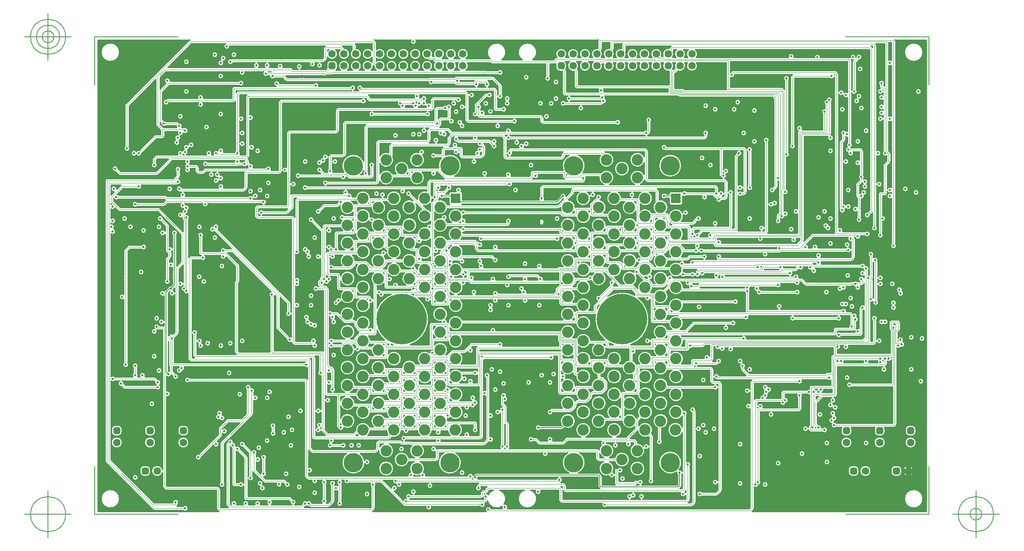
<source format=gbr>
G04 Generated by Ultiboard 14.1 *
%FSLAX24Y24*%
%MOIN*%

%ADD10C,0.0001*%
%ADD11C,0.0100*%
%ADD12C,0.0039*%
%ADD13C,0.0050*%
%ADD14C,0.1630*%
%ADD15C,0.4252*%
%ADD16C,0.0953*%
%ADD17R,0.0833X0.0833*%
%ADD18C,0.0633*%
%ADD19R,0.0208X0.0208*%
%ADD20C,0.0392*%
%ADD21C,0.0197*%


G04 ColorRGB 993300 for the following layer *
%LNCopper Inner 1*%
%LPD*%
G54D10*
G36*
X6076Y19024D02*
X6076Y19024D01*
X5776Y18724D01*
G74*
D01*
G03X5753Y18696I124J124*
G01*
G75*
D01*
G03X5724Y18285I-153J-196*
G01*
X5724Y18285D01*
X5724Y16207D01*
G75*
D01*
G03X5724Y15993I-224J-107*
G01*
X5724Y15993D01*
X5724Y15769D01*
G75*
D01*
G03X5700Y15771I-24J-169*
G01*
X5700Y15771D01*
X5338Y15771D01*
G75*
D01*
G03X4903Y15548I-238J-71*
G01*
G75*
D01*
G03X5112Y15429I-3J-248*
G01*
X5112Y15429D01*
X5585Y15429D01*
X5585Y3681D01*
G75*
D01*
G03X5585Y3399I-445J-141*
G01*
X5585Y3399D01*
X5585Y2245D01*
G75*
D01*
G03X5635Y2124I170J0*
G01*
X5635Y2124D01*
X5779Y1979D01*
G74*
D01*
G03X5845Y1939I121J121*
G01*
G75*
D01*
G03X5900Y1929I55J161*
G01*
X5900Y1929D01*
X10129Y1929D01*
X10129Y1929D01*
X10129Y400D01*
G75*
D01*
G03X10179Y279I171J0*
G01*
X10179Y279D01*
X10279Y179D01*
G74*
D01*
G03X10318Y151I121J121*
G01*
X10318Y151D01*
X151Y151D01*
X151Y39849D01*
X7868Y39849D01*
G74*
D01*
G03X7829Y39821I82J149*
G01*
X7829Y39821D01*
X2479Y34471D01*
G75*
D01*
G03X2429Y34350I121J-121*
G01*
X2429Y34350D01*
X2429Y30881D01*
G75*
D01*
G03X2771Y30881I171J-181*
G01*
X2771Y30881D01*
X2771Y34279D01*
X5029Y36538D01*
X5029Y32700D01*
G75*
D01*
G03X5079Y32579I171J0*
G01*
X5079Y32579D01*
X5429Y32229D01*
X5429Y31871D01*
X5000Y31871D01*
G75*
D01*
G03X4946Y31862I0J-171*
G01*
G74*
D01*
G03X4879Y31821I54J162*
G01*
X4879Y31821D01*
X3607Y30548D01*
G75*
D01*
G03X3400Y30447I-7J-248*
G01*
G75*
D01*
G03X3400Y30153I-200J-147*
G01*
G75*
D01*
G03X3848Y30307I200J147*
G01*
X3848Y30307D01*
X5071Y31529D01*
X5588Y31529D01*
G75*
D01*
G03X5614Y31531I0J171*
G01*
G74*
D01*
G03X5709Y31580I26J169*
G01*
X5709Y31580D01*
X5720Y31591D01*
G75*
D01*
G03X5771Y31712I-120J121*
G01*
X5771Y31712D01*
X5771Y32129D01*
X6888Y32129D01*
G75*
D01*
G03X6905Y31847I212J-129*
G01*
G75*
D01*
G03X6697Y31426I-30J-247*
G01*
G75*
D01*
G03X6978Y31374I103J-226*
G01*
G75*
D01*
G03X7070Y31753I-103J226*
G01*
G75*
D01*
G03X7348Y32003I30J247*
G01*
G75*
D01*
G03X7627Y32413I152J197*
G01*
G74*
D01*
G03X7500Y32471I127J113*
G01*
X7500Y32471D01*
X7212Y32471D01*
G75*
D01*
G03X6993Y32848I-212J129*
G01*
X6993Y32848D01*
X6921Y32920D01*
G74*
D01*
G03X6856Y32961I121J120*
G01*
G75*
D01*
G03X6800Y32971I-56J-161*
G01*
X6800Y32971D01*
X5881Y32971D01*
G75*
D01*
G03X5693Y33048I-181J-171*
G01*
X5693Y33048D01*
X5571Y33171D01*
X5571Y35429D01*
X6171Y36029D01*
X12019Y36029D01*
G75*
D01*
G03X12019Y36371I181J171*
G01*
X12019Y36371D01*
X6247Y36371D01*
G75*
D01*
G03X5856Y36197I-247J29*
G01*
X5856Y36197D01*
X5371Y35712D01*
X5371Y36682D01*
X5868Y37179D01*
X12065Y37179D01*
G75*
D01*
G03X12535Y37179I235J-79*
G01*
X12535Y37179D01*
X13328Y37179D01*
G74*
D01*
G03X13268Y37088I172J179*
G01*
X13268Y37088D01*
X13412Y37088D01*
X13412Y37179D01*
X13588Y37179D01*
X13588Y37088D01*
X13732Y37088D01*
G74*
D01*
G03X13672Y37179I232J88*
G01*
X13672Y37179D01*
X14096Y37179D01*
G75*
D01*
G03X14449Y36829I172J-179*
G01*
X14449Y36829D01*
X14603Y36829D01*
G75*
D01*
G03X15031Y36629I247J-29*
G01*
X15031Y36629D01*
X15679Y36629D01*
X15929Y36379D01*
G75*
D01*
G03X16050Y36329I121J121*
G01*
X16050Y36329D01*
X27953Y36329D01*
G75*
D01*
G03X28381Y36129I247J-29*
G01*
X28381Y36129D01*
X30121Y36129D01*
X30189Y36061D01*
G75*
D01*
G03X30310Y36011I121J121*
G01*
X30310Y36011D01*
X31768Y36011D01*
G74*
D01*
G03X31905Y35871I232J89*
G01*
X31905Y35871D01*
X22438Y35871D01*
G75*
D01*
G03X22073Y35587I-238J-71*
G01*
G74*
D01*
G03X22089Y35571I127J113*
G01*
X22089Y35571D01*
X21695Y35571D01*
G75*
D01*
G03X21383Y35921I-95J229*
G01*
X21383Y35921D01*
X18735Y35921D01*
G75*
D01*
G03X18319Y36171I-235J79*
G01*
X18319Y36171D01*
X15448Y36171D01*
G75*
D01*
G03X15136Y35921I-248J-10*
G01*
X15136Y35921D01*
X11612Y35921D01*
G75*
D01*
G03X11566Y35914I0J-171*
G01*
G74*
D01*
G03X11491Y35871I46J164*
G01*
X11491Y35871D01*
X11479Y35859D01*
G75*
D01*
G03X11429Y35738I121J-121*
G01*
X11429Y35738D01*
X11429Y34921D01*
X9035Y34921D01*
G75*
D01*
G03X8565Y34921I-235J79*
G01*
X8565Y34921D01*
X6050Y34921D01*
G75*
D01*
G03X5997Y34912I0J-171*
G01*
G74*
D01*
G03X5929Y34871I53J162*
G01*
X5929Y34871D01*
X5907Y34848D01*
G75*
D01*
G03X6148Y34579I-7J-248*
G01*
X6148Y34579D01*
X8628Y34579D01*
G75*
D01*
G03X8972Y34579I172J-179*
G01*
X8972Y34579D01*
X11588Y34579D01*
G75*
D01*
G03X11614Y34581I0J171*
G01*
G74*
D01*
G03X11709Y34630I26J169*
G01*
X11709Y34630D01*
X11720Y34641D01*
G74*
D01*
G03X11729Y34651I120J121*
G01*
X11729Y34651D01*
X11729Y30481D01*
G74*
D01*
G03X11662Y30371I171J181*
G01*
X11662Y30371D01*
X10712Y30371D01*
G75*
D01*
G03X10252Y30497I-212J129*
G01*
G75*
D01*
G03X9888Y30171I-152J-197*
G01*
X9888Y30171D01*
X9712Y30171D01*
G75*
D01*
G03X9288Y30171I-212J129*
G01*
X9288Y30171D01*
X7595Y30171D01*
G75*
D01*
G03X7684Y30566I-95J229*
G01*
G75*
D01*
G03X7848Y30803I-84J234*
G01*
G75*
D01*
G03X7752Y30997I152J197*
G01*
G75*
D01*
G03X7416Y30634I-152J-197*
G01*
G74*
D01*
G03X7266Y30484I84J234*
G01*
G75*
D01*
G03X6888Y30171I-166J-184*
G01*
X6888Y30171D01*
X5100Y30171D01*
G75*
D01*
G03X4979Y30121I0J-171*
G01*
X4979Y30121D01*
X4779Y29921D01*
G75*
D01*
G03X4729Y29800I121J-121*
G01*
X4729Y29800D01*
X4729Y29481D01*
G75*
D01*
G03X5071Y29481I171J-181*
G01*
X5071Y29481D01*
X5071Y29729D01*
X5171Y29829D01*
X6077Y29829D01*
X5018Y28771D01*
X2071Y28771D01*
X1848Y28993D01*
G75*
D01*
G03X1607Y28752I-248J7*
G01*
X1607Y28752D01*
X1879Y28479D01*
G74*
D01*
G03X1958Y28435I121J121*
G01*
G75*
D01*
G03X2000Y28429I42J165*
G01*
X2000Y28429D01*
X5088Y28429D01*
G75*
D01*
G03X5098Y28430I0J171*
G01*
G74*
D01*
G03X5209Y28480I10J170*
G01*
X5209Y28480D01*
X6420Y29690D01*
X7468Y29690D01*
G75*
D01*
G03X7553Y29400I232J-90*
G01*
G75*
D01*
G03X7502Y29050I147J-200*
G01*
G75*
D01*
G03X7912Y29029I198J-150*
G01*
X7912Y29029D01*
X8329Y29029D01*
X8329Y29029D01*
X8329Y28800D01*
G75*
D01*
G03X8379Y28679I171J0*
G01*
X8379Y28679D01*
X8479Y28579D01*
G74*
D01*
G03X8586Y28530I121J121*
G01*
G75*
D01*
G03X8600Y28529I14J170*
G01*
X8600Y28529D01*
X9000Y28529D01*
G75*
D01*
G03X9056Y28539I0J171*
G01*
G74*
D01*
G03X9121Y28580I56J161*
G01*
X9121Y28580D01*
X9271Y28729D01*
X9605Y28729D01*
G75*
D01*
G03X9795Y28729I95J-229*
G01*
X9795Y28729D01*
X10106Y28729D01*
G75*
D01*
G03X10258Y28258I93J-230*
G01*
G75*
D01*
G03X10252Y28197I242J-58*
G01*
G75*
D01*
G03X10348Y28003I-152J-197*
G01*
G75*
D01*
G03X10441Y28441I152J197*
G01*
G75*
D01*
G03X10293Y28729I-242J58*
G01*
X10293Y28729D01*
X12488Y28729D01*
X12479Y28721D01*
G75*
D01*
G03X12429Y28600I121J-121*
G01*
X12429Y28600D01*
X12429Y27471D01*
X12329Y27371D01*
X10712Y27371D01*
G75*
D01*
G03X10288Y27371I-212J129*
G01*
X10288Y27371D01*
X7795Y27371D01*
G74*
D01*
G03X7932Y27512I95J229*
G01*
X7932Y27512D01*
X7788Y27512D01*
X7788Y27371D01*
X7612Y27371D01*
X7612Y27512D01*
X7468Y27512D01*
G74*
D01*
G03X7605Y27371I232J88*
G01*
X7605Y27371D01*
X7238Y27371D01*
G75*
D01*
G03X7015Y27052I-238J-71*
G01*
G74*
D01*
G03X7086Y27030I85J148*
G01*
G75*
D01*
G03X7100Y27029I14J170*
G01*
X7100Y27029D01*
X7205Y27029D01*
G75*
D01*
G03X7088Y26671I95J-229*
G01*
X7088Y26671D01*
X6695Y26671D01*
G74*
D01*
G03X6832Y26812I95J229*
G01*
X6832Y26812D01*
X6688Y26812D01*
X6688Y26671D01*
X6512Y26671D01*
X6512Y26812D01*
X6368Y26812D01*
G74*
D01*
G03X6505Y26671I232J88*
G01*
X6505Y26671D01*
X5971Y26671D01*
X5921Y26720D01*
G74*
D01*
G03X5861Y26759I121J120*
G01*
G75*
D01*
G03X5800Y26771I-61J-159*
G01*
X5800Y26771D01*
X1881Y26771D01*
G74*
D01*
G03X1771Y26838I181J171*
G01*
X1771Y26838D01*
X2262Y27329D01*
X3419Y27329D01*
G75*
D01*
G03X3812Y27629I181J171*
G01*
X3812Y27629D01*
X6800Y27629D01*
G75*
D01*
G03X6861Y27641I0J171*
G01*
G74*
D01*
G03X6885Y27652I61J159*
G01*
G75*
D01*
G03X6937Y28146I15J248*
G01*
X6937Y28146D01*
X7020Y28229D01*
G75*
D01*
G03X7071Y28350I-120J121*
G01*
X7071Y28350D01*
X7071Y28769D01*
G75*
D01*
G03X6729Y28769I-171J181*
G01*
X6729Y28769D01*
X6729Y28421D01*
X6505Y28196D01*
X6479Y28171D01*
X931Y28171D01*
G75*
D01*
G03X861Y28155I0J-171*
G01*
G74*
D01*
G03X811Y28121I70J155*
G01*
X811Y28121D01*
X799Y28109D01*
G75*
D01*
G03X749Y27988I121J-121*
G01*
X749Y27988D01*
X749Y4381D01*
G75*
D01*
G03X799Y4260I171J-1*
G01*
X799Y4260D01*
X4779Y279D01*
G75*
D01*
G03X4900Y229I121J121*
G01*
X4900Y229D01*
X7319Y229D01*
G75*
D01*
G03X7319Y571I181J171*
G01*
X7319Y571D01*
X6811Y571D01*
G75*
D01*
G03X6871Y700I-111J129*
G01*
X6871Y700D01*
X6871Y719D01*
G75*
D01*
G03X6453Y871I-171J181*
G01*
X6453Y871D01*
X4868Y871D01*
X1240Y4498D01*
X1240Y11110D01*
G75*
D01*
G03X1581Y11129I160J190*
G01*
X1581Y11129D01*
X2005Y11129D01*
G75*
D01*
G03X2107Y10652I95J-229*
G01*
X2107Y10652D01*
X2279Y10479D01*
G74*
D01*
G03X2366Y10433I121J121*
G01*
G75*
D01*
G03X2400Y10429I34J167*
G01*
X2400Y10429D01*
X5019Y10429D01*
G75*
D01*
G03X5347Y10800I181J171*
G01*
G75*
D01*
G03X5193Y11248I-147J200*
G01*
X5193Y11248D01*
X5021Y11420D01*
G74*
D01*
G03X4950Y11463I121J120*
G01*
G75*
D01*
G03X4900Y11471I-50J-163*
G01*
X4900Y11471D01*
X4112Y11471D01*
G75*
D01*
G03X3688Y11471I-212J129*
G01*
X3688Y11471D01*
X3504Y11471D01*
G75*
D01*
G03X3471Y11793I-204J141*
G01*
X3471Y11793D01*
X3471Y12219D01*
G75*
D01*
G03X3129Y12219I-171J181*
G01*
X3129Y12219D01*
X3129Y11793D01*
G75*
D01*
G03X3096Y11471I171J-181*
G01*
X3096Y11471D01*
X1581Y11471D01*
G75*
D01*
G03X1240Y11490I-181J-171*
G01*
X1240Y11490D01*
X1240Y23510D01*
G75*
D01*
G03X1485Y23933I160J190*
G01*
G75*
D01*
G03X1240Y24340I-185J166*
G01*
X1240Y24340D01*
X1240Y24410D01*
G75*
D01*
G03X1240Y24790I160J190*
G01*
X1240Y24790D01*
X1240Y25610D01*
G75*
D01*
G03X1620Y25685I160J190*
G01*
X1620Y25685D01*
X1865Y25440D01*
G74*
D01*
G03X1934Y25398I120J121*
G01*
G75*
D01*
G03X1985Y25390I51J163*
G01*
X1985Y25390D01*
X5169Y25390D01*
X7129Y23429D01*
X7129Y21171D01*
X6776Y20817D01*
X6776Y23425D01*
G75*
D01*
G03X6424Y23425I-176J175*
G01*
X6424Y23425D01*
X6424Y22307D01*
G75*
D01*
G03X6152Y22444I-224J-107*
G01*
X6152Y22444D01*
X6152Y24218D01*
G74*
D01*
G03X6102Y24339I170J0*
G01*
X6102Y24339D01*
X5648Y24793D01*
G75*
D01*
G03X5407Y24552I-248J7*
G01*
X5407Y24552D01*
X5811Y24147D01*
X5811Y23731D01*
G75*
D01*
G03X5811Y23469I-211J-131*
G01*
X5811Y23469D01*
X5811Y22110D01*
G75*
D01*
G03X5861Y21989I171J0*
G01*
X5861Y21989D01*
X5989Y21861D01*
G74*
D01*
G03X6029Y21831I121J121*
G01*
X6029Y21831D01*
X6029Y21671D01*
X5879Y21521D01*
G75*
D01*
G03X5829Y21400I121J-121*
G01*
X5829Y21400D01*
X5829Y20012D01*
G74*
D01*
G03X5788Y20032I129J212*
G01*
X5788Y20032D01*
X5788Y19888D01*
X5829Y19888D01*
X5829Y19712D01*
X5788Y19712D01*
X5788Y19630D01*
G75*
D01*
G03X6171Y19681I212J-130*
G01*
X6171Y19681D01*
X6171Y19788D01*
G74*
D01*
G03X6212Y19768I129J212*
G01*
X6212Y19768D01*
X6212Y19912D01*
X6171Y19912D01*
X6171Y20088D01*
X6212Y20088D01*
X6212Y20232D01*
G74*
D01*
G03X6171Y20212I88J232*
G01*
X6171Y20212D01*
X6171Y20688D01*
G75*
D01*
G03X6424Y20685I129J212*
G01*
X6424Y20685D01*
X6424Y20215D01*
G74*
D01*
G03X6388Y20232I124J215*
G01*
X6388Y20232D01*
X6388Y20088D01*
X6424Y20088D01*
X6424Y19912D01*
X6388Y19912D01*
X6388Y19768D01*
G74*
D01*
G03X6424Y19785I88J232*
G01*
X6424Y19785D01*
X6424Y19273D01*
X6300Y19148D01*
G74*
D01*
G03X6096Y19042I0J248*
G01*
G74*
D01*
G03X6076Y19024I104J142*
G01*
D02*
G37*
%LPC*%
G36*
X2329Y18412D02*
G75*
D01*
G03X2329Y17988I-129J-212*
G01*
X2329Y17988D01*
X2329Y12681D01*
G75*
D01*
G03X2671Y12681I171J-181*
G01*
X2671Y12681D01*
X2671Y22029D01*
X2871Y22229D01*
X3819Y22229D01*
G75*
D01*
G03X3819Y22571I181J171*
G01*
X3819Y22571D01*
X2800Y22571D01*
G75*
D01*
G03X2679Y22521I0J-171*
G01*
X2679Y22521D01*
X2379Y22221D01*
G75*
D01*
G03X2329Y22100I121J-121*
G01*
X2329Y22100D01*
X2329Y20012D01*
G74*
D01*
G03X2288Y20032I129J212*
G01*
X2288Y20032D01*
X2288Y19888D01*
X2329Y19888D01*
X2329Y19712D01*
X2288Y19712D01*
X2288Y19568D01*
G74*
D01*
G03X2329Y19588I88J232*
G01*
X2329Y19588D01*
X2329Y18412D01*
D02*
G37*
G36*
X4472Y9298D02*
G75*
D01*
G03X4472Y9298I228J-98*
G01*
D02*
G37*
G36*
X9298Y32748D02*
G75*
D01*
G03X9298Y32748I2J-248*
G01*
D02*
G37*
G36*
X10252Y33600D02*
G75*
D01*
G03X10252Y33600I248J0*
G01*
D02*
G37*
G36*
X7788Y27832D02*
X7788Y27832D01*
X7788Y27688D01*
X7932Y27688D01*
G74*
D01*
G03X7788Y27832I232J88*
G01*
D02*
G37*
G36*
X6688Y27132D02*
X6688Y27132D01*
X6688Y26988D01*
X6832Y26988D01*
G74*
D01*
G03X6688Y27132I232J88*
G01*
D02*
G37*
G36*
X7641Y27600D02*
G75*
D01*
G03X7641Y27600I59J0*
G01*
D02*
G37*
G36*
X6541Y26900D02*
G75*
D01*
G03X6541Y26900I59J0*
G01*
D02*
G37*
G36*
X5952Y27300D02*
G75*
D01*
G03X5952Y27300I248J0*
G01*
D02*
G37*
G36*
X6368Y26988D02*
X6368Y26988D01*
X6512Y26988D01*
X6512Y27132D01*
G74*
D01*
G03X6368Y26988I88J232*
G01*
D02*
G37*
G36*
X7468Y27688D02*
X7468Y27688D01*
X7612Y27688D01*
X7612Y27832D01*
G74*
D01*
G03X7468Y27688I88J232*
G01*
D02*
G37*
G36*
X425Y38800D02*
G75*
D01*
G03X425Y38800I775J0*
G01*
D02*
G37*
G36*
X13732Y36912D02*
X13732Y36912D01*
X13588Y36912D01*
X13588Y36768D01*
G74*
D01*
G03X13732Y36912I88J232*
G01*
D02*
G37*
G36*
X13441Y36500D02*
G75*
D01*
G03X13441Y36500I59J0*
G01*
D02*
G37*
G36*
X13732Y36412D02*
X13732Y36412D01*
X13588Y36412D01*
X13588Y36268D01*
G74*
D01*
G03X13732Y36412I88J232*
G01*
D02*
G37*
G36*
X13588Y36732D02*
X13588Y36732D01*
X13588Y36588D01*
X13732Y36588D01*
G74*
D01*
G03X13588Y36732I232J88*
G01*
D02*
G37*
G36*
X13441Y37000D02*
G75*
D01*
G03X13441Y37000I59J0*
G01*
D02*
G37*
G36*
X13412Y36768D02*
X13412Y36768D01*
X13412Y36912D01*
X13268Y36912D01*
G74*
D01*
G03X13412Y36768I232J88*
G01*
D02*
G37*
G36*
X13412Y36268D02*
X13412Y36268D01*
X13412Y36412D01*
X13268Y36412D01*
G74*
D01*
G03X13412Y36268I232J88*
G01*
D02*
G37*
G36*
X13268Y36588D02*
X13268Y36588D01*
X13412Y36588D01*
X13412Y36732D01*
G74*
D01*
G03X13268Y36588I88J232*
G01*
D02*
G37*
G36*
X10252Y36800D02*
G75*
D01*
G03X10252Y36800I248J0*
G01*
D02*
G37*
G36*
X5641Y19800D02*
G75*
D01*
G03X5641Y19800I59J0*
G01*
D02*
G37*
G36*
X5052Y24100D02*
G75*
D01*
G03X5052Y24100I248J0*
G01*
D02*
G37*
G36*
X2152Y24800D02*
G75*
D01*
G03X2152Y24800I248J0*
G01*
D02*
G37*
G36*
X2652Y24100D02*
G75*
D01*
G03X2652Y24100I248J0*
G01*
D02*
G37*
G36*
X3752Y23800D02*
G75*
D01*
G03X3752Y23800I248J0*
G01*
D02*
G37*
G36*
X6241Y20000D02*
G75*
D01*
G03X6241Y20000I59J0*
G01*
D02*
G37*
G36*
X5468Y19888D02*
X5468Y19888D01*
X5612Y19888D01*
X5612Y20032D01*
G74*
D01*
G03X5468Y19888I88J232*
G01*
D02*
G37*
G36*
X3552Y20300D02*
G75*
D01*
G03X3552Y20300I248J0*
G01*
D02*
G37*
G36*
X2141Y19800D02*
G75*
D01*
G03X2141Y19800I59J0*
G01*
D02*
G37*
G36*
X1968Y19888D02*
X1968Y19888D01*
X2112Y19888D01*
X2112Y20032D01*
G74*
D01*
G03X1968Y19888I88J232*
G01*
D02*
G37*
G36*
X5612Y19568D02*
X5612Y19568D01*
X5612Y19712D01*
X5468Y19712D01*
G74*
D01*
G03X5612Y19568I232J88*
G01*
D02*
G37*
G36*
X3332Y19412D02*
X3332Y19412D01*
X3188Y19412D01*
X3188Y19268D01*
G74*
D01*
G03X3332Y19412I88J232*
G01*
D02*
G37*
G36*
X3188Y19732D02*
X3188Y19732D01*
X3188Y19588D01*
X3332Y19588D01*
G74*
D01*
G03X3188Y19732I232J88*
G01*
D02*
G37*
G36*
X3012Y19268D02*
X3012Y19268D01*
X3012Y19412D01*
X2868Y19412D01*
G74*
D01*
G03X3012Y19268I232J88*
G01*
D02*
G37*
G36*
X3041Y19500D02*
G75*
D01*
G03X3041Y19500I59J0*
G01*
D02*
G37*
G36*
X2868Y19588D02*
X2868Y19588D01*
X3012Y19588D01*
X3012Y19732D01*
G74*
D01*
G03X2868Y19588I88J232*
G01*
D02*
G37*
G36*
X2112Y19568D02*
X2112Y19568D01*
X2112Y19712D01*
X1968Y19712D01*
G74*
D01*
G03X2112Y19568I232J88*
G01*
D02*
G37*
G36*
X4852Y16400D02*
G75*
D01*
G03X4852Y16400I248J0*
G01*
D02*
G37*
G36*
X4652Y13200D02*
G75*
D01*
G03X4652Y13200I248J0*
G01*
D02*
G37*
G36*
X4841Y12000D02*
G75*
D01*
G03X4841Y12000I59J0*
G01*
D02*
G37*
G36*
X5068Y12088D02*
G75*
D01*
G03X5068Y11912I232J-88*
G01*
X5068Y11912D01*
X4988Y11912D01*
X4988Y11768D01*
G74*
D01*
G03X5100Y11853I88J232*
G01*
G75*
D01*
G03X5100Y12147I200J147*
G01*
G74*
D01*
G03X4988Y12232I200J147*
G01*
X4988Y12232D01*
X4988Y12088D01*
X5068Y12088D01*
D02*
G37*
G36*
X4132Y12112D02*
X4132Y12112D01*
X3988Y12112D01*
X3988Y11968D01*
G74*
D01*
G03X4132Y12112I88J232*
G01*
D02*
G37*
G36*
X3988Y12432D02*
X3988Y12432D01*
X3988Y12288D01*
X4132Y12288D01*
G74*
D01*
G03X3988Y12432I232J88*
G01*
D02*
G37*
G36*
X4668Y12088D02*
X4668Y12088D01*
X4812Y12088D01*
X4812Y12232D01*
G74*
D01*
G03X4668Y12088I88J232*
G01*
D02*
G37*
G36*
X3812Y11968D02*
X3812Y11968D01*
X3812Y12112D01*
X3668Y12112D01*
G74*
D01*
G03X3812Y11968I232J88*
G01*
D02*
G37*
G36*
X3668Y12288D02*
X3668Y12288D01*
X3812Y12288D01*
X3812Y12432D01*
G74*
D01*
G03X3668Y12288I88J232*
G01*
D02*
G37*
G36*
X3841Y12200D02*
G75*
D01*
G03X3841Y12200I59J0*
G01*
D02*
G37*
G36*
X5332Y11412D02*
X5332Y11412D01*
X5188Y11412D01*
X5188Y11268D01*
G74*
D01*
G03X5332Y11412I88J232*
G01*
D02*
G37*
G36*
X5041Y11500D02*
G75*
D01*
G03X5041Y11500I59J0*
G01*
D02*
G37*
G36*
X5188Y11732D02*
X5188Y11732D01*
X5188Y11588D01*
X5332Y11588D01*
G74*
D01*
G03X5188Y11732I232J88*
G01*
D02*
G37*
G36*
X4868Y11588D02*
X4868Y11588D01*
X5012Y11588D01*
X5012Y11732D01*
G74*
D01*
G03X4868Y11588I88J232*
G01*
D02*
G37*
G36*
X4812Y11768D02*
X4812Y11768D01*
X4812Y11912D01*
X4668Y11912D01*
G74*
D01*
G03X4812Y11768I232J88*
G01*
D02*
G37*
G36*
X425Y1200D02*
G75*
D01*
G03X425Y1200I775J0*
G01*
D02*
G37*
G36*
X3052Y3000D02*
G75*
D01*
G03X3052Y3000I248J0*
G01*
D02*
G37*
G36*
X3688Y3644D02*
X3688Y3644D01*
X3688Y3436D01*
G75*
D01*
G03X4036Y3088I348J0*
G01*
X4036Y3088D01*
X4244Y3088D01*
G75*
D01*
G03X4592Y3436I0J348*
G01*
X4592Y3436D01*
X4592Y3644D01*
G74*
D01*
G03X4244Y3992I348J0*
G01*
X4244Y3992D01*
X4036Y3992D01*
G75*
D01*
G03X3688Y3644I0J-348*
G01*
D02*
G37*
G36*
X1273Y5940D02*
G75*
D01*
G03X1273Y5940I467J0*
G01*
D02*
G37*
G36*
X4073Y5940D02*
G75*
D01*
G03X4073Y5940I467J0*
G01*
D02*
G37*
G36*
X1844Y7392D02*
X1844Y7392D01*
X1636Y7392D01*
G75*
D01*
G03X1288Y7044I0J-348*
G01*
X1288Y7044D01*
X1288Y6836D01*
G75*
D01*
G03X1636Y6488I348J0*
G01*
X1636Y6488D01*
X1844Y6488D01*
G75*
D01*
G03X2192Y6836I0J348*
G01*
X2192Y6836D01*
X2192Y7044D01*
G74*
D01*
G03X1844Y7392I348J0*
G01*
D02*
G37*
G36*
X4644Y7392D02*
X4644Y7392D01*
X4436Y7392D01*
G75*
D01*
G03X4088Y7044I0J-348*
G01*
X4088Y7044D01*
X4088Y6836D01*
G75*
D01*
G03X4436Y6488I348J0*
G01*
X4436Y6488D01*
X4644Y6488D01*
G75*
D01*
G03X4992Y6836I0J348*
G01*
X4992Y6836D01*
X4992Y7044D01*
G74*
D01*
G03X4644Y7392I348J0*
G01*
D02*
G37*
G36*
X7068Y31388D02*
X7068Y31388D01*
X7212Y31388D01*
X7212Y31532D01*
G74*
D01*
G03X7068Y31388I88J232*
G01*
D02*
G37*
G36*
X7352Y35500D02*
G75*
D01*
G03X7352Y35500I248J0*
G01*
D02*
G37*
G36*
X7541Y33600D02*
G75*
D01*
G03X7541Y33600I59J0*
G01*
D02*
G37*
G36*
X7512Y33368D02*
X7512Y33368D01*
X7512Y33512D01*
X7368Y33512D01*
G74*
D01*
G03X7512Y33368I232J88*
G01*
D02*
G37*
G36*
X7832Y33512D02*
X7832Y33512D01*
X7688Y33512D01*
X7688Y33368D01*
G74*
D01*
G03X7832Y33512I88J232*
G01*
D02*
G37*
G36*
X7688Y33832D02*
X7688Y33832D01*
X7688Y33688D01*
X7832Y33688D01*
G74*
D01*
G03X7688Y33832I232J88*
G01*
D02*
G37*
G36*
X7368Y33688D02*
X7368Y33688D01*
X7512Y33688D01*
X7512Y33832D01*
G74*
D01*
G03X7368Y33688I88J232*
G01*
D02*
G37*
G36*
X6852Y33400D02*
G75*
D01*
G03X6852Y33400I248J0*
G01*
D02*
G37*
G36*
X8032Y32712D02*
X8032Y32712D01*
X7888Y32712D01*
X7888Y32568D01*
G74*
D01*
G03X8032Y32712I88J232*
G01*
D02*
G37*
G36*
X7888Y33032D02*
X7888Y33032D01*
X7888Y32888D01*
X8032Y32888D01*
G74*
D01*
G03X7888Y33032I232J88*
G01*
D02*
G37*
G36*
X7741Y32800D02*
G75*
D01*
G03X7741Y32800I59J0*
G01*
D02*
G37*
G36*
X7712Y32568D02*
X7712Y32568D01*
X7712Y32712D01*
X7568Y32712D01*
G74*
D01*
G03X7712Y32568I232J88*
G01*
D02*
G37*
G36*
X7568Y32888D02*
X7568Y32888D01*
X7712Y32888D01*
X7712Y33032D01*
G74*
D01*
G03X7568Y32888I88J232*
G01*
D02*
G37*
G36*
X7241Y31300D02*
G75*
D01*
G03X7241Y31300I59J0*
G01*
D02*
G37*
G36*
X7532Y31212D02*
X7532Y31212D01*
X7388Y31212D01*
X7388Y31068D01*
G74*
D01*
G03X7532Y31212I88J232*
G01*
D02*
G37*
G36*
X7388Y31532D02*
X7388Y31532D01*
X7388Y31388D01*
X7532Y31388D01*
G74*
D01*
G03X7388Y31532I232J88*
G01*
D02*
G37*
G36*
X7212Y31068D02*
X7212Y31068D01*
X7212Y31212D01*
X7068Y31212D01*
G74*
D01*
G03X7212Y31068I232J88*
G01*
D02*
G37*
%LPD*%
G36*
X65668Y12288D02*
X65668Y12288D01*
X65812Y12288D01*
X65812Y12329D01*
X65988Y12329D01*
X65988Y12288D01*
X66132Y12288D01*
G74*
D01*
G03X66112Y12329I232J88*
G01*
X66112Y12329D01*
X66205Y12329D01*
G74*
D01*
G03X66052Y12112I95J229*
G01*
X66052Y12112D01*
X65988Y12112D01*
X65988Y11968D01*
G74*
D01*
G03X66066Y12016I88J232*
G01*
G75*
D01*
G03X66386Y12333I234J84*
G01*
X66389Y12334D01*
G74*
D01*
G03X66471Y12380I39J166*
G01*
X66471Y12380D01*
X66520Y12429D01*
G75*
D01*
G03X66571Y12550I-120J121*
G01*
X66571Y12550D01*
X66571Y12788D01*
G75*
D01*
G03X66929Y12905I129J212*
G01*
X66929Y12905D01*
X66929Y10971D01*
X63581Y10971D01*
G75*
D01*
G03X63581Y10629I-181J-171*
G01*
X63581Y10629D01*
X67029Y10629D01*
X67029Y7571D01*
X62281Y7571D01*
G75*
D01*
G03X62097Y7648I-181J-171*
G01*
G74*
D01*
G03X62144Y7756I197J152*
G01*
G75*
D01*
G03X62184Y8234I-44J244*
G01*
G75*
D01*
G03X61916Y8166I-184J166*
G01*
G74*
D01*
G03X61856Y8044I184J166*
G01*
G75*
D01*
G03X61903Y7552I44J-244*
G01*
G75*
D01*
G03X62281Y7229I197J-152*
G01*
X62281Y7229D01*
X62742Y7229D01*
G74*
D01*
G03X62688Y7044I294J185*
G01*
X62688Y7044D01*
X62688Y6836D01*
G75*
D01*
G03X63036Y6488I348J0*
G01*
X63036Y6488D01*
X63244Y6488D01*
G75*
D01*
G03X63592Y6836I0J348*
G01*
X63592Y6836D01*
X63592Y7044D01*
G74*
D01*
G03X63538Y7229I348J0*
G01*
X63538Y7229D01*
X65542Y7229D01*
G74*
D01*
G03X65488Y7044I294J185*
G01*
X65488Y7044D01*
X65488Y6836D01*
G75*
D01*
G03X65836Y6488I348J0*
G01*
X65836Y6488D01*
X66044Y6488D01*
G75*
D01*
G03X66392Y6836I0J348*
G01*
X66392Y6836D01*
X66392Y7044D01*
G74*
D01*
G03X66338Y7229I348J0*
G01*
X66338Y7229D01*
X67150Y7229D01*
G75*
D01*
G03X67189Y7234I0J171*
G01*
G74*
D01*
G03X67271Y7280I39J166*
G01*
X67271Y7280D01*
X67320Y7329D01*
G75*
D01*
G03X67371Y7450I-120J121*
G01*
X67371Y7450D01*
X67371Y13888D01*
G75*
D01*
G03X67711Y13968I129J212*
G01*
G75*
D01*
G03X67927Y14413I89J232*
G01*
G74*
D01*
G03X67893Y14443I127J113*
G01*
G75*
D01*
G03X67471Y14695I-193J157*
G01*
X67471Y14695D01*
X67471Y15211D01*
G74*
D01*
G03X67477Y15223I146J89*
G01*
G74*
D01*
G03X67500Y15237I77J152*
G01*
G74*
D01*
G03X67571Y15280I50J163*
G01*
X67571Y15280D01*
X67620Y15329D01*
G75*
D01*
G03X67671Y15450I-120J121*
G01*
X67671Y15450D01*
X67671Y16050D01*
G74*
D01*
G03X67620Y16171I171J0*
G01*
X67620Y16171D01*
X67571Y16220D01*
G74*
D01*
G03X67489Y16266I121J120*
G01*
G75*
D01*
G03X67450Y16271I-39J-166*
G01*
X67450Y16271D01*
X66950Y16271D01*
G75*
D01*
G03X66903Y16264I0J-171*
G01*
G74*
D01*
G03X66829Y16221I47J164*
G01*
X66829Y16221D01*
X66779Y16171D01*
G75*
D01*
G03X66729Y16050I121J-121*
G01*
X66729Y16050D01*
X66729Y15550D01*
G75*
D01*
G03X66779Y15429I171J0*
G01*
X66779Y15429D01*
X66788Y15420D01*
G74*
D01*
G03X66805Y15385I162J55*
G01*
G74*
D01*
G03X66829Y15311I170J15*
G01*
X66829Y15311D01*
X66829Y13471D01*
X62371Y13471D01*
X62371Y13753D01*
G75*
D01*
G03X62612Y14129I29J247*
G01*
X62612Y14129D01*
X62888Y14129D01*
G75*
D01*
G03X63312Y14129I212J-129*
G01*
X63312Y14129D01*
X65450Y14129D01*
G75*
D01*
G03X65489Y14134I0J171*
G01*
G74*
D01*
G03X65571Y14180I39J166*
G01*
X65571Y14180D01*
X65620Y14229D01*
G75*
D01*
G03X65671Y14350I-120J121*
G01*
X65671Y14350D01*
X65671Y14405D01*
G75*
D01*
G03X65671Y14595I229J95*
G01*
X65671Y14595D01*
X65671Y16219D01*
G75*
D01*
G03X65329Y16219I-171J181*
G01*
X65329Y16219D01*
X65329Y14471D01*
X65171Y14471D01*
X65171Y17753D01*
G75*
D01*
G03X65363Y17813I29J247*
G01*
G75*
D01*
G03X65771Y17918I237J-75*
G01*
X65771Y17918D01*
X65771Y19205D01*
G75*
D01*
G03X65771Y19395I229J95*
G01*
X65771Y19395D01*
X65771Y19705D01*
G75*
D01*
G03X65771Y19895I229J95*
G01*
X65771Y19895D01*
X65771Y21186D01*
G75*
D01*
G03X65389Y21489I-221J114*
G01*
X65389Y21489D01*
X65389Y21638D01*
G75*
D01*
G03X65048Y21604I-189J162*
G01*
X65048Y21604D01*
X65048Y20620D01*
G75*
D01*
G03X64745Y20842I-248J-20*
G01*
G75*
D01*
G03X64319Y20971I-245J-42*
G01*
X64319Y20971D01*
X61012Y20971D01*
G75*
D01*
G03X61035Y21179I-212J129*
G01*
X61035Y21179D01*
X63550Y21179D01*
G74*
D01*
G03X63671Y21230I0J171*
G01*
X63671Y21230D01*
X63820Y21379D01*
G75*
D01*
G03X63871Y21500I-120J121*
G01*
X63871Y21500D01*
X63871Y23100D01*
G74*
D01*
G03X63811Y23229I171J0*
G01*
X63811Y23229D01*
X63862Y23229D01*
G75*
D01*
G03X64339Y23369I238J71*
G01*
X64339Y23369D01*
X64689Y23369D01*
G75*
D01*
G03X64767Y23710I211J131*
G01*
X64767Y23710D01*
X62832Y23710D01*
G75*
D01*
G03X62471Y24012I-232J90*
G01*
X62471Y24012D01*
X62471Y35305D01*
G75*
D01*
G03X62852Y35203I229J95*
G01*
G75*
D01*
G03X63229Y34988I248J-3*
G01*
X63229Y34988D01*
X63229Y32147D01*
G75*
D01*
G03X63111Y32132I-29J-247*
G01*
G75*
D01*
G03X62729Y31819I-211J-132*
G01*
X62729Y31819D01*
X62729Y31521D01*
X62579Y31371D01*
G75*
D01*
G03X62529Y31250I121J-121*
G01*
X62529Y31250D01*
X62529Y25600D01*
G75*
D01*
G03X62552Y25515I171J0*
G01*
G75*
D01*
G03X63032Y25589I248J-15*
G01*
G74*
D01*
G03X63100Y25653I132J211*
G01*
G75*
D01*
G03X63100Y25947I200J147*
G01*
G75*
D01*
G03X62871Y26047I-200J-147*
G01*
X62871Y26047D01*
X62871Y29505D01*
G75*
D01*
G03X62871Y29695I229J95*
G01*
X62871Y29695D01*
X62871Y31179D01*
X63020Y31329D01*
G75*
D01*
G03X63071Y31450I-120J121*
G01*
X63071Y31450D01*
X63071Y31688D01*
G75*
D01*
G03X63229Y31653I129J212*
G01*
X63229Y31653D01*
X63229Y31181D01*
G75*
D01*
G03X63216Y30834I171J-181*
G01*
G75*
D01*
G03X63258Y30355I84J-234*
G01*
G75*
D01*
G03X63712Y30429I242J-55*
G01*
X63712Y30429D01*
X64229Y30429D01*
X64229Y30429D01*
X64229Y29712D01*
G75*
D01*
G03X64229Y29288I-129J-212*
G01*
X64229Y29288D01*
X64229Y28481D01*
G75*
D01*
G03X64229Y28119I171J-181*
G01*
X64229Y28119D01*
X64229Y28071D01*
X63958Y27799D01*
G75*
D01*
G03X63908Y27678I121J-120*
G01*
X63908Y27678D01*
X63908Y26713D01*
G75*
D01*
G03X63958Y26592I171J0*
G01*
X63958Y26592D01*
X64048Y26503D01*
X64048Y25800D01*
G75*
D01*
G03X64029Y25388I-148J-200*
G01*
X64029Y25388D01*
X64029Y24881D01*
G75*
D01*
G03X64371Y24881I171J-181*
G01*
X64371Y24881D01*
X64371Y25633D01*
G75*
D01*
G03X64389Y25710I-153J77*
G01*
X64389Y25710D01*
X64389Y26452D01*
G75*
D01*
G03X64642Y26755I11J248*
G01*
G75*
D01*
G03X64358Y26945I-42J245*
G01*
G74*
D01*
G03X64249Y26897I42J245*
G01*
X64249Y26897D01*
X64249Y27608D01*
X64464Y27823D01*
G74*
D01*
G03X64553Y27700I236J77*
G01*
G75*
D01*
G03X64847Y27700I147J-200*
G01*
G75*
D01*
G03X64571Y28112I-147J200*
G01*
X64571Y28112D01*
X64571Y28119D01*
G75*
D01*
G03X64571Y28481I-171J181*
G01*
X64571Y28481D01*
X64571Y30500D01*
G74*
D01*
G03X64520Y30621I171J0*
G01*
X64520Y30621D01*
X64421Y30720D01*
G74*
D01*
G03X64361Y30759I121J120*
G01*
G75*
D01*
G03X64300Y30771I-61J-159*
G01*
X64300Y30771D01*
X63495Y30771D01*
G75*
D01*
G03X63571Y31181I-95J229*
G01*
X63571Y31181D01*
X63571Y35405D01*
G75*
D01*
G03X63971Y35681I229J95*
G01*
X63971Y35681D01*
X63971Y37929D01*
X64193Y38152D01*
G75*
D01*
G03X63952Y38393I7J248*
G01*
X63952Y38393D01*
X63948Y38389D01*
G75*
D01*
G03X63462Y38328I-248J11*
G01*
G74*
D01*
G03X63389Y38366I112J128*
G01*
G75*
D01*
G03X63350Y38371I-39J-166*
G01*
X63350Y38371D01*
X60947Y38371D01*
G75*
D01*
G03X60453Y38371I-247J29*
G01*
X60453Y38371D01*
X58735Y38371D01*
G75*
D01*
G03X58265Y38371I-235J81*
G01*
X58265Y38371D01*
X50506Y38371D01*
G75*
D01*
G03X50425Y39029I-366J289*
G01*
X50425Y39029D01*
X65029Y39029D01*
X65079Y38979D01*
X65079Y25521D01*
X64907Y25348D01*
G75*
D01*
G03X65148Y25107I-7J-248*
G01*
X65148Y25107D01*
X65329Y25288D01*
X65329Y24181D01*
G75*
D01*
G03X65671Y24181I171J-181*
G01*
X65671Y24181D01*
X65671Y27605D01*
G75*
D01*
G03X65991Y27469I229J95*
G01*
X65991Y27469D01*
X65991Y27469D01*
G75*
D01*
G03X65991Y27931I-91J231*
G01*
X65991Y27931D01*
X65991Y27931D01*
G75*
D01*
G03X65671Y27795I-91J-231*
G01*
X65671Y27795D01*
X65671Y30088D01*
G75*
D01*
G03X65671Y30512I129J212*
G01*
X65671Y30512D01*
X65671Y39400D01*
G74*
D01*
G03X65620Y39521I171J0*
G01*
X65620Y39521D01*
X65612Y39529D01*
X66354Y39529D01*
X66354Y35970D01*
X66350Y35971D01*
X66350Y35971D01*
X66271Y35971D01*
X66271Y36019D01*
G75*
D01*
G03X65929Y36019I-171J181*
G01*
X65929Y36019D01*
X65929Y35850D01*
G75*
D01*
G03X65965Y35746I171J0*
G01*
G75*
D01*
G03X66229Y35405I35J-246*
G01*
X66229Y35405D01*
X66229Y35212D01*
G75*
D01*
G03X66229Y34788I-129J-212*
G01*
X66229Y34788D01*
X66229Y34412D01*
G75*
D01*
G03X66229Y33988I-129J-212*
G01*
X66229Y33988D01*
X66229Y33912D01*
G75*
D01*
G03X66229Y33488I-129J-212*
G01*
X66229Y33488D01*
X66229Y33295D01*
G75*
D01*
G03X66229Y33105I-229J-95*
G01*
X66229Y33105D01*
X66229Y30481D01*
G75*
D01*
G03X66529Y30088I171J-181*
G01*
X66529Y30088D01*
X66529Y29671D01*
X66279Y29421D01*
G75*
D01*
G03X66229Y29300I121J-121*
G01*
X66229Y29300D01*
X66229Y28196D01*
X66229Y28196D01*
X66229Y27071D01*
X66012Y27071D01*
G75*
D01*
G03X65995Y27070I0J-171*
G01*
G74*
D01*
G03X65991Y27069I17J170*
G01*
X65991Y27069D01*
X65991Y27069D01*
G74*
D01*
G03X65891Y27021I21J169*
G01*
X65891Y27021D01*
X65879Y27009D01*
G75*
D01*
G03X65829Y26888I121J-121*
G01*
X65829Y26888D01*
X65829Y23581D01*
G75*
D01*
G03X66171Y23581I171J-181*
G01*
X66171Y23581D01*
X66171Y24553D01*
G75*
D01*
G03X66171Y25047I29J247*
G01*
X66171Y25047D01*
X66171Y26729D01*
X66400Y26729D01*
G75*
D01*
G03X66571Y26900I0J171*
G01*
X66571Y26900D01*
X66571Y27105D01*
G75*
D01*
G03X66929Y26988I229J95*
G01*
X66929Y26988D01*
X66929Y26912D01*
G75*
D01*
G03X66929Y26488I-129J-212*
G01*
X66929Y26488D01*
X66929Y22681D01*
G75*
D01*
G03X67271Y22681I171J-181*
G01*
X67271Y22681D01*
X67271Y39750D01*
G74*
D01*
G03X67239Y39849I171J0*
G01*
X67239Y39849D01*
X69849Y39849D01*
X69849Y151D01*
X55192Y151D01*
X55320Y279D01*
G75*
D01*
G03X55371Y400I-120J121*
G01*
X55371Y400D01*
X55371Y2188D01*
G75*
D01*
G03X55744Y2356I129J212*
G01*
G75*
D01*
G03X55871Y2781I-44J244*
G01*
X55871Y2781D01*
X55871Y8529D01*
X56705Y8529D01*
G75*
D01*
G03X56895Y8529I95J-229*
G01*
X56895Y8529D01*
X59150Y8529D01*
G75*
D01*
G03X59189Y8534I0J171*
G01*
G74*
D01*
G03X59271Y8580I39J166*
G01*
X59271Y8580D01*
X59320Y8629D01*
G75*
D01*
G03X59371Y8750I-120J121*
G01*
X59371Y8750D01*
X59371Y9719D01*
G75*
D01*
G03X59412Y10029I-171J181*
G01*
X59412Y10029D01*
X59819Y10029D01*
G75*
D01*
G03X60004Y9952I181J171*
G01*
X60004Y9952D01*
X60004Y7414D01*
G74*
D01*
G03X59988Y7380I146J89*
G01*
X59988Y7380D01*
X59979Y7371D01*
G75*
D01*
G03X59929Y7250I121J-121*
G01*
X59929Y7250D01*
X59929Y7195D01*
G75*
D01*
G03X59933Y7014I-229J-95*
G01*
G74*
D01*
G03X59979Y6929I167J36*
G01*
X59979Y6929D01*
X60029Y6879D01*
G74*
D01*
G03X60103Y6836I121J121*
G01*
G75*
D01*
G03X60150Y6829I47J164*
G01*
X60150Y6829D01*
X61119Y6829D01*
G75*
D01*
G03X61119Y7171I181J171*
G01*
X61119Y7171D01*
X61047Y7171D01*
G75*
D01*
G03X60793Y7448I-247J29*
G01*
X60793Y7448D01*
X60671Y7571D01*
X60671Y8241D01*
G75*
D01*
G03X60671Y8359I241J59*
G01*
X60671Y8359D01*
X60671Y9218D01*
X60751Y9298D01*
X60751Y9298D01*
X61182Y9729D01*
X61905Y9729D01*
G75*
D01*
G03X61803Y9348I95J-229*
G01*
G75*
D01*
G03X61952Y8903I-3J-248*
G01*
G75*
D01*
G03X62048Y9097I248J-3*
G01*
G75*
D01*
G03X61997Y9252I-248J3*
G01*
G75*
D01*
G03X62095Y9729I3J248*
G01*
X62095Y9729D01*
X62150Y9729D01*
G75*
D01*
G03X62189Y9734I0J171*
G01*
G74*
D01*
G03X62271Y9780I39J166*
G01*
X62271Y9780D01*
X62320Y9829D01*
G75*
D01*
G03X62371Y9950I-120J121*
G01*
X62371Y9950D01*
X62371Y12329D01*
X63152Y12329D01*
G74*
D01*
G03X63068Y12218I148J199*
G01*
X63068Y12218D01*
X63212Y12218D01*
X63212Y12329D01*
X63388Y12329D01*
X63388Y12218D01*
X63532Y12218D01*
G74*
D01*
G03X63448Y12329I232J88*
G01*
X63448Y12329D01*
X64588Y12329D01*
G74*
D01*
G03X64568Y12288I212J129*
G01*
X64568Y12288D01*
X64712Y12288D01*
X64712Y12329D01*
X64888Y12329D01*
X64888Y12288D01*
X65032Y12288D01*
G74*
D01*
G03X65012Y12329I232J88*
G01*
X65012Y12329D01*
X65688Y12329D01*
G74*
D01*
G03X65668Y12288I212J129*
G01*
D02*
G37*
%LPC*%
G36*
X56542Y2345D02*
G75*
D01*
G03X56542Y2345I-242J55*
G01*
D02*
G37*
G36*
X65991Y5476D02*
G75*
D01*
G03X65991Y5476I-51J464*
G01*
D02*
G37*
G36*
X65991Y37023D02*
G75*
D01*
G03X65991Y37023I109J-223*
G01*
D02*
G37*
G36*
X65991Y18209D02*
G75*
D01*
G03X65991Y18209I209J-134*
G01*
D02*
G37*
G36*
X67468Y18589D02*
G75*
D01*
G03X67832Y18711I232J-89*
G01*
G75*
D01*
G03X67468Y18589I-232J89*
G01*
D02*
G37*
G36*
X66250Y15902D02*
G75*
D01*
G03X66250Y16298I150J198*
G01*
G75*
D01*
G03X66250Y15902I-150J-198*
G01*
D02*
G37*
G36*
X64344Y37645D02*
G75*
D01*
G03X64344Y37645I-44J-245*
G01*
D02*
G37*
G36*
X62552Y34000D02*
G75*
D01*
G03X62552Y34000I248J0*
G01*
D02*
G37*
G36*
X68025Y38800D02*
G75*
D01*
G03X68025Y38800I775J0*
G01*
D02*
G37*
G36*
X65841Y12200D02*
G75*
D01*
G03X65841Y12200I59J0*
G01*
D02*
G37*
G36*
X65812Y11968D02*
X65812Y11968D01*
X65812Y12112D01*
X65668Y12112D01*
G74*
D01*
G03X65812Y11968I232J88*
G01*
D02*
G37*
G36*
X64741Y12200D02*
G75*
D01*
G03X64741Y12200I59J0*
G01*
D02*
G37*
G36*
X64712Y11968D02*
X64712Y11968D01*
X64712Y12112D01*
X64568Y12112D01*
G74*
D01*
G03X64712Y11968I232J88*
G01*
D02*
G37*
G36*
X65032Y12112D02*
X65032Y12112D01*
X64888Y12112D01*
X64888Y11968D01*
G74*
D01*
G03X65032Y12112I88J232*
G01*
D02*
G37*
G36*
X63241Y12130D02*
G75*
D01*
G03X63241Y12130I59J0*
G01*
D02*
G37*
G36*
X63212Y11897D02*
X63212Y11897D01*
X63212Y12042D01*
X63068Y12042D01*
G74*
D01*
G03X63212Y11897I232J88*
G01*
D02*
G37*
G36*
X63532Y12042D02*
X63532Y12042D01*
X63388Y12042D01*
X63388Y11897D01*
G74*
D01*
G03X63532Y12042I88J233*
G01*
D02*
G37*
G36*
X62952Y11400D02*
G75*
D01*
G03X62952Y11400I248J0*
G01*
D02*
G37*
G36*
X63141Y9800D02*
G75*
D01*
G03X63141Y9800I59J0*
G01*
D02*
G37*
G36*
X63432Y9712D02*
X63432Y9712D01*
X63288Y9712D01*
X63288Y9568D01*
G74*
D01*
G03X63432Y9712I88J232*
G01*
D02*
G37*
G36*
X63288Y10032D02*
X63288Y10032D01*
X63288Y9888D01*
X63432Y9888D01*
G74*
D01*
G03X63288Y10032I232J88*
G01*
D02*
G37*
G36*
X63112Y9568D02*
X63112Y9568D01*
X63112Y9712D01*
X62968Y9712D01*
G74*
D01*
G03X63112Y9568I232J88*
G01*
D02*
G37*
G36*
X62968Y9888D02*
X62968Y9888D01*
X63112Y9888D01*
X63112Y10032D01*
G74*
D01*
G03X62968Y9888I88J232*
G01*
D02*
G37*
G36*
X64003Y34948D02*
G75*
D01*
G03X64197Y34852I-3J-248*
G01*
G75*
D01*
G03X64003Y34948I3J248*
G01*
D02*
G37*
G36*
X64152Y34100D02*
G75*
D01*
G03X64152Y34100I248J0*
G01*
D02*
G37*
G36*
X64552Y32200D02*
G75*
D01*
G03X64552Y32200I248J0*
G01*
D02*
G37*
G36*
X63852Y31300D02*
G75*
D01*
G03X63852Y31300I248J0*
G01*
D02*
G37*
G36*
X68952Y35500D02*
G75*
D01*
G03X68952Y35500I248J0*
G01*
D02*
G37*
G36*
X68025Y1200D02*
G75*
D01*
G03X68025Y1200I775J0*
G01*
D02*
G37*
G36*
X66888Y3644D02*
X66888Y3644D01*
X66888Y3436D01*
G75*
D01*
G03X67236Y3088I348J0*
G01*
X67236Y3088D01*
X67444Y3088D01*
G75*
D01*
G03X67792Y3436I0J348*
G01*
X67792Y3436D01*
X67792Y3644D01*
G74*
D01*
G03X67444Y3992I348J0*
G01*
X67444Y3992D01*
X67236Y3992D01*
G75*
D01*
G03X66888Y3644I0J-348*
G01*
D02*
G37*
G36*
X68175Y3104D02*
X68175Y3104D01*
X68175Y3375D01*
X67904Y3375D01*
G74*
D01*
G03X68175Y3104I436J165*
G01*
D02*
G37*
G36*
X68776Y3375D02*
X68776Y3375D01*
X68505Y3375D01*
X68505Y3104D01*
G74*
D01*
G03X68776Y3375I165J436*
G01*
D02*
G37*
G36*
X67904Y3705D02*
X67904Y3705D01*
X68175Y3705D01*
X68175Y3976D01*
G74*
D01*
G03X67904Y3705I165J436*
G01*
D02*
G37*
G36*
X68165Y3540D02*
G75*
D01*
G03X68165Y3540I175J0*
G01*
D02*
G37*
G36*
X68505Y3976D02*
X68505Y3976D01*
X68505Y3705D01*
X68776Y3705D01*
G74*
D01*
G03X68505Y3976I436J165*
G01*
D02*
G37*
G36*
X68073Y5940D02*
G75*
D01*
G03X68073Y5940I467J0*
G01*
D02*
G37*
G36*
X68644Y7392D02*
X68644Y7392D01*
X68436Y7392D01*
G75*
D01*
G03X68088Y7044I0J-348*
G01*
X68088Y7044D01*
X68088Y6836D01*
G75*
D01*
G03X68436Y6488I348J0*
G01*
X68436Y6488D01*
X68644Y6488D01*
G75*
D01*
G03X68992Y6836I0J348*
G01*
X68992Y6836D01*
X68992Y7044D01*
G74*
D01*
G03X68644Y7392I348J0*
G01*
D02*
G37*
G36*
X67852Y27300D02*
G75*
D01*
G03X67852Y27300I248J0*
G01*
D02*
G37*
G36*
X66752Y19300D02*
G75*
D01*
G03X66752Y19300I248J0*
G01*
D02*
G37*
G36*
X68752Y27000D02*
G75*
D01*
G03X68752Y27000I248J0*
G01*
D02*
G37*
G36*
X66953Y17500D02*
G75*
D01*
G03X67247Y17500I147J-200*
G01*
G75*
D01*
G03X66953Y17500I-147J200*
G01*
D02*
G37*
G36*
X69252Y14700D02*
G75*
D01*
G03X69252Y14700I248J0*
G01*
D02*
G37*
G36*
X68352Y14800D02*
G75*
D01*
G03X68352Y14800I248J0*
G01*
D02*
G37*
G36*
X68352Y12100D02*
G75*
D01*
G03X68352Y12100I248J0*
G01*
D02*
G37*
G36*
X69152Y11100D02*
G75*
D01*
G03X69152Y11100I248J0*
G01*
D02*
G37*
G36*
X63052Y27200D02*
G75*
D01*
G03X63052Y27200I248J0*
G01*
D02*
G37*
G36*
X63088Y25432D02*
X63088Y25432D01*
X63088Y25288D01*
X63232Y25288D01*
G74*
D01*
G03X63088Y25432I232J88*
G01*
D02*
G37*
G36*
X62941Y25200D02*
G75*
D01*
G03X62941Y25200I59J0*
G01*
D02*
G37*
G36*
X63232Y25112D02*
X63232Y25112D01*
X63088Y25112D01*
X63088Y24968D01*
G74*
D01*
G03X63232Y25112I88J232*
G01*
D02*
G37*
G36*
X62912Y24968D02*
X62912Y24968D01*
X62912Y25112D01*
X62768Y25112D01*
G74*
D01*
G03X62912Y24968I232J88*
G01*
D02*
G37*
G36*
X58688Y7232D02*
X58688Y7232D01*
X58688Y7088D01*
X58832Y7088D01*
G74*
D01*
G03X58688Y7232I232J88*
G01*
D02*
G37*
G36*
X58368Y7088D02*
X58368Y7088D01*
X58512Y7088D01*
X58512Y7232D01*
G74*
D01*
G03X58368Y7088I88J232*
G01*
D02*
G37*
G36*
X58541Y7000D02*
G75*
D01*
G03X58541Y7000I59J0*
G01*
D02*
G37*
G36*
X58512Y6768D02*
X58512Y6768D01*
X58512Y6912D01*
X58368Y6912D01*
G74*
D01*
G03X58512Y6768I232J88*
G01*
D02*
G37*
G36*
X58832Y6912D02*
X58832Y6912D01*
X58688Y6912D01*
X58688Y6768D01*
G74*
D01*
G03X58832Y6912I88J232*
G01*
D02*
G37*
G36*
X64552Y5900D02*
G75*
D01*
G03X64552Y5900I248J0*
G01*
D02*
G37*
G36*
X61252Y5900D02*
G75*
D01*
G03X61252Y5900I248J0*
G01*
D02*
G37*
G36*
X60241Y5900D02*
G75*
D01*
G03X60241Y5900I59J0*
G01*
D02*
G37*
G36*
X60212Y5668D02*
X60212Y5668D01*
X60212Y5812D01*
X60068Y5812D01*
G74*
D01*
G03X60212Y5668I232J88*
G01*
D02*
G37*
G36*
X60532Y5812D02*
X60532Y5812D01*
X60388Y5812D01*
X60388Y5668D01*
G74*
D01*
G03X60532Y5812I88J232*
G01*
D02*
G37*
G36*
X60388Y6132D02*
X60388Y6132D01*
X60388Y5988D01*
X60532Y5988D01*
G74*
D01*
G03X60388Y6132I232J88*
G01*
D02*
G37*
G36*
X60068Y5988D02*
X60068Y5988D01*
X60212Y5988D01*
X60212Y6132D01*
G74*
D01*
G03X60068Y5988I88J232*
G01*
D02*
G37*
G36*
X59441Y6000D02*
G75*
D01*
G03X59441Y6000I59J0*
G01*
D02*
G37*
G36*
X59412Y5768D02*
X59412Y5768D01*
X59412Y5912D01*
X59268Y5912D01*
G74*
D01*
G03X59412Y5768I232J88*
G01*
D02*
G37*
G36*
X59732Y5912D02*
X59732Y5912D01*
X59588Y5912D01*
X59588Y5768D01*
G74*
D01*
G03X59732Y5912I88J232*
G01*
D02*
G37*
G36*
X59588Y6232D02*
X59588Y6232D01*
X59588Y6088D01*
X59732Y6088D01*
G74*
D01*
G03X59588Y6232I232J88*
G01*
D02*
G37*
G36*
X59268Y6088D02*
X59268Y6088D01*
X59412Y6088D01*
X59412Y6232D01*
G74*
D01*
G03X59268Y6088I88J232*
G01*
D02*
G37*
G36*
X62673Y5940D02*
G75*
D01*
G03X62673Y5940I467J0*
G01*
D02*
G37*
G36*
X59152Y5000D02*
G75*
D01*
G03X59152Y5000I248J0*
G01*
D02*
G37*
G36*
X61252Y4300D02*
G75*
D01*
G03X61252Y4300I248J0*
G01*
D02*
G37*
G36*
X57152Y4200D02*
G75*
D01*
G03X57152Y4200I248J0*
G01*
D02*
G37*
G36*
X64273Y3540D02*
G75*
D01*
G03X64273Y3540I467J0*
G01*
D02*
G37*
G36*
X63288Y3644D02*
X63288Y3644D01*
X63288Y3436D01*
G75*
D01*
G03X63636Y3088I348J0*
G01*
X63636Y3088D01*
X63844Y3088D01*
G75*
D01*
G03X64192Y3436I0J348*
G01*
X64192Y3436D01*
X64192Y3644D01*
G74*
D01*
G03X63844Y3992I348J0*
G01*
X63844Y3992D01*
X63636Y3992D01*
G75*
D01*
G03X63288Y3644I0J-348*
G01*
D02*
G37*
%LPD*%
G36*
X59029Y25188D02*
X59029Y25188D01*
X59029Y23571D01*
X56512Y23571D01*
X56520Y23579D01*
G75*
D01*
G03X56571Y23700I-120J121*
G01*
X56571Y23700D01*
X56571Y25905D01*
G75*
D01*
G03X57011Y25868I229J95*
G01*
G75*
D01*
G03X56889Y26232I89J232*
G01*
G75*
D01*
G03X56571Y26095I-89J-232*
G01*
X56571Y26095D01*
X56571Y31219D01*
G75*
D01*
G03X56229Y31219I-171J181*
G01*
X56229Y31219D01*
X56229Y24095D01*
G75*
D01*
G03X55905Y23771I-229J-95*
G01*
X55905Y23771D01*
X54010Y23771D01*
G75*
D01*
G03X54021Y23830I-160J59*
G01*
X54021Y23830D01*
X54021Y26728D01*
G75*
D01*
G03X54381Y26729I179J172*
G01*
X54381Y26729D01*
X54500Y26729D01*
G75*
D01*
G03X54561Y26741I0J171*
G01*
G74*
D01*
G03X54621Y26780I61J159*
G01*
X54621Y26780D01*
X54720Y26879D01*
G75*
D01*
G03X54771Y27000I-120J121*
G01*
X54771Y27000D01*
X54771Y27344D01*
G75*
D01*
G03X55171Y27592I242J56*
G01*
X55171Y27592D01*
X55171Y30419D01*
G75*
D01*
G03X54759Y30661I-171J181*
G01*
G74*
D01*
G03X54720Y30721I159J61*
G01*
X54720Y30721D01*
X54621Y30820D01*
G74*
D01*
G03X54500Y30871I121J120*
G01*
X54500Y30871D01*
X48038Y30871D01*
G75*
D01*
G03X47673Y30587I-238J-71*
G01*
G75*
D01*
G03X47800Y30529I127J113*
G01*
X47800Y30529D01*
X52429Y30529D01*
X52429Y28500D01*
G75*
D01*
G03X52479Y28379I171J0*
G01*
X52479Y28379D01*
X52579Y28279D01*
G74*
D01*
G03X52587Y28273I121J121*
G01*
G74*
D01*
G03X52705Y28171I213J127*
G01*
X52705Y28171D01*
X46471Y28171D01*
X46471Y28171D01*
X46471Y30500D01*
G74*
D01*
G03X46420Y30621I171J0*
G01*
X46420Y30621D01*
X46321Y30720D01*
G74*
D01*
G03X46200Y30771I121J120*
G01*
X46200Y30771D01*
X36012Y30771D01*
G75*
D01*
G03X36048Y30903I-212J129*
G01*
G75*
D01*
G03X35952Y31097I152J197*
G01*
G75*
D01*
G03X35588Y30771I-152J-197*
G01*
X35588Y30771D01*
X34900Y30771D01*
G75*
D01*
G03X34779Y30721I0J-171*
G01*
X34779Y30721D01*
X34679Y30621D01*
G75*
D01*
G03X34629Y30500I121J-121*
G01*
X34629Y30500D01*
X34629Y30481D01*
G74*
D01*
G03X34571Y30395I171J181*
G01*
X34571Y30395D01*
X34571Y31388D01*
G75*
D01*
G03X34881Y31429I129J212*
G01*
X34881Y31429D01*
X35305Y31429D01*
G75*
D01*
G03X35495Y31429I95J-229*
G01*
X35495Y31429D01*
X51200Y31429D01*
G75*
D01*
G03X51261Y31441I0J171*
G01*
G74*
D01*
G03X51321Y31480I61J159*
G01*
X51321Y31480D01*
X51420Y31579D01*
G75*
D01*
G03X51471Y31700I-120J121*
G01*
X51471Y31700D01*
X51471Y31819D01*
G75*
D01*
G03X51129Y31819I-171J181*
G01*
X51129Y31819D01*
X51129Y31771D01*
X51129Y31771D01*
X46395Y31771D01*
G74*
D01*
G03X46513Y31871I95J229*
G01*
X46513Y31871D01*
X46620Y31979D01*
G75*
D01*
G03X46671Y32100I-120J121*
G01*
X46671Y32100D01*
X46671Y32919D01*
G75*
D01*
G03X46329Y32919I-171J181*
G01*
X46329Y32919D01*
X46329Y32247D01*
G75*
D01*
G03X46119Y32171I-29J-247*
G01*
X46119Y32171D01*
X34947Y32171D01*
G75*
D01*
G03X34453Y32171I-247J29*
G01*
X34453Y32171D01*
X29971Y32171D01*
X29821Y32321D01*
X29721Y32420D01*
G74*
D01*
G03X29600Y32471I121J120*
G01*
X29600Y32471D01*
X28911Y32471D01*
G74*
D01*
G03X28921Y32480I111J129*
G01*
X28921Y32480D01*
X29020Y32579D01*
G75*
D01*
G03X29071Y32700I-120J121*
G01*
X29071Y32700D01*
X29071Y33029D01*
X29071Y33029D01*
X29600Y33029D01*
G74*
D01*
G03X29655Y33038I0J171*
G01*
G75*
D01*
G03X29862Y33245I245J-38*
G01*
G75*
D01*
G03X29871Y33300I-162J55*
G01*
X29871Y33300D01*
X29871Y34019D01*
G75*
D01*
G03X29489Y34332I-171J181*
G01*
G75*
D01*
G03X29219Y34271I-89J-232*
G01*
X29219Y34271D01*
X28700Y34271D01*
G75*
D01*
G03X28579Y34221I0J-171*
G01*
X28579Y34221D01*
X28479Y34121D01*
G74*
D01*
G03X28471Y34111I121J121*
G01*
X28471Y34111D01*
X28471Y34729D01*
X28471Y34729D01*
X30005Y34729D01*
G75*
D01*
G03X30195Y34729I95J-229*
G01*
X30195Y34729D01*
X30262Y34729D01*
G75*
D01*
G03X30627Y35013I238J71*
G01*
G74*
D01*
G03X30500Y35071I127J113*
G01*
X30500Y35071D01*
X28400Y35071D01*
G75*
D01*
G03X28386Y35070I0J-171*
G01*
G74*
D01*
G03X28279Y35021I14J170*
G01*
X28279Y35021D01*
X28179Y34921D01*
G75*
D01*
G03X28129Y34800I121J-121*
G01*
X28129Y34800D01*
X28129Y34512D01*
G75*
D01*
G03X27848Y34497I-129J-212*
G01*
G75*
D01*
G03X27747Y34700I-248J3*
G01*
G75*
D01*
G03X27362Y34971I-147J200*
G01*
X27362Y34971D01*
X27212Y34971D01*
G75*
D01*
G03X27212Y35229I-212J129*
G01*
X27212Y35229D01*
X31029Y35229D01*
X31029Y35229D01*
X31029Y34295D01*
G75*
D01*
G03X31029Y34105I-229J-95*
G01*
X31029Y34105D01*
X31029Y33100D01*
G75*
D01*
G03X31079Y32979I171J0*
G01*
X31079Y32979D01*
X31179Y32879D01*
G74*
D01*
G03X31286Y32830I121J121*
G01*
G75*
D01*
G03X31300Y32829I14J170*
G01*
X31300Y32829D01*
X33705Y32829D01*
G75*
D01*
G03X33895Y32829I95J-229*
G01*
X33895Y32829D01*
X35019Y32829D01*
G75*
D01*
G03X35295Y33229I181J171*
G01*
X35295Y33229D01*
X37329Y33229D01*
X37329Y33229D01*
X37329Y33000D01*
G75*
D01*
G03X37379Y32879I171J0*
G01*
X37379Y32879D01*
X37479Y32779D01*
G74*
D01*
G03X37586Y32730I121J121*
G01*
G75*
D01*
G03X37600Y32729I14J170*
G01*
X37600Y32729D01*
X43719Y32729D01*
G75*
D01*
G03X43719Y33071I181J171*
G01*
X43719Y33071D01*
X37671Y33071D01*
X37671Y33071D01*
X37671Y33300D01*
X37670Y33305D01*
G75*
D01*
G03X37653Y33376I230J95*
G01*
G74*
D01*
G03X37620Y33421I153J76*
G01*
X37620Y33421D01*
X37521Y33520D01*
G74*
D01*
G03X37461Y33559I121J120*
G01*
G75*
D01*
G03X37400Y33571I-61J-159*
G01*
X37400Y33571D01*
X33202Y33571D01*
G75*
D01*
G03X33162Y33571I-20J247*
G01*
X33162Y33571D01*
X32712Y33571D01*
G75*
D01*
G03X32371Y33912I-212J129*
G01*
X32371Y33912D01*
X32371Y34019D01*
G75*
D01*
G03X32277Y34436I-171J181*
G01*
X32277Y34436D01*
X32871Y35029D01*
X32919Y35029D01*
G75*
D01*
G03X32919Y35371I181J171*
G01*
X32919Y35371D01*
X32800Y35371D01*
G75*
D01*
G03X32739Y35359I0J-171*
G01*
G74*
D01*
G03X32679Y35321I61J159*
G01*
X32679Y35321D01*
X31861Y34502D01*
G75*
D01*
G03X31811Y34382I121J-120*
G01*
X31811Y34382D01*
X31811Y33832D01*
G75*
D01*
G03X32057Y33407I89J-232*
G01*
G74*
D01*
G03X32079Y33379I143J93*
G01*
X32079Y33379D01*
X32179Y33279D01*
G74*
D01*
G03X32286Y33230I121J121*
G01*
G75*
D01*
G03X32300Y33229I14J170*
G01*
X32300Y33229D01*
X35105Y33229D01*
G74*
D01*
G03X35019Y33171I95J229*
G01*
X35019Y33171D01*
X31371Y33171D01*
X31371Y33171D01*
X31371Y35105D01*
G75*
D01*
G03X31371Y35295I229J95*
G01*
X31371Y35295D01*
X31371Y35300D01*
G74*
D01*
G03X31320Y35421I171J0*
G01*
X31320Y35421D01*
X31221Y35520D01*
G74*
D01*
G03X31211Y35529I121J120*
G01*
X31211Y35529D01*
X33429Y35529D01*
X33429Y35529D01*
X33429Y34012D01*
G75*
D01*
G03X33479Y33891I171J0*
G01*
X33479Y33891D01*
X33491Y33879D01*
G74*
D01*
G03X33604Y33830I121J121*
G01*
G75*
D01*
G03X33612Y33829I8J170*
G01*
X33612Y33829D01*
X34119Y33829D01*
G75*
D01*
G03X34119Y34171I181J171*
G01*
X34119Y34171D01*
X33771Y34171D01*
X33771Y35005D01*
G75*
D01*
G03X34171Y35281I229J95*
G01*
X34171Y35281D01*
X34171Y36000D01*
G74*
D01*
G03X34120Y36121I171J0*
G01*
X34120Y36121D01*
X33503Y36738D01*
G74*
D01*
G03X33382Y36789I121J120*
G01*
X33382Y36789D01*
X30310Y36789D01*
G75*
D01*
G03X30189Y36739I0J-171*
G01*
X30189Y36739D01*
X30139Y36689D01*
X28110Y36689D01*
G75*
D01*
G03X28033Y36671I0J-171*
G01*
X28033Y36671D01*
X17512Y36671D01*
G74*
D01*
G03X17532Y36712I212J129*
G01*
X17532Y36712D01*
X17388Y36712D01*
X17388Y36671D01*
X17212Y36671D01*
X17212Y36712D01*
X17068Y36712D01*
G74*
D01*
G03X17088Y36671I232J88*
G01*
X17088Y36671D01*
X16121Y36671D01*
X15944Y36848D01*
X17265Y36848D01*
G75*
D01*
G03X17335Y36848I35J-48*
G01*
X17335Y36848D01*
X19005Y36848D01*
G75*
D01*
G03X19110Y36811I105J134*
G01*
X19110Y36811D01*
X19290Y36811D01*
G74*
D01*
G03X19411Y36862I0J171*
G01*
X19411Y36862D01*
X19440Y36890D01*
X19852Y36890D01*
G74*
D01*
G03X19973Y36940I0J171*
G01*
X19973Y36940D01*
X19980Y36948D01*
X32624Y36948D01*
G75*
D01*
G03X32700Y36929I76J152*
G01*
X32700Y36929D01*
X33819Y36929D01*
G75*
D01*
G03X33819Y37271I181J171*
G01*
X33819Y37271D01*
X32758Y37271D01*
G74*
D01*
G03X32682Y37289I76J153*
G01*
X32682Y37289D01*
X31143Y37289D01*
G75*
D01*
G03X31241Y37929I-283J371*
G01*
X31241Y37929D01*
X33179Y37929D01*
X33229Y37879D01*
G74*
D01*
G03X33336Y37830I121J121*
G01*
G75*
D01*
G03X33350Y37829I14J170*
G01*
X33350Y37829D01*
X37829Y37829D01*
X37829Y36781D01*
G75*
D01*
G03X38171Y36781I171J-181*
G01*
X38171Y36781D01*
X38171Y37829D01*
X38650Y37829D01*
G75*
D01*
G03X38689Y37834I0J171*
G01*
G74*
D01*
G03X38696Y37836I39J166*
G01*
G74*
D01*
G03X38688Y37764I340J72*
G01*
X38688Y37764D01*
X38688Y37556D01*
G75*
D01*
G03X39036Y37208I348J0*
G01*
X39036Y37208D01*
X39201Y37208D01*
X39229Y37179D01*
X39229Y35362D01*
G75*
D01*
G03X39230Y35356I171J0*
G01*
G75*
D01*
G03X39279Y35229I170J-6*
G01*
X39279Y35229D01*
X39329Y35179D01*
G74*
D01*
G03X39403Y35136I121J121*
G01*
G75*
D01*
G03X39450Y35129I47J164*
G01*
X39450Y35129D01*
X39705Y35129D01*
G75*
D01*
G03X39705Y34671I95J-229*
G01*
X39705Y34671D01*
X39481Y34671D01*
G75*
D01*
G03X39481Y34329I-181J-171*
G01*
X39481Y34329D01*
X40705Y34329D01*
G75*
D01*
G03X40895Y34329I95J-229*
G01*
X40895Y34329D01*
X42500Y34329D01*
G75*
D01*
G03X42556Y34339I0J171*
G01*
G74*
D01*
G03X42621Y34380I56J161*
G01*
X42621Y34380D01*
X42693Y34452D01*
G75*
D01*
G03X42832Y34911I7J248*
G01*
G75*
D01*
G03X42812Y35129I-232J89*
G01*
X42812Y35129D01*
X48951Y35129D01*
G74*
D01*
G03X48979Y35091I149J83*
G01*
X48979Y35091D01*
X48991Y35079D01*
G75*
D01*
G03X49112Y35029I121J121*
G01*
X49112Y35029D01*
X56879Y35029D01*
X57029Y34879D01*
X57029Y27571D01*
X56907Y27448D01*
G75*
D01*
G03X57148Y27207I-7J-248*
G01*
X57148Y27207D01*
X57320Y27379D01*
G75*
D01*
G03X57371Y27500I-120J121*
G01*
X57371Y27500D01*
X57371Y27953D01*
G75*
D01*
G03X57404Y27952I29J247*
G01*
X57404Y27952D01*
X57404Y25289D01*
G74*
D01*
G03X57288Y25180I46J164*
G01*
X57288Y25180D01*
X57279Y25171D01*
G75*
D01*
G03X57229Y25050I121J-121*
G01*
X57229Y25050D01*
X57229Y24781D01*
G75*
D01*
G03X57571Y24781I171J-181*
G01*
X57571Y24781D01*
X57571Y24788D01*
G75*
D01*
G03X57945Y24958I129J212*
G01*
G75*
D01*
G03X57871Y25412I55J242*
G01*
X57871Y25412D01*
X57871Y26838D01*
G75*
D01*
G03X58071Y27288I129J212*
G01*
X58071Y27288D01*
X58071Y29953D01*
G75*
D01*
G03X58271Y30381I29J247*
G01*
X58271Y30381D01*
X58271Y36419D01*
G75*
D01*
G03X57929Y36419I-171J181*
G01*
X57929Y36419D01*
X57929Y35662D01*
X57771Y35820D01*
G74*
D01*
G03X57670Y35869I121J120*
G01*
G75*
D01*
G03X57650Y35871I-20J-169*
G01*
X57650Y35871D01*
X53371Y35871D01*
X53371Y36688D01*
G75*
D01*
G03X53747Y36929I129J212*
G01*
X53747Y36929D01*
X58589Y36929D01*
G74*
D01*
G03X58579Y36921I111J129*
G01*
X58579Y36921D01*
X58479Y36821D01*
G75*
D01*
G03X58429Y36700I121J-121*
G01*
X58429Y36700D01*
X58429Y31081D01*
G75*
D01*
G03X58771Y31081I171J-181*
G01*
X58771Y31081D01*
X58771Y36629D01*
X58771Y36629D01*
X61719Y36629D01*
G75*
D01*
G03X62129Y36705I181J171*
G01*
X62129Y36705D01*
X62129Y23600D01*
G75*
D01*
G03X62132Y23571I171J0*
G01*
X62132Y23571D01*
X60300Y23571D01*
G75*
D01*
G03X60179Y23521I0J-171*
G01*
X60179Y23521D01*
X59565Y22906D01*
G75*
D01*
G03X59571Y22950I-165J44*
G01*
X59571Y22950D01*
X59571Y31729D01*
X61588Y31729D01*
G75*
D01*
G03X61666Y31391I212J-129*
G01*
G74*
D01*
G03X61593Y31288I159J191*
G01*
X61593Y31288D01*
X61737Y31288D01*
X61737Y31360D01*
G75*
D01*
G03X61913Y31379I63J240*
G01*
X61913Y31379D01*
X61913Y31288D01*
X62057Y31288D01*
G74*
D01*
G03X61959Y31409I232J88*
G01*
G75*
D01*
G03X61835Y31846I-159J191*
G01*
G75*
D01*
G03X61871Y31950I-135J104*
G01*
X61871Y31950D01*
X61871Y34619D01*
G75*
D01*
G03X61456Y34844I-171J181*
G01*
G75*
D01*
G03X61329Y34419I44J-244*
G01*
X61329Y34419D01*
X61329Y34047D01*
G75*
D01*
G03X61129Y33619I-29J-247*
G01*
X61129Y33619D01*
X61129Y32271D01*
X59412Y32271D01*
G75*
D01*
G03X59087Y32179I-212J129*
G01*
X59087Y32179D01*
X59079Y32171D01*
G75*
D01*
G03X59029Y32050I121J-121*
G01*
X59029Y32050D01*
X59029Y25612D01*
G75*
D01*
G03X59029Y25188I-129J-212*
G01*
D02*
G37*
%LPC*%
G36*
X47093Y30576D02*
G75*
D01*
G03X47093Y30576I107J224*
G01*
D02*
G37*
G36*
X37645Y34544D02*
G75*
D01*
G03X37645Y34544I-245J-44*
G01*
D02*
G37*
G36*
X54752Y24800D02*
G75*
D01*
G03X54752Y24800I248J0*
G01*
D02*
G37*
G36*
X58252Y23900D02*
G75*
D01*
G03X58252Y23900I248J0*
G01*
D02*
G37*
G36*
X60441Y25300D02*
G75*
D01*
G03X60441Y25300I59J0*
G01*
D02*
G37*
G36*
X60268Y25388D02*
X60268Y25388D01*
X60412Y25388D01*
X60412Y25532D01*
G74*
D01*
G03X60268Y25388I88J232*
G01*
D02*
G37*
G36*
X60588Y25532D02*
X60588Y25532D01*
X60588Y25388D01*
X60732Y25388D01*
G74*
D01*
G03X60588Y25532I232J88*
G01*
D02*
G37*
G36*
X61632Y25012D02*
X61632Y25012D01*
X61488Y25012D01*
X61488Y24868D01*
G74*
D01*
G03X61632Y25012I88J232*
G01*
D02*
G37*
G36*
X61552Y24800D02*
G75*
D01*
G03X61552Y24800I248J0*
G01*
D02*
G37*
G36*
X61488Y25238D02*
X61488Y25238D01*
X61488Y25188D01*
X61632Y25188D01*
G74*
D01*
G03X61532Y25311I232J88*
G01*
G75*
D01*
G03X61168Y25189I-232J89*
G01*
X61168Y25188D01*
X61168Y25188D01*
X61170Y25188D01*
G75*
D01*
G03X61488Y25238I130J212*
G01*
D02*
G37*
G36*
X61341Y25100D02*
G75*
D01*
G03X61341Y25100I59J0*
G01*
D02*
G37*
G36*
X61312Y24868D02*
X61312Y24868D01*
X61312Y25012D01*
X61168Y25012D01*
G74*
D01*
G03X61312Y24868I232J88*
G01*
D02*
G37*
G36*
X60412Y25068D02*
X60412Y25068D01*
X60412Y25212D01*
X60268Y25212D01*
G74*
D01*
G03X60412Y25068I232J88*
G01*
D02*
G37*
G36*
X60552Y24900D02*
G75*
D01*
G03X60552Y24900I248J0*
G01*
D02*
G37*
G36*
X60732Y25212D02*
X60732Y25212D01*
X60588Y25212D01*
X60588Y25068D01*
G74*
D01*
G03X60732Y25212I88J232*
G01*
D02*
G37*
G36*
X61644Y24244D02*
G75*
D01*
G03X61356Y23956I-244J-44*
G01*
G75*
D01*
G03X61644Y24244I244J44*
G01*
D02*
G37*
G36*
X30558Y32655D02*
G75*
D01*
G03X30842Y32845I242J-55*
G01*
G75*
D01*
G03X30558Y32655I-242J55*
G01*
D02*
G37*
G36*
X30052Y33800D02*
G75*
D01*
G03X30052Y33800I248J0*
G01*
D02*
G37*
G36*
X35952Y36700D02*
G75*
D01*
G03X35952Y36700I248J0*
G01*
D02*
G37*
G36*
X32552Y34500D02*
G75*
D01*
G03X32552Y34500I248J0*
G01*
D02*
G37*
G36*
X34453Y34700D02*
G75*
D01*
G03X34747Y34700I147J-200*
G01*
G75*
D01*
G03X34453Y34700I-147J200*
G01*
D02*
G37*
G36*
X57299Y36642D02*
G75*
D01*
G03X57299Y36642I59J0*
G01*
D02*
G37*
G36*
X57270Y36410D02*
X57270Y36410D01*
X57270Y36554D01*
X57126Y36554D01*
G74*
D01*
G03X57270Y36410I232J88*
G01*
D02*
G37*
G36*
X57126Y36730D02*
X57126Y36730D01*
X57270Y36730D01*
X57270Y36874D01*
G74*
D01*
G03X57126Y36730I88J232*
G01*
D02*
G37*
G36*
X57590Y36554D02*
X57590Y36554D01*
X57446Y36554D01*
X57446Y36410D01*
G74*
D01*
G03X57590Y36554I88J232*
G01*
D02*
G37*
G36*
X57446Y36874D02*
X57446Y36874D01*
X57446Y36730D01*
X57590Y36730D01*
G74*
D01*
G03X57446Y36874I232J88*
G01*
D02*
G37*
G36*
X60241Y32600D02*
G75*
D01*
G03X60241Y32600I59J0*
G01*
D02*
G37*
G36*
X60212Y32368D02*
X60212Y32368D01*
X60212Y32512D01*
X60068Y32512D01*
G74*
D01*
G03X60212Y32368I232J88*
G01*
D02*
G37*
G36*
X60532Y32512D02*
X60532Y32512D01*
X60388Y32512D01*
X60388Y32368D01*
G74*
D01*
G03X60532Y32512I88J232*
G01*
D02*
G37*
G36*
X60388Y32832D02*
X60388Y32832D01*
X60388Y32688D01*
X60532Y32688D01*
G74*
D01*
G03X60388Y32832I232J88*
G01*
D02*
G37*
G36*
X60068Y32688D02*
X60068Y32688D01*
X60212Y32688D01*
X60212Y32832D01*
G74*
D01*
G03X60068Y32688I88J232*
G01*
D02*
G37*
G36*
X61766Y31200D02*
G75*
D01*
G03X61766Y31200I59J0*
G01*
D02*
G37*
G36*
X61737Y30968D02*
X61737Y30968D01*
X61737Y31112D01*
X61593Y31112D01*
G74*
D01*
G03X61737Y30968I232J88*
G01*
D02*
G37*
G36*
X62057Y31112D02*
X62057Y31112D01*
X61913Y31112D01*
X61913Y30968D01*
G74*
D01*
G03X62057Y31112I88J232*
G01*
D02*
G37*
G36*
X60941Y31400D02*
G75*
D01*
G03X60941Y31400I59J0*
G01*
D02*
G37*
G36*
X60912Y31168D02*
X60912Y31168D01*
X60912Y31312D01*
X60768Y31312D01*
G74*
D01*
G03X60912Y31168I232J88*
G01*
D02*
G37*
G36*
X61232Y31312D02*
X61232Y31312D01*
X61088Y31312D01*
X61088Y31168D01*
G74*
D01*
G03X61232Y31312I88J232*
G01*
D02*
G37*
G36*
X61088Y31632D02*
X61088Y31632D01*
X61088Y31488D01*
X61232Y31488D01*
G74*
D01*
G03X61088Y31632I232J88*
G01*
D02*
G37*
G36*
X60768Y31488D02*
X60768Y31488D01*
X60912Y31488D01*
X60912Y31632D01*
G74*
D01*
G03X60768Y31488I88J232*
G01*
D02*
G37*
G36*
X61552Y30500D02*
G75*
D01*
G03X61552Y30500I248J0*
G01*
D02*
G37*
G36*
X38452Y36300D02*
G75*
D01*
G03X38452Y36300I248J0*
G01*
D02*
G37*
G36*
X38052Y34500D02*
G75*
D01*
G03X38052Y34500I248J0*
G01*
D02*
G37*
G36*
X38452Y34900D02*
G75*
D01*
G03X38452Y34900I248J0*
G01*
D02*
G37*
G36*
X53752Y34600D02*
G75*
D01*
G03X53752Y34600I248J0*
G01*
D02*
G37*
G36*
X51764Y34400D02*
G75*
D01*
G03X51764Y34400I59J0*
G01*
D02*
G37*
G36*
X51735Y34168D02*
X51735Y34168D01*
X51735Y34312D01*
X51591Y34312D01*
G74*
D01*
G03X51735Y34168I232J88*
G01*
D02*
G37*
G36*
X51591Y34488D02*
X51591Y34488D01*
X51735Y34488D01*
X51735Y34632D01*
G74*
D01*
G03X51591Y34488I88J232*
G01*
D02*
G37*
G36*
X51920Y34171D02*
G75*
D01*
G03X52003Y34229I180J-171*
G01*
G74*
D01*
G03X52055Y34312I180J171*
G01*
X52055Y34312D01*
X51911Y34312D01*
X51911Y34168D01*
G74*
D01*
G03X51920Y34171I88J232*
G01*
D02*
G37*
G36*
X51911Y34632D02*
X51911Y34632D01*
X51911Y34488D01*
X52055Y34488D01*
G74*
D01*
G03X51911Y34632I232J88*
G01*
D02*
G37*
G36*
X51052Y34300D02*
G75*
D01*
G03X51052Y34300I248J0*
G01*
D02*
G37*
G36*
X55152Y33900D02*
G75*
D01*
G03X55152Y33900I248J0*
G01*
D02*
G37*
G36*
X53452Y34000D02*
G75*
D01*
G03X53452Y34000I248J0*
G01*
D02*
G37*
G36*
X54252Y32000D02*
G75*
D01*
G03X54252Y32000I248J0*
G01*
D02*
G37*
G36*
X55152Y31300D02*
G75*
D01*
G03X55152Y31300I248J0*
G01*
D02*
G37*
G36*
X50752Y29900D02*
G75*
D01*
G03X50752Y29900I248J0*
G01*
D02*
G37*
G36*
X51452Y29300D02*
G75*
D01*
G03X51452Y29300I248J0*
G01*
D02*
G37*
G36*
X47345Y29250D02*
G75*
D01*
G03X47345Y29250I965J0*
G01*
D02*
G37*
%LPD*%
G36*
X38929Y1100D02*
X38929Y1100D01*
X38929Y1929D01*
X38929Y1929D01*
X37412Y1929D01*
G75*
D01*
G02X36988Y1929I-212J-129*
G01*
X36988Y1929D01*
X36562Y1929D01*
G75*
D01*
G02X36038Y1929I-262J-729*
G01*
X36038Y1929D01*
X33962Y1929D01*
G75*
D01*
G02X34320Y735I-262J-729*
G01*
G75*
D01*
G02X34612Y371I80J-235*
G01*
X34612Y371D01*
X54929Y371D01*
X55029Y471D01*
X55029Y8788D01*
G75*
D01*
G02X55029Y9212I-129J212*
G01*
X55029Y9212D01*
X55029Y10205D01*
G75*
D01*
G02X55029Y10395I-229J95*
G01*
X55029Y10395D01*
X55029Y11000D01*
G75*
D01*
G02X55079Y11121I171J0*
G01*
X55079Y11121D01*
X55179Y11221D01*
G74*
D01*
G02X55189Y11229I121J121*
G01*
X55189Y11229D01*
X52200Y11229D01*
G75*
D01*
G02X52073Y11287I0J171*
G01*
G74*
D01*
G02X51971Y11405I127J213*
G01*
X51971Y11405D01*
X51971Y11171D01*
X51971Y11171D01*
X52400Y11171D01*
G75*
D01*
G02X52461Y11159I0J-171*
G01*
G74*
D01*
G02X52521Y11120I61J159*
G01*
X52521Y11120D01*
X52620Y11021D01*
G74*
D01*
G02X52671Y10900I120J121*
G01*
X52671Y10900D01*
X52671Y1900D01*
G75*
D01*
G02X52620Y1779I-171J0*
G01*
X52620Y1779D01*
X52321Y1480D01*
G74*
D01*
G02X52250Y1437I121J120*
G01*
G75*
D01*
G02X52200Y1429I-50J163*
G01*
X52200Y1429D01*
X50981Y1429D01*
G75*
D01*
G02X50981Y1771I-181J171*
G01*
X50981Y1771D01*
X52129Y1771D01*
X52329Y1971D01*
X52329Y2505D01*
G75*
D01*
G02X52329Y2695I-229J95*
G01*
X52329Y2695D01*
X52329Y10505D01*
G75*
D01*
G02X51919Y10429I-229J95*
G01*
X51919Y10429D01*
X49256Y10429D01*
G75*
D01*
G02X48344Y10429I-456J-429*
G01*
X48344Y10429D01*
X48039Y10429D01*
G75*
D01*
G02X48126Y10771I-539J321*
G01*
X48126Y10771D01*
X51919Y10771D01*
G74*
D01*
G02X52005Y10829I181J171*
G01*
X52005Y10829D01*
X51900Y10829D01*
G75*
D01*
G02X51886Y10830I0J171*
G01*
G74*
D01*
G02X51779Y10879I14J170*
G01*
X51779Y10879D01*
X51679Y10979D01*
G75*
D01*
G02X51629Y11100I121J121*
G01*
X51629Y11100D01*
X51629Y12029D01*
X51629Y12029D01*
X49135Y12029D01*
G75*
D01*
G02X48465Y12029I-335J-529*
G01*
X48465Y12029D01*
X48087Y12029D01*
G75*
D01*
G02X46884Y12133I-587J221*
G01*
G75*
D01*
G02X46850Y12129I-34J167*
G01*
X46850Y12129D01*
X45771Y12129D01*
X45771Y11956D01*
G75*
D01*
G02X45771Y11044I429J-456*
G01*
X45771Y11044D01*
X45771Y10456D01*
G75*
D01*
G02X45577Y9932I429J-456*
G01*
G75*
D01*
G02X45550Y9929I-27J168*
G01*
X45550Y9929D01*
X44471Y9929D01*
X44471Y9706D01*
G75*
D01*
G02X44471Y8794I429J-456*
G01*
X44471Y8794D01*
X44471Y8206D01*
G75*
D01*
G02X45470Y8011I429J-456*
G01*
X45470Y8011D01*
X45653Y8194D01*
G75*
D01*
G02X45894Y7953I547J306*
G01*
X45894Y7953D01*
X45667Y7726D01*
X45667Y7329D01*
G75*
D01*
G02X46747Y6694I533J-329*
G01*
X46747Y6694D01*
X46820Y6621D01*
G74*
D01*
G02X46871Y6500I120J121*
G01*
X46871Y6500D01*
X46871Y2881D01*
G75*
D01*
G02X46529Y2881I-171J-181*
G01*
X46529Y2881D01*
X46529Y5505D01*
G75*
D01*
G02X46160Y5395I-229J95*
G01*
G75*
D01*
G02X45229Y5789I-610J-145*
G01*
X45229Y5789D01*
X45229Y5929D01*
X45229Y5929D01*
X45012Y5929D01*
G75*
D01*
G02X44588Y5929I-212J-129*
G01*
X44588Y5929D01*
X43795Y5929D01*
G75*
D01*
G02X43494Y5561I-95J-229*
G01*
G75*
D01*
G02X43189Y4671I-544J-311*
G01*
X43189Y4671D01*
X43647Y4671D01*
G75*
D01*
G02X43647Y4329I603J-171*
G01*
X43647Y4329D01*
X43189Y4329D01*
G75*
D01*
G02X43490Y3432I-239J-579*
G01*
G74*
D01*
G02X43629Y3295I90J232*
G01*
X43629Y3295D01*
X43629Y3600D01*
G75*
D01*
G02X43800Y3771I171J0*
G01*
X43800Y3771D01*
X43919Y3771D01*
G75*
D01*
G02X43971Y3388I181J-171*
G01*
X43971Y3388D01*
X43971Y2652D01*
X44280Y2652D01*
G75*
D01*
G02X44320Y2652I20J248*
G01*
X44320Y2652D01*
X45220Y2652D01*
X45288Y2721D01*
G74*
D01*
G02X45404Y2770I120J121*
G01*
X45408Y2771D01*
X45408Y2771D01*
X45619Y2771D01*
G75*
D01*
G02X45907Y2376I181J-171*
G01*
X45907Y2376D01*
X48924Y2376D01*
X48924Y3225D01*
G75*
D01*
G02X48858Y3456I176J175*
G01*
G75*
D01*
G02X49062Y3646I-548J794*
G01*
G75*
D01*
G02X49329Y3495I38J-246*
G01*
X49329Y3495D01*
X49329Y6761D01*
G75*
D01*
G02X49329Y7239I-579J239*
G01*
X49329Y7239D01*
X49329Y8165D01*
G75*
D01*
G02X49413Y8633I-529J335*
G01*
G75*
D01*
G02X49671Y8219I87J-233*
G01*
X49671Y8219D01*
X49671Y4312D01*
G75*
D01*
G02X49971Y3919I129J-212*
G01*
X49971Y3919D01*
X49971Y1100D01*
G75*
D01*
G02X49920Y979I-171J0*
G01*
X49920Y979D01*
X49821Y880D01*
G74*
D01*
G02X49811Y871I121J120*
G01*
X49811Y871D01*
X50029Y871D01*
X50129Y971D01*
X50129Y8462D01*
G75*
D01*
G02X50448Y8685I71J238*
G01*
G74*
D01*
G02X50471Y8600I148J85*
G01*
X50471Y8600D01*
X50471Y7195D01*
G75*
D01*
G02X50471Y7005I229J-95*
G01*
X50471Y7005D01*
X50471Y900D01*
G75*
D01*
G02X50420Y779I-171J0*
G01*
X50420Y779D01*
X50221Y580D01*
G74*
D01*
G02X50156Y539I121J120*
G01*
G75*
D01*
G02X50100Y529I-56J161*
G01*
X50100Y529D01*
X42981Y529D01*
G75*
D01*
G02X42588Y829I-181J171*
G01*
X42588Y829D01*
X39200Y829D01*
G75*
D01*
G02X39186Y830I0J171*
G01*
G74*
D01*
G02X39079Y879I14J170*
G01*
X39079Y879D01*
X38979Y979D01*
G75*
D01*
G02X38929Y1100I121J121*
G01*
D02*
G37*
%LPC*%
G36*
X48125Y9298D02*
G75*
D01*
G02X48125Y9298I-625J-48*
G01*
D02*
G37*
G36*
X47571Y7127D02*
X47571Y7127D01*
X47571Y6181D01*
G75*
D01*
G02X47229Y6181I-171J-181*
G01*
X47229Y6181D01*
X47229Y7185D01*
G75*
D01*
G02X47571Y7127I271J565*
G01*
D02*
G37*
G36*
X50852Y11200D02*
G75*
D01*
G02X50852Y11200I248J0*
G01*
D02*
G37*
G36*
X44923Y3750D02*
G75*
D01*
G02X44923Y3750I627J0*
G01*
D02*
G37*
G36*
X50852Y7400D02*
G75*
D01*
G02X50852Y7400I248J0*
G01*
D02*
G37*
G36*
X51752Y7100D02*
G75*
D01*
G02X51752Y7100I248J0*
G01*
D02*
G37*
G36*
X51052Y6800D02*
G75*
D01*
G02X51052Y6800I248J0*
G01*
D02*
G37*
G36*
X53952Y5800D02*
G75*
D01*
G02X53952Y5800I248J0*
G01*
D02*
G37*
G36*
X50552Y4800D02*
G75*
D01*
G02X50552Y4800I248J0*
G01*
D02*
G37*
G36*
X53952Y2500D02*
G75*
D01*
G02X53952Y2500I248J0*
G01*
D02*
G37*
%LPD*%
G36*
X18144Y847D02*
X18144Y847D01*
X18171Y821D01*
X19028Y821D01*
G75*
D01*
G02X19029Y1181I172J179*
G01*
X19029Y1181D01*
X19029Y2419D01*
G75*
D01*
G02X19028Y2779I171J181*
G01*
X19028Y2779D01*
X18635Y2779D01*
G75*
D01*
G02X18165Y2779I-235J-79*
G01*
X18165Y2779D01*
X17850Y2779D01*
G75*
D01*
G02X17797Y2788I0J171*
G01*
G74*
D01*
G02X17729Y2829I53J162*
G01*
X17729Y2829D01*
X17579Y2979D01*
G75*
D01*
G02X17529Y3100I121J121*
G01*
X17529Y3100D01*
X17529Y11029D01*
X17529Y11029D01*
X7881Y11029D01*
G75*
D01*
G02X7881Y11371I-181J171*
G01*
X7881Y11371D01*
X17600Y11371D01*
G75*
D01*
G02X17661Y11359I0J-171*
G01*
G74*
D01*
G02X17721Y11320I61J159*
G01*
X17721Y11320D01*
X17779Y11262D01*
X17779Y12265D01*
G75*
D01*
G02X17519Y12329I-79J235*
G01*
X17519Y12329D01*
X7412Y12329D01*
G75*
D01*
G02X7244Y11956I-212J-129*
G01*
G75*
D01*
G02X6956Y12244I-244J44*
G01*
G74*
D01*
G02X6988Y12329I244J44*
G01*
X6988Y12329D01*
X6500Y12329D01*
G75*
D01*
G02X6489Y12330I0J171*
G01*
X6489Y12330D01*
X6489Y11953D01*
X6693Y11748D01*
G75*
D01*
G02X6452Y11507I7J-248*
G01*
X6452Y11507D01*
X6336Y11623D01*
G75*
D01*
G02X5926Y11523I-236J77*
G01*
X5926Y11523D01*
X5926Y10276D01*
G75*
D01*
G02X5926Y9802I74J-237*
G01*
X5926Y9802D01*
X5926Y2315D01*
X5971Y2271D01*
X10200Y2271D01*
G75*
D01*
G02X10261Y2259I0J-171*
G01*
G74*
D01*
G02X10321Y2220I61J159*
G01*
X10321Y2220D01*
X10420Y2121D01*
G74*
D01*
G02X10471Y2000I120J121*
G01*
X10471Y2000D01*
X10471Y471D01*
X10471Y471D01*
X11125Y471D01*
X10979Y616D01*
G75*
D01*
G02X10929Y737I121J121*
G01*
X10929Y737D01*
X10929Y5800D01*
G75*
D01*
G02X10979Y5921I171J0*
G01*
X10979Y5921D01*
X11052Y5993D01*
G75*
D01*
G02X11542Y5945I248J7*
G01*
G75*
D01*
G02X11748Y5685I-42J-245*
G01*
G74*
D01*
G02X11770Y5612I148J85*
G01*
G75*
D01*
G02X12148Y5393I130J-212*
G01*
X12148Y5393D01*
X12720Y4821D01*
G74*
D01*
G02X12771Y4700I120J121*
G01*
X12771Y4700D01*
X12771Y3045D01*
G74*
D01*
G02X12829Y3131I229J95*
G01*
X12829Y3131D01*
X12829Y5029D01*
X12307Y5552D01*
G75*
D01*
G02X12548Y5793I-7J248*
G01*
X12548Y5793D01*
X13097Y5244D01*
G75*
D01*
G02X13471Y4919I203J-144*
G01*
X13471Y4919D01*
X13471Y4712D01*
G75*
D01*
G02X13471Y4288I129J-212*
G01*
X13471Y4288D01*
X13471Y3671D01*
X13852Y3289D01*
G75*
D01*
G02X13929Y3481I248J11*
G01*
X13929Y3481D01*
X13929Y4519D01*
G75*
D01*
G02X14271Y4519I171J181*
G01*
X14271Y4519D01*
X14271Y3481D01*
G75*
D01*
G02X14089Y3052I-171J-181*
G01*
X14089Y3052D01*
X14271Y2871D01*
X15800Y2871D01*
G75*
D01*
G02X15850Y2863I0J-171*
G01*
G74*
D01*
G02X15921Y2820I50J163*
G01*
X15921Y2820D01*
X16093Y2648D01*
G75*
D01*
G02X15852Y2407I7J-248*
G01*
X15852Y2407D01*
X15729Y2529D01*
X15624Y2529D01*
G75*
D01*
G02X15315Y2188I-224J-107*
G01*
X15315Y2188D01*
X15288Y2188D01*
X15288Y2200D01*
G75*
D01*
G02X15176Y2529I112J222*
G01*
X15176Y2529D01*
X14200Y2529D01*
G75*
D01*
G02X14079Y2579I0J171*
G01*
X14079Y2579D01*
X13179Y3479D01*
G74*
D01*
G02X13171Y3489I121J121*
G01*
X13171Y3489D01*
X13171Y3131D01*
G75*
D01*
G02X12771Y2855I-171J-181*
G01*
X12771Y2855D01*
X12771Y1396D01*
X16275Y1396D01*
G74*
D01*
G02X16396Y1345I0J171*
G01*
X16396Y1345D01*
X16573Y1168D01*
G75*
D01*
G02X16687Y696I7J-248*
G01*
X16687Y696D01*
X17254Y696D01*
X17352Y793D01*
G75*
D01*
G02X17750Y998I248J7*
G01*
G75*
D01*
G02X18144Y847I150J-198*
G01*
D02*
G37*
%LPC*%
G36*
X8848Y4707D02*
G75*
D01*
G02X8607Y4948I-248J-7*
G01*
X8607Y4948D01*
X9298Y5639D01*
X10290Y6631D01*
X10290Y7171D01*
G75*
D01*
G02X10340Y7292I171J0*
G01*
X10340Y7292D01*
X10951Y7902D01*
G74*
D01*
G02X11022Y7945I120J120*
G01*
G75*
D01*
G02X11071Y7952I49J-163*
G01*
X11071Y7952D01*
X12214Y7952D01*
X12629Y8368D01*
X12629Y10419D01*
G75*
D01*
G02X13041Y10541I171J181*
G01*
G75*
D01*
G02X13271Y10119I59J-241*
G01*
X13271Y10119D01*
X13271Y9912D01*
G75*
D01*
G02X13252Y9500I129J-212*
G01*
X13252Y9500D01*
X13252Y8382D01*
G75*
D01*
G02X13202Y8261I-170J0*
G01*
X13202Y8261D01*
X10771Y5829D01*
X10771Y2581D01*
G75*
D01*
G02X10429Y2581I-171J-181*
G01*
X10429Y2581D01*
X10429Y5900D01*
G75*
D01*
G02X10479Y6021I171J0*
G01*
X10479Y6021D01*
X12070Y7611D01*
X11142Y7611D01*
X10631Y7101D01*
X10631Y7082D01*
G75*
D01*
G02X10631Y6718I169J-182*
G01*
X10631Y6718D01*
X10631Y6561D01*
G75*
D01*
G02X10581Y6440I-170J0*
G01*
X10581Y6440D01*
X10177Y6036D01*
G75*
D01*
G02X9864Y5723I-77J-236*
G01*
X9864Y5723D01*
X8848Y4707D01*
D02*
G37*
G36*
X16672Y9298D02*
G75*
D01*
G02X16672Y9298I228J-98*
G01*
D02*
G37*
G36*
X10445Y9298D02*
G75*
D01*
G02X10445Y9298I-145J202*
G01*
D02*
G37*
G36*
X10952Y11800D02*
G75*
D01*
G02X10952Y11800I248J0*
G01*
D02*
G37*
G36*
X8941Y10100D02*
G75*
D01*
G02X8941Y10100I59J0*
G01*
D02*
G37*
G36*
X8912Y9868D02*
G74*
D01*
G02X8768Y10012I88J232*
G01*
X8768Y10012D01*
X8912Y10012D01*
X8912Y9868D01*
D02*
G37*
G36*
X9232Y10012D02*
G74*
D01*
G02X9088Y9868I232J88*
G01*
X9088Y9868D01*
X9088Y10012D01*
X9232Y10012D01*
D02*
G37*
G36*
X9088Y10332D02*
G74*
D01*
G02X9232Y10188I88J232*
G01*
X9232Y10188D01*
X9088Y10188D01*
X9088Y10332D01*
D02*
G37*
G36*
X8768Y10188D02*
G74*
D01*
G02X8912Y10332I232J88*
G01*
X8912Y10332D01*
X8912Y10188D01*
X8768Y10188D01*
D02*
G37*
G36*
X9741Y8800D02*
G75*
D01*
G02X9741Y8800I59J0*
G01*
D02*
G37*
G36*
X9888Y9032D02*
G74*
D01*
G02X10032Y8888I88J232*
G01*
X10032Y8888D01*
X9888Y8888D01*
X9888Y9032D01*
D02*
G37*
G36*
X9568Y8888D02*
G74*
D01*
G02X9712Y9032I232J88*
G01*
X9712Y9032D01*
X9712Y8888D01*
X9568Y8888D01*
D02*
G37*
G36*
X10389Y7868D02*
G75*
D01*
G02X10168Y8311I-89J232*
G01*
G75*
D01*
G02X10597Y8248I232J89*
G01*
G75*
D01*
G02X10389Y7868I3J-248*
G01*
D02*
G37*
G36*
X9712Y8568D02*
G74*
D01*
G02X9568Y8712I88J232*
G01*
X9568Y8712D01*
X9712Y8712D01*
X9712Y8568D01*
D02*
G37*
G36*
X10032Y8712D02*
G74*
D01*
G02X9888Y8568I232J88*
G01*
X9888Y8568D01*
X9888Y8712D01*
X10032Y8712D01*
D02*
G37*
G36*
X17088Y10432D02*
G74*
D01*
G02X17232Y10288I88J232*
G01*
X17232Y10288D01*
X17088Y10288D01*
X17088Y10432D01*
D02*
G37*
G36*
X16768Y10288D02*
G74*
D01*
G02X16912Y10432I232J88*
G01*
X16912Y10432D01*
X16912Y10288D01*
X16768Y10288D01*
D02*
G37*
G36*
X16912Y9968D02*
G74*
D01*
G02X16768Y10112I88J232*
G01*
X16768Y10112D01*
X16912Y10112D01*
X16912Y9968D01*
D02*
G37*
G36*
X17232Y10112D02*
G74*
D01*
G02X17088Y9968I232J88*
G01*
X17088Y9968D01*
X17088Y10112D01*
X17232Y10112D01*
D02*
G37*
G36*
X16941Y10200D02*
G75*
D01*
G02X16941Y10200I59J0*
G01*
D02*
G37*
G36*
X14352Y10200D02*
G75*
D01*
G02X14352Y10200I248J0*
G01*
D02*
G37*
G36*
X14152Y9700D02*
G75*
D01*
G02X14152Y9700I248J0*
G01*
D02*
G37*
G36*
X11852Y10000D02*
G75*
D01*
G02X11852Y10000I248J0*
G01*
D02*
G37*
G36*
X6488Y8932D02*
G74*
D01*
G02X6632Y8788I88J232*
G01*
X6632Y8788D01*
X6488Y8788D01*
X6488Y8932D01*
D02*
G37*
G36*
X6873Y5940D02*
G75*
D01*
G02X6873Y5940I467J0*
G01*
D02*
G37*
G36*
X7444Y7392D02*
G74*
D01*
G02X7792Y7044I0J348*
G01*
X7792Y7044D01*
X7792Y6836D01*
G75*
D01*
G02X7444Y6488I-348J0*
G01*
X7444Y6488D01*
X7236Y6488D01*
G75*
D01*
G02X6888Y6836I0J348*
G01*
X6888Y6836D01*
X6888Y7044D01*
G75*
D01*
G02X7236Y7392I348J0*
G01*
X7236Y7392D01*
X7444Y7392D01*
D02*
G37*
G36*
X6312Y8468D02*
G74*
D01*
G02X6168Y8612I88J232*
G01*
X6168Y8612D01*
X6312Y8612D01*
X6312Y8468D01*
D02*
G37*
G36*
X6341Y8700D02*
G75*
D01*
G02X6341Y8700I59J0*
G01*
D02*
G37*
G36*
X6632Y8612D02*
G74*
D01*
G02X6488Y8468I232J88*
G01*
X6488Y8468D01*
X6488Y8612D01*
X6632Y8612D01*
D02*
G37*
G36*
X6168Y8788D02*
G74*
D01*
G02X6312Y8932I232J88*
G01*
X6312Y8932D01*
X6312Y8788D01*
X6168Y8788D01*
D02*
G37*
G36*
X16952Y8600D02*
G75*
D01*
G02X16952Y8600I248J0*
G01*
D02*
G37*
G36*
X13997Y2348D02*
G75*
D01*
G02X13803Y2252I3J-248*
G01*
G75*
D01*
G02X13997Y2348I-3J248*
G01*
D02*
G37*
G36*
X13452Y5500D02*
G75*
D01*
G02X13452Y5500I248J0*
G01*
D02*
G37*
G36*
X15947Y8100D02*
G75*
D01*
G02X15947Y8100I249J0*
G01*
D02*
G37*
G36*
X14729Y7163D02*
G75*
D01*
G02X15071Y7198I153J197*
G01*
X15071Y7198D01*
X15071Y6881D01*
G75*
D01*
G02X14729Y6881I-171J-181*
G01*
X14729Y6881D01*
X14729Y7163D01*
D02*
G37*
G36*
X16941Y6800D02*
G75*
D01*
G02X16941Y6800I59J0*
G01*
D02*
G37*
G36*
X16912Y6568D02*
G74*
D01*
G02X16768Y6712I88J232*
G01*
X16768Y6712D01*
X16912Y6712D01*
X16912Y6568D01*
D02*
G37*
G36*
X17232Y6712D02*
G74*
D01*
G02X17088Y6568I232J88*
G01*
X17088Y6568D01*
X17088Y6712D01*
X17232Y6712D01*
D02*
G37*
G36*
X17088Y7032D02*
G74*
D01*
G02X17232Y6888I88J232*
G01*
X17232Y6888D01*
X17088Y6888D01*
X17088Y7032D01*
D02*
G37*
G36*
X16768Y6888D02*
G74*
D01*
G02X16912Y7032I232J88*
G01*
X16912Y7032D01*
X16912Y6888D01*
X16768Y6888D01*
D02*
G37*
G36*
X16240Y7000D02*
G75*
D01*
G02X16240Y7000I248J0*
G01*
D02*
G37*
G36*
X15552Y6800D02*
G75*
D01*
G02X15552Y6800I248J0*
G01*
D02*
G37*
G36*
X14152Y6100D02*
G75*
D01*
G02X14152Y6100I248J0*
G01*
D02*
G37*
G36*
X16152Y5700D02*
G75*
D01*
G02X16152Y5700I248J0*
G01*
D02*
G37*
G36*
X15288Y3432D02*
G74*
D01*
G02X15432Y3288I88J232*
G01*
X15432Y3288D01*
X15288Y3288D01*
X15288Y3432D01*
D02*
G37*
G36*
X14968Y3288D02*
G74*
D01*
G02X15112Y3432I232J88*
G01*
X15112Y3432D01*
X15112Y3288D01*
X14968Y3288D01*
D02*
G37*
G36*
X15752Y3300D02*
G75*
D01*
G02X15752Y3300I248J0*
G01*
D02*
G37*
G36*
X15112Y2968D02*
G74*
D01*
G02X14968Y3112I88J232*
G01*
X14968Y3112D01*
X15112Y3112D01*
X15112Y2968D01*
D02*
G37*
G36*
X15432Y3112D02*
G74*
D01*
G02X15288Y2968I232J88*
G01*
X15288Y2968D01*
X15288Y3112D01*
X15432Y3112D01*
D02*
G37*
G36*
X15141Y3200D02*
G75*
D01*
G02X15141Y3200I59J0*
G01*
D02*
G37*
G36*
X16852Y2200D02*
G75*
D01*
G02X16852Y2200I248J0*
G01*
D02*
G37*
G36*
X15141Y2100D02*
G75*
D01*
G02X15141Y2100I59J0*
G01*
D02*
G37*
G36*
X15112Y1868D02*
G74*
D01*
G02X14968Y2012I88J232*
G01*
X14968Y2012D01*
X15112Y2012D01*
X15112Y1868D01*
D02*
G37*
G36*
X15432Y2012D02*
G74*
D01*
G02X15288Y1868I232J88*
G01*
X15288Y1868D01*
X15288Y2012D01*
X15432Y2012D01*
D02*
G37*
G36*
X14968Y2188D02*
G74*
D01*
G02X15112Y2332I232J88*
G01*
X15112Y2332D01*
X15112Y2188D01*
X14968Y2188D01*
D02*
G37*
G36*
X18152Y1700D02*
G75*
D01*
G02X18152Y1700I248J0*
G01*
D02*
G37*
%LPD*%
G36*
X28648Y5387D02*
G75*
D01*
G03X28529Y5188I-248J13*
G01*
X28529Y5188D01*
X28529Y4671D01*
X28529Y4671D01*
X27249Y4671D01*
G75*
D01*
G03X27466Y5679I-239J579*
G01*
X27466Y5679D01*
X32650Y5679D01*
G75*
D01*
G03X32700Y5687I0J171*
G01*
G74*
D01*
G03X32771Y5730I50J163*
G01*
X32771Y5730D01*
X33046Y6005D01*
G75*
D01*
G03X33121Y6435I154J195*
G01*
X33121Y6435D01*
X33121Y7965D01*
G75*
D01*
G03X33121Y8435I79J235*
G01*
X33121Y8435D01*
X33121Y11486D01*
G75*
D01*
G03X32779Y11383I-221J114*
G01*
X32779Y11383D01*
X32779Y10335D01*
G75*
D01*
G03X32571Y10312I-79J-235*
G01*
X32571Y10312D01*
X32571Y12829D01*
X32671Y12929D01*
X38119Y12929D01*
G75*
D01*
G03X38512Y13229I181J171*
G01*
X38512Y13229D01*
X38829Y13229D01*
X38829Y10150D01*
G75*
D01*
G03X38879Y10029I171J0*
G01*
X38879Y10029D01*
X38929Y9979D01*
G74*
D01*
G03X39003Y9936I121J121*
G01*
G75*
D01*
G03X39050Y9929I47J164*
G01*
X39050Y9929D01*
X40350Y9929D01*
G75*
D01*
G03X40377Y9932I0J171*
G01*
G74*
D01*
G03X40540Y9574I623J68*
G01*
X40540Y9574D01*
X40497Y9574D01*
G75*
D01*
G03X40488Y9574I0J-170*
G01*
G74*
D01*
G03X40376Y9524I9J170*
G01*
X40376Y9524D01*
X40296Y9444D01*
G75*
D01*
G03X39240Y8824I-596J-194*
G01*
X39240Y8824D01*
X38354Y8824D01*
G75*
D01*
G03X38321Y8821I0J-170*
G01*
G74*
D01*
G03X38233Y8774I33J167*
G01*
X38233Y8774D01*
X38207Y8748D01*
G75*
D01*
G03X38448Y8483I-7J-248*
G01*
X38448Y8483D01*
X39947Y8483D01*
G75*
D01*
G03X40002Y8492I0J171*
G01*
G74*
D01*
G03X40068Y8533I55J162*
G01*
X40068Y8533D01*
X40417Y8882D01*
G75*
D01*
G03X40467Y9003I-121J121*
G01*
X40467Y9003D01*
X40467Y9133D01*
X40567Y9233D01*
X41247Y9233D01*
G75*
D01*
G03X41302Y9242I0J171*
G01*
G74*
D01*
G03X41368Y9283I55J162*
G01*
X41368Y9283D01*
X41383Y9298D01*
X41383Y9298D01*
X41717Y9632D01*
G75*
D01*
G03X41767Y9753I-121J121*
G01*
X41767Y9753D01*
X41767Y9883D01*
X41867Y9983D01*
X42547Y9983D01*
G75*
D01*
G03X42602Y9992I0J171*
G01*
G74*
D01*
G03X42668Y10033I55J162*
G01*
X42668Y10033D01*
X43017Y10382D01*
G75*
D01*
G03X43067Y10503I-121J121*
G01*
X43067Y10503D01*
X43067Y10997D01*
G74*
D01*
G03X43017Y11118I171J0*
G01*
X43017Y11118D01*
X42668Y11467D01*
G74*
D01*
G03X42547Y11517I121J121*
G01*
X42547Y11517D01*
X42494Y11517D01*
X42471Y11541D01*
X42471Y11647D01*
G75*
D01*
G03X42926Y12283I-171J603*
G01*
X42926Y12283D01*
X42929Y12279D01*
G74*
D01*
G03X43003Y12236I121J121*
G01*
G75*
D01*
G03X43050Y12229I47J164*
G01*
X43050Y12229D01*
X44274Y12229D01*
G75*
D01*
G03X45130Y11667I626J21*
G01*
G75*
D01*
G03X45129Y11650I170J-17*
G01*
X45129Y11650D01*
X45129Y11333D01*
G75*
D01*
G03X44496Y10271I-229J-583*
G01*
X44496Y10271D01*
X44350Y10271D01*
G75*
D01*
G03X44303Y10264I0J-171*
G01*
G74*
D01*
G03X44229Y10221I47J164*
G01*
X44229Y10221D01*
X44198Y10189D01*
G75*
D01*
G03X44129Y9665I-598J-189*
G01*
X44129Y9665D01*
X44129Y8835D01*
G75*
D01*
G03X43144Y8071I-529J-335*
G01*
X43144Y8071D01*
X42839Y8071D01*
G75*
D01*
G03X42926Y7729I-539J-321*
G01*
X42926Y7729D01*
X44250Y7729D01*
G75*
D01*
G03X44274Y7731I0J171*
G01*
G75*
D01*
G03X45326Y7290I626J19*
G01*
X45326Y7290D01*
X45326Y7167D01*
X44569Y6410D01*
X43811Y6410D01*
G75*
D01*
G03X43389Y6410I-211J590*
G01*
X43389Y6410D01*
X41211Y6410D01*
G75*
D01*
G03X40789Y6410I-211J590*
G01*
X40789Y6410D01*
X39639Y6410D01*
X39634Y6410D01*
G74*
D01*
G03X39519Y6360I5J171*
G01*
X39519Y6360D01*
X39229Y6071D01*
X38412Y6071D01*
G75*
D01*
G03X37988Y6071I-212J129*
G01*
X37988Y6071D01*
X37371Y6071D01*
X37121Y6320D01*
G74*
D01*
G03X37050Y6363I121J120*
G01*
G75*
D01*
G03X37000Y6371I-50J-163*
G01*
X37000Y6371D01*
X36781Y6371D01*
G75*
D01*
G03X36781Y6029I-181J-171*
G01*
X36781Y6029D01*
X36929Y6029D01*
X37179Y5779D01*
G74*
D01*
G03X37266Y5733I121J121*
G01*
G75*
D01*
G03X37300Y5729I34J167*
G01*
X37300Y5729D01*
X39300Y5729D01*
G75*
D01*
G03X39364Y5742I0J171*
G01*
G74*
D01*
G03X39421Y5780I64J158*
G01*
X39421Y5780D01*
X39710Y6069D01*
X42518Y6069D01*
G75*
D01*
G03X42532Y5717I182J-169*
G01*
G74*
D01*
G03X42327Y5314I418J467*
G01*
G74*
D01*
G03X42320Y5321I127J114*
G01*
X42320Y5321D01*
X42271Y5370D01*
G74*
D01*
G03X42189Y5416I121J120*
G01*
G75*
D01*
G03X42150Y5421I-39J-166*
G01*
X42150Y5421D01*
X34772Y5421D01*
G75*
D01*
G03X34771Y5781I-172J179*
G01*
X34771Y5781D01*
X34771Y7518D01*
G74*
D01*
G03X34720Y7639I171J0*
G01*
X34720Y7639D01*
X34589Y7771D01*
X34589Y8936D01*
G74*
D01*
G03X34538Y9057I171J0*
G01*
X34538Y9057D01*
X34352Y9243D01*
X34352Y9356D01*
G75*
D01*
G03X34532Y9811I48J244*
G01*
G75*
D01*
G03X34052Y9892I-232J89*
G01*
G75*
D01*
G03X34011Y9781I130J-110*
G01*
X34011Y9781D01*
X34011Y9173D01*
G75*
D01*
G03X34061Y9052I171J-1*
G01*
X34061Y9052D01*
X34167Y8946D01*
G75*
D01*
G03X33952Y8697I33J-246*
G01*
G75*
D01*
G03X34029Y8405I-152J-197*
G01*
X34029Y8405D01*
X34029Y5781D01*
G75*
D01*
G03X34028Y5421I171J-181*
G01*
X34028Y5421D01*
X28750Y5421D01*
G75*
D01*
G03X28703Y5414I0J-171*
G01*
G74*
D01*
G03X28648Y5387I47J164*
G01*
D02*
G37*
%LPC*%
G36*
X37645Y11398D02*
G75*
D01*
G03X37645Y11398I-145J202*
G01*
D02*
G37*
G36*
X39150Y7449D02*
X39150Y7449D01*
X39077Y7376D01*
X37375Y7376D01*
G75*
D01*
G03X37375Y7024I-175J-176*
G01*
X37375Y7024D01*
X39150Y7024D01*
G75*
D01*
G03X39211Y7035I0J176*
G01*
G74*
D01*
G03X39275Y7076I61J165*
G01*
X39275Y7076D01*
X39399Y7200D01*
G75*
D01*
G03X39150Y7449I301J550*
G01*
D02*
G37*
G36*
X41675Y9298D02*
G75*
D01*
G03X41675Y9298I625J-48*
G01*
D02*
G37*
G36*
X42973Y11500D02*
G75*
D01*
G03X42973Y11500I627J0*
G01*
D02*
G37*
G36*
X38252Y11700D02*
G75*
D01*
G03X38252Y11700I248J0*
G01*
D02*
G37*
G36*
X37952Y11000D02*
G75*
D01*
G03X37952Y11000I248J0*
G01*
D02*
G37*
G36*
X33052Y12100D02*
G75*
D01*
G03X33052Y12100I248J0*
G01*
D02*
G37*
G36*
X33752Y11900D02*
G75*
D01*
G03X33752Y11900I248J0*
G01*
D02*
G37*
G36*
X36152Y11000D02*
G75*
D01*
G03X36152Y11000I248J0*
G01*
D02*
G37*
G36*
X34048Y10904D02*
G75*
D01*
G03X34048Y10904I248J0*
G01*
D02*
G37*
G36*
X33352Y10400D02*
G75*
D01*
G03X33352Y10400I248J0*
G01*
D02*
G37*
G36*
X40373Y8500D02*
G75*
D01*
G03X40373Y8500I627J0*
G01*
D02*
G37*
%LPD*%
G36*
X19481Y27971D02*
X19481Y27971D01*
X23529Y27971D01*
X23529Y27971D01*
X23529Y31200D01*
G75*
D01*
G02X23579Y31321I171J0*
G01*
X23579Y31321D01*
X23679Y31421D01*
G75*
D01*
G02X23800Y31471I121J-121*
G01*
X23800Y31471D01*
X27829Y31471D01*
X27829Y31471D01*
X27829Y32105D01*
G75*
D01*
G02X27505Y32429I-229J95*
G01*
X27505Y32429D01*
X22871Y32429D01*
X22871Y32429D01*
X22871Y28781D01*
G75*
D01*
G02X22921Y28486I-171J-181*
G01*
X22921Y28486D01*
X23029Y28486D01*
X23029Y29119D01*
G75*
D01*
G02X23371Y29119I171J181*
G01*
X23371Y29119D01*
X23371Y28311D01*
G75*
D01*
G02X23161Y28145I-171J0*
G01*
X23161Y28145D01*
X21263Y28145D01*
G75*
D01*
G02X21142Y28195I0J170*
G01*
X21142Y28195D01*
X21048Y28289D01*
G75*
D01*
G02X20562Y28229I-248J11*
G01*
X20562Y28229D01*
X17181Y28229D01*
G75*
D01*
G02X17181Y28571I-181J171*
G01*
X17181Y28571D01*
X18888Y28571D01*
X18807Y28652D01*
G75*
D01*
G02X19048Y28893I-7J248*
G01*
X19048Y28893D01*
X19231Y28710D01*
X19468Y28710D01*
G75*
D01*
G02X19529Y28981I232J90*
G01*
X19529Y28981D01*
X19529Y29905D01*
G74*
D01*
G02X19342Y29755I229J95*
G01*
G75*
D01*
G02X19045Y29458I-242J-55*
G01*
G75*
D01*
G02X18855Y29742I-245J42*
G01*
G74*
D01*
G02X19058Y29945I245J42*
G01*
G75*
D01*
G02X19541Y30061I242J55*
G01*
G74*
D01*
G02X19579Y30121I159J61*
G01*
X19579Y30121D01*
X19679Y30221D01*
G75*
D01*
G02X19800Y30271I121J-121*
G01*
X19800Y30271D01*
X20729Y30271D01*
X20729Y30271D01*
X20729Y32800D01*
G75*
D01*
G02X20779Y32921I171J0*
G01*
X20779Y32921D01*
X20879Y33021D01*
G75*
D01*
G02X21000Y33071I121J-121*
G01*
X21000Y33071D01*
X28429Y33071D01*
X28429Y33071D01*
X28429Y33989D01*
G74*
D01*
G02X28420Y33979I129J111*
G01*
X28420Y33979D01*
X28321Y33880D01*
G74*
D01*
G02X28261Y33841I121J120*
G01*
G75*
D01*
G02X28200Y33829I-61J159*
G01*
X28200Y33829D01*
X27995Y33829D01*
G75*
D01*
G02X27719Y33429I-95J-229*
G01*
X27719Y33429D01*
X23381Y33429D01*
G75*
D01*
G02X23105Y33829I-181J171*
G01*
X23105Y33829D01*
X20471Y33829D01*
X20471Y33829D01*
X20471Y32200D01*
G75*
D01*
G02X20420Y32079I-171J0*
G01*
X20420Y32079D01*
X20321Y31980D01*
G74*
D01*
G02X20261Y31941I121J120*
G01*
G75*
D01*
G02X20200Y31929I-61J159*
G01*
X20200Y31929D01*
X16371Y31929D01*
X16371Y31929D01*
X16371Y27795D01*
G75*
D01*
G02X16371Y27605I229J-95*
G01*
X16371Y27605D01*
X16371Y26836D01*
X16373Y26839D01*
G74*
D01*
G02X16423Y26874I120J121*
G01*
G75*
D01*
G02X16493Y26889I70J-156*
G01*
X16493Y26889D01*
X20778Y26889D01*
G75*
D01*
G02X20905Y27229I222J111*
G01*
X20905Y27229D01*
X17781Y27229D01*
G75*
D01*
G02X17781Y27571I-181J171*
G01*
X17781Y27571D01*
X19205Y27571D01*
G75*
D01*
G02X19481Y27971I95J229*
G01*
D02*
G37*
%LPC*%
G36*
X17352Y29600D02*
G75*
D01*
G02X17352Y29600I248J0*
G01*
D02*
G37*
G36*
X26952Y31900D02*
G75*
D01*
G02X26952Y31900I248J0*
G01*
D02*
G37*
G36*
X26452Y31900D02*
G75*
D01*
G02X26452Y31900I248J0*
G01*
D02*
G37*
G36*
X24952Y31800D02*
G75*
D01*
G02X24952Y31800I248J0*
G01*
D02*
G37*
%LPD*%
G36*
X18890Y21440D02*
G75*
D01*
G02X18890Y21760I-190J160*
G01*
X18890Y21760D01*
X18890Y23669D01*
X18107Y24452D01*
G75*
D01*
G02X18348Y24693I-7J248*
G01*
X18348Y24693D01*
X19029Y24012D01*
X19029Y24150D01*
G75*
D01*
G02X19079Y24271I171J0*
G01*
X19079Y24271D01*
X19129Y24321D01*
G74*
D01*
G02X19203Y24364I121J121*
G01*
G75*
D01*
G02X19250Y24371I47J-164*
G01*
X19250Y24371D01*
X20545Y24371D01*
G74*
D01*
G02X20680Y24652I615J121*
G01*
G75*
D01*
G02X20881Y25071I20J248*
G01*
X20881Y25071D01*
X21618Y25071D01*
X21629Y25082D01*
X21629Y25335D01*
G75*
D01*
G02X20555Y25914I-469J415*
G01*
X20555Y25914D01*
X20421Y25780D01*
G74*
D01*
G02X20300Y25729I121J120*
G01*
X20300Y25729D01*
X19271Y25729D01*
X18948Y25407D01*
G75*
D01*
G02X18707Y25648I-248J-7*
G01*
X18707Y25648D01*
X18747Y25688D01*
X19079Y26021D01*
G75*
D01*
G02X19200Y26071I121J-121*
G01*
X19200Y26071D01*
X20229Y26071D01*
X20352Y26193D01*
G75*
D01*
G02X20365Y26279I248J7*
G01*
X20365Y26279D01*
X17071Y26279D01*
X17071Y26279D01*
X17071Y22181D01*
G75*
D01*
G02X16771Y21788I-171J-181*
G01*
X16771Y21788D01*
X16771Y19812D01*
G75*
D01*
G02X17098Y19450I129J-212*
G01*
G75*
D01*
G02X16771Y19088I-198J-150*
G01*
X16771Y19088D01*
X16771Y17712D01*
G75*
D01*
G02X16771Y17288I129J-212*
G01*
X16771Y17288D01*
X16771Y14471D01*
X16771Y14471D01*
X18029Y14471D01*
X18052Y14493D01*
G75*
D01*
G02X18484Y14334I248J7*
G01*
G75*
D01*
G02X18155Y14138I-84J-234*
G01*
G74*
D01*
G02X18100Y14129I55J162*
G01*
X18100Y14129D01*
X16700Y14129D01*
G75*
D01*
G02X16579Y14179I0J171*
G01*
X16579Y14179D01*
X16479Y14279D01*
G74*
D01*
G02X16430Y14388I121J121*
G01*
G75*
D01*
G02X16052Y14607I-130J212*
G01*
X16052Y14607D01*
X15179Y15479D01*
G75*
D01*
G02X15129Y15600I121J121*
G01*
X15129Y15600D01*
X15129Y18229D01*
X15036Y18323D01*
G74*
D01*
G02X14971Y18219I236J77*
G01*
X14971Y18219D01*
X14971Y13671D01*
X19050Y13671D01*
G75*
D01*
G02X19089Y13666I0J-171*
G01*
G74*
D01*
G02X19129Y13651I39J166*
G01*
X19129Y13651D01*
X19129Y18729D01*
X19129Y18729D01*
X18681Y18729D01*
G75*
D01*
G02X18681Y19071I-181J171*
G01*
X18681Y19071D01*
X18735Y19071D01*
X18661Y19144D01*
G75*
D01*
G02X18611Y19265I121J121*
G01*
X18611Y19265D01*
X18611Y19490D01*
G75*
D01*
G02X18661Y19611I171J0*
G01*
X18661Y19611D01*
X18747Y19696D01*
X18789Y19739D01*
G74*
D01*
G02X18811Y19757I121J121*
G01*
X18811Y19757D01*
X18811Y19790D01*
G75*
D01*
G02X18861Y19911I171J0*
G01*
X18861Y19911D01*
X18890Y19940D01*
X18890Y21440D01*
D02*
G37*
%LPC*%
G36*
X19752Y24800D02*
G75*
D01*
G02X19752Y24800I248J0*
G01*
D02*
G37*
G36*
X18152Y23200D02*
G75*
D01*
G02X18152Y23200I248J0*
G01*
D02*
G37*
G36*
X17556Y21956D02*
G75*
D01*
G02X17844Y22244I44J244*
G01*
G75*
D01*
G02X17984Y21834I-44J-244*
G01*
G75*
D01*
G02X17716Y21766I-84J-234*
G01*
G74*
D01*
G02X17556Y21956I84J234*
G01*
D02*
G37*
G36*
X17852Y18300D02*
G75*
D01*
G02X17852Y18300I248J0*
G01*
D02*
G37*
G36*
X17852Y17500D02*
G75*
D01*
G02X17852Y17500I248J0*
G01*
D02*
G37*
G36*
X17884Y16334D02*
G74*
D01*
G02X18045Y16142I84J234*
G01*
G75*
D01*
G02X18311Y16032I55J-242*
G01*
G75*
D01*
G02X18189Y15668I89J-232*
G01*
G75*
D01*
G02X17855Y15858I-89J232*
G01*
G75*
D01*
G02X17616Y16266I-55J242*
G01*
G75*
D01*
G02X17884Y16334I84J234*
G01*
D02*
G37*
%LPD*%
G36*
X13600Y24729D02*
X13600Y24729D01*
X16429Y24729D01*
X16429Y24729D01*
X16429Y16895D01*
G74*
D01*
G03X16371Y16981I229J95*
G01*
X16371Y16981D01*
X16371Y17700D01*
G74*
D01*
G03X16320Y17821I171J0*
G01*
X16320Y17821D01*
X15394Y18747D01*
X15394Y18747D01*
X10244Y23897D01*
G75*
D01*
G03X9855Y24142I-144J203*
G01*
G75*
D01*
G03X9954Y23705I-55J-242*
G01*
X9954Y23705D01*
X11388Y22271D01*
X10881Y22271D01*
G74*
D01*
G03X10829Y22313I181J171*
G01*
X10829Y22313D01*
X10821Y22321D01*
G75*
D01*
G03X10573Y22313I-121J-121*
G01*
G75*
D01*
G03X10458Y22046I127J-213*
G01*
X10458Y22046D01*
X8971Y22046D01*
X8971Y23219D01*
G75*
D01*
G03X8629Y23219I-171J181*
G01*
X8629Y23219D01*
X8629Y21887D01*
G75*
D01*
G03X8679Y21766I171J0*
G01*
X8679Y21766D01*
X8691Y21754D01*
G75*
D01*
G03X8812Y21704I121J121*
G01*
X8812Y21704D01*
X8859Y21704D01*
G74*
D01*
G03X8819Y21671I141J204*
G01*
X8819Y21671D01*
X8000Y21671D01*
G75*
D01*
G03X7879Y21621I0J-171*
G01*
X7879Y21621D01*
X7779Y21521D01*
G74*
D01*
G03X7771Y21511I121J121*
G01*
X7771Y21511D01*
X7771Y24719D01*
G75*
D01*
G03X7571Y25147I-171J181*
G01*
X7571Y25147D01*
X7571Y25162D01*
G75*
D01*
G03X7732Y25489I-71J238*
G01*
G75*
D01*
G03X7545Y25942I-132J211*
G01*
G74*
D01*
G03X7472Y26079I245J42*
G01*
X7472Y26079D01*
X8943Y26079D01*
G75*
D01*
G03X9424Y26079I240J-62*
G01*
X9424Y26079D01*
X13883Y26079D01*
G74*
D01*
G03X14005Y25971I217J121*
G01*
X14005Y25971D01*
X13600Y25971D01*
G75*
D01*
G03X13586Y25970I0J-171*
G01*
G74*
D01*
G03X13479Y25921I14J170*
G01*
X13479Y25921D01*
X13379Y25821D01*
G75*
D01*
G03X13329Y25700I121J-121*
G01*
X13329Y25700D01*
X13329Y25000D01*
G75*
D01*
G03X13379Y24879I171J0*
G01*
X13379Y24879D01*
X13479Y24779D01*
G75*
D01*
G03X13600Y24729I121J121*
G01*
D02*
G37*
%LPC*%
G36*
X8452Y24100D02*
G75*
D01*
G03X8452Y24100I248J0*
G01*
D02*
G37*
G36*
X9752Y23200D02*
G75*
D01*
G03X9752Y23200I248J0*
G01*
D02*
G37*
%LPD*%
G36*
X6571Y14519D02*
X6571Y14519D01*
X6571Y12671D01*
X6571Y12671D01*
X17519Y12671D01*
G74*
D01*
G02X17605Y12729I181J171*
G01*
X17605Y12729D01*
X8000Y12729D01*
G75*
D01*
G02X7986Y12730I0J171*
G01*
G74*
D01*
G02X7879Y12779I14J170*
G01*
X7879Y12779D01*
X7779Y12879D01*
G75*
D01*
G02X7729Y13000I121J121*
G01*
X7729Y13000D01*
X7729Y18488D01*
G75*
D01*
G02X7356Y18656I-129J212*
G01*
G75*
D01*
G02X7273Y19113I44J244*
G01*
G74*
D01*
G02X7329Y19155I127J113*
G01*
X7329Y19155D01*
X7329Y19205D01*
G75*
D01*
G02X6971Y19088I-229J95*
G01*
X6971Y19088D01*
X6971Y15163D01*
G75*
D01*
G02X6920Y15042I-171J0*
G01*
X6920Y15042D01*
X6676Y14798D01*
G74*
D01*
G02X6638Y14770I121J120*
G01*
G75*
D01*
G02X6571Y14519I-238J-70*
G01*
D02*
G37*
G36*
X18129Y6362D02*
X18129Y6362D01*
X18129Y13029D01*
X18129Y13029D01*
X18011Y13029D01*
G74*
D01*
G02X18021Y13020I111J129*
G01*
X18021Y13020D01*
X18070Y12971D01*
G74*
D01*
G02X18121Y12850I120J121*
G01*
X18121Y12850D01*
X18121Y5521D01*
X18271Y5371D01*
X23429Y5371D01*
X23529Y5471D01*
X23529Y5900D01*
G75*
D01*
G02X23579Y6021I171J0*
G01*
X23579Y6021D01*
X23679Y6121D01*
G74*
D01*
G02X23786Y6170I121J121*
G01*
G75*
D01*
G02X23800Y6171I14J-170*
G01*
X23800Y6171D01*
X25600Y6171D01*
G75*
D01*
G02X25661Y6159I0J-171*
G01*
G74*
D01*
G02X25721Y6120I61J159*
G01*
X25721Y6120D01*
X25771Y6071D01*
X25805Y6071D01*
G75*
D01*
G02X26014Y6521I95J229*
G01*
X26014Y6521D01*
X27256Y6521D01*
G74*
D01*
G02X27035Y6952I404J479*
G01*
G74*
D01*
G02X26989Y6934I85J148*
G01*
G75*
D01*
G02X26950Y6929I-39J166*
G01*
X26950Y6929D01*
X26323Y6929D01*
G75*
D01*
G02X25826Y6929I-248J-4*
G01*
X25826Y6929D01*
X25750Y6929D01*
G75*
D01*
G02X25703Y6936I0J171*
G01*
G74*
D01*
G02X25684Y6943I47J164*
G01*
G75*
D01*
G02X24871Y6403I-624J57*
G01*
X24871Y6403D01*
X24871Y6362D01*
G75*
D01*
G02X24820Y6241I-171J0*
G01*
X24820Y6241D01*
X24809Y6230D01*
G74*
D01*
G02X24714Y6181I121J120*
G01*
G75*
D01*
G02X24688Y6179I-26J169*
G01*
X24688Y6179D01*
X20035Y6179D01*
G75*
D01*
G02X19895Y5871I-235J-79*
G01*
X19895Y5871D01*
X20619Y5871D01*
G75*
D01*
G02X20619Y5529I181J-171*
G01*
X20619Y5529D01*
X19881Y5529D01*
G75*
D01*
G02X19616Y5934I-181J171*
G01*
G75*
D01*
G02X19565Y6179I184J166*
G01*
X19565Y6179D01*
X18312Y6179D01*
G75*
D01*
G02X18191Y6229I0J171*
G01*
X18191Y6229D01*
X18179Y6241D01*
G75*
D01*
G02X18129Y6362I121J121*
G01*
D02*
G37*
%LPC*%
G36*
X21852Y5700D02*
G75*
D01*
G02X21852Y5700I248J0*
G01*
D02*
G37*
G36*
X21252Y5700D02*
G75*
D01*
G02X21252Y5700I248J0*
G01*
D02*
G37*
%LPD*%
G36*
X22319Y34529D02*
X22319Y34529D01*
X15671Y34529D01*
X15671Y34529D01*
X15671Y28995D01*
G75*
D01*
G02X16029Y29112I229J-95*
G01*
X16029Y29112D01*
X16029Y32000D01*
G75*
D01*
G02X16079Y32121I171J0*
G01*
X16079Y32121D01*
X16179Y32221D01*
G74*
D01*
G02X16286Y32270I121J121*
G01*
G75*
D01*
G02X16300Y32271I14J-170*
G01*
X16300Y32271D01*
X20129Y32271D01*
X20129Y32271D01*
X20129Y33900D01*
G75*
D01*
G02X20179Y34021I171J0*
G01*
X20179Y34021D01*
X20279Y34121D01*
G74*
D01*
G02X20386Y34170I121J121*
G01*
G75*
D01*
G02X20400Y34171I14J-170*
G01*
X20400Y34171D01*
X25588Y34171D01*
G74*
D01*
G02X25556Y34256I212J129*
G01*
G75*
D01*
G02X25388Y34629I44J244*
G01*
X25388Y34629D01*
X23000Y34629D01*
G75*
D01*
G02X22879Y34679I0J171*
G01*
X22879Y34679D01*
X22779Y34779D01*
G75*
D01*
G02X22729Y34900I121J121*
G01*
X22729Y34900D01*
X22729Y34929D01*
X22729Y34929D01*
X22595Y34929D01*
G75*
D01*
G02X22319Y34529I-95J-229*
G01*
D02*
G37*
G36*
X15600Y34871D02*
X15600Y34871D01*
X22319Y34871D01*
G74*
D01*
G02X22405Y34929I181J171*
G01*
X22405Y34929D01*
X12921Y34929D01*
X12921Y33535D01*
G75*
D01*
G02X12921Y33065I79J-235*
G01*
X12921Y33065D01*
X12921Y30972D01*
G75*
D01*
G02X12921Y30622I176J-175*
G01*
X12921Y30622D01*
X12921Y30050D01*
G75*
D01*
G02X12870Y29929I-171J0*
G01*
X12870Y29929D01*
X12821Y29880D01*
G74*
D01*
G02X12781Y29850I121J120*
G01*
X12781Y29850D01*
X12838Y29792D01*
G74*
D01*
G02X12889Y29671I120J121*
G01*
X12889Y29671D01*
X12889Y29553D01*
X12993Y29448D01*
G75*
D01*
G02X13212Y29071I7J-248*
G01*
X13212Y29071D01*
X14262Y29071D01*
G75*
D01*
G02X14712Y28871I238J-71*
G01*
X14712Y28871D01*
X15329Y28871D01*
X15329Y28871D01*
X15329Y34600D01*
G75*
D01*
G02X15379Y34721I171J0*
G01*
X15379Y34721D01*
X15479Y34821D01*
G74*
D01*
G02X15586Y34870I121J121*
G01*
G75*
D01*
G02X15600Y34871I14J-170*
G01*
D02*
G37*
%LPC*%
G36*
X13352Y30500D02*
G75*
D01*
G02X13352Y30500I248J0*
G01*
D02*
G37*
%LPD*%
G36*
X30825Y16271D02*
X30825Y16271D01*
X39296Y16271D01*
G75*
D01*
G02X40285Y16976I404J479*
G01*
X40285Y16976D01*
X40329Y17021D01*
G74*
D01*
G02X40403Y17064I121J121*
G01*
G75*
D01*
G02X40450Y17071I47J-164*
G01*
X40450Y17071D01*
X40544Y17071D01*
G74*
D01*
G02X40377Y17429I456J429*
G01*
X40377Y17429D01*
X39150Y17429D01*
G75*
D01*
G02X39103Y17436I0J171*
G01*
G74*
D01*
G02X39029Y17479I47J164*
G01*
X39029Y17479D01*
X38979Y17529D01*
G75*
D01*
G02X38929Y17650I121J121*
G01*
X38929Y17650D01*
X38929Y17979D01*
X38929Y17979D01*
X36335Y17979D01*
G75*
D01*
G02X35865Y17979I-235J-79*
G01*
X35865Y17979D01*
X33835Y17979D01*
G75*
D01*
G02X33365Y17979I-235J-79*
G01*
X33365Y17979D01*
X30664Y17979D01*
G75*
D01*
G02X29635Y17452I-404J-479*
G01*
G74*
D01*
G02X29589Y17434I85J148*
G01*
G75*
D01*
G02X29550Y17429I-39J166*
G01*
X29550Y17429D01*
X28350Y17429D01*
G75*
D01*
G02X28303Y17436I0J171*
G01*
G74*
D01*
G02X28229Y17479I47J164*
G01*
X28229Y17479D01*
X28179Y17529D01*
G75*
D01*
G02X28129Y17650I121J121*
G01*
X28129Y17650D01*
X28129Y17905D01*
G75*
D01*
G02X27688Y18129I-229J95*
G01*
X27688Y18129D01*
X27097Y18129D01*
G75*
D01*
G02X26444Y14171I-1387J-1804*
G01*
X26444Y14171D01*
X28029Y14171D01*
X28029Y15850D01*
G75*
D01*
G02X28079Y15971I171J0*
G01*
X28079Y15971D01*
X28129Y16021D01*
G74*
D01*
G02X28203Y16064I121J121*
G01*
G75*
D01*
G02X28250Y16071I47J-164*
G01*
X28250Y16071D01*
X29053Y16071D01*
G75*
D01*
G02X29053Y16130I247J29*
G01*
G75*
D01*
G02X29416Y16320I-93J620*
G01*
G75*
D01*
G02X29547Y16071I-116J-220*
G01*
X29547Y16071D01*
X29550Y16071D01*
G75*
D01*
G02X29589Y16066I0J-171*
G01*
G74*
D01*
G02X29635Y16048I39J166*
G01*
G75*
D01*
G02X30825Y16271I625J-48*
G01*
D02*
G37*
%LPC*%
G36*
X33347Y17300D02*
G75*
D01*
G02X33053Y17300I-147J-200*
G01*
G75*
D01*
G02X33347Y17300I147J200*
G01*
D02*
G37*
G36*
X37052Y17500D02*
G75*
D01*
G02X37052Y17500I248J0*
G01*
D02*
G37*
G36*
X34452Y17500D02*
G75*
D01*
G02X34452Y17500I248J0*
G01*
D02*
G37*
%LPD*%
G36*
X39031Y25129D02*
X39031Y25129D01*
X31081Y25129D01*
G75*
D01*
G02X30885Y25052I-181J171*
G01*
G75*
D01*
G02X30868Y24846I-625J-52*
G01*
G75*
D01*
G02X31112Y24471I32J-246*
G01*
X31112Y24471D01*
X34488Y24471D01*
G75*
D01*
G02X34871Y24419I212J129*
G01*
X34871Y24419D01*
X34871Y24400D01*
G75*
D01*
G02X34820Y24279I-171J0*
G01*
X34820Y24279D01*
X34721Y24180D01*
G74*
D01*
G02X34600Y24129I121J120*
G01*
X34600Y24129D01*
X30995Y24129D01*
G74*
D01*
G02X31081Y24071I95J229*
G01*
X31081Y24071D01*
X39050Y24071D01*
G75*
D01*
G02X39089Y24066I0J-171*
G01*
G74*
D01*
G02X39102Y24062I39J166*
G01*
G75*
D01*
G02X40104Y23771I598J188*
G01*
X40104Y23771D01*
X40435Y23771D01*
G75*
D01*
G02X41598Y23689I565J-271*
G01*
X41598Y23689D01*
X41629Y23721D01*
G74*
D01*
G02X41703Y23764I121J121*
G01*
G75*
D01*
G02X41750Y23771I47J-164*
G01*
X41750Y23771D01*
X41896Y23771D01*
G75*
D01*
G02X42926Y24217I404J479*
G01*
X42926Y24217D01*
X42929Y24221D01*
G74*
D01*
G02X43003Y24264I121J121*
G01*
G75*
D01*
G02X43050Y24271I47J-164*
G01*
X43050Y24271D01*
X44250Y24271D01*
G75*
D01*
G02X44274Y24269I0J-171*
G01*
G75*
D01*
G02X45429Y24585I626J-19*
G01*
X45429Y24585D01*
X45429Y25415D01*
G75*
D01*
G02X44496Y26229I-529J335*
G01*
X44496Y26229D01*
X44165Y26229D01*
G75*
D01*
G02X43265Y27029I-565J271*
G01*
X43265Y27029D01*
X41895Y27029D01*
G75*
D01*
G02X41611Y26639I-95J-229*
G01*
G75*
D01*
G02X40665Y27029I-611J-139*
G01*
X40665Y27029D01*
X40271Y27029D01*
X40271Y27000D01*
G75*
D01*
G02X40220Y26879I-171J0*
G01*
X40220Y26879D01*
X39718Y26376D01*
G75*
D01*
G02X40326Y25717I-18J-626*
G01*
X40326Y25717D01*
X40329Y25721D01*
G74*
D01*
G02X40403Y25764I121J121*
G01*
G75*
D01*
G02X40450Y25771I47J-164*
G01*
X40450Y25771D01*
X41529Y25771D01*
X41529Y26000D01*
G75*
D01*
G02X41579Y26121I171J0*
G01*
X41579Y26121D01*
X42052Y26593D01*
G75*
D01*
G02X42393Y26370I248J7*
G01*
G75*
D01*
G02X42704Y25271I-93J-620*
G01*
X42704Y25271D01*
X43035Y25271D01*
G75*
D01*
G02X42977Y24929I565J-271*
G01*
X42977Y24929D01*
X41750Y24929D01*
G75*
D01*
G02X41703Y24936I0J171*
G01*
G74*
D01*
G02X41629Y24979I47J164*
G01*
X41629Y24979D01*
X41626Y24982D01*
G75*
D01*
G02X40377Y24932I-626J18*
G01*
G75*
D01*
G02X40350Y24929I-27J168*
G01*
X40350Y24929D01*
X39250Y24929D01*
G75*
D01*
G02X39203Y24936I0J171*
G01*
G74*
D01*
G02X39129Y24979I47J164*
G01*
X39129Y24979D01*
X39079Y25029D01*
G74*
D01*
G02X39031Y25129I121J121*
G01*
D02*
G37*
%LPC*%
G36*
X37329Y24400D02*
X37329Y24400D01*
X37329Y24600D01*
G75*
D01*
G02X37671Y24600I171J0*
G01*
X37671Y24600D01*
X37671Y24400D01*
G75*
D01*
G02X37329Y24400I-171J0*
G01*
D02*
G37*
G36*
X38552Y24800D02*
G75*
D01*
G02X38552Y24800I248J0*
G01*
D02*
G37*
%LPD*%
G36*
X28577Y37289D02*
X28577Y37289D01*
X28143Y37289D01*
G75*
D01*
G03X27577Y37289I-283J371*
G01*
X27577Y37289D01*
X27143Y37289D01*
G75*
D01*
G03X26577Y37289I-283J371*
G01*
X26577Y37289D01*
X26143Y37289D01*
G75*
D01*
G03X25577Y37289I-283J371*
G01*
X25577Y37289D01*
X25143Y37289D01*
G75*
D01*
G03X24577Y37289I-283J371*
G01*
X24577Y37289D01*
X24143Y37289D01*
G75*
D01*
G03X23571Y38026I-283J371*
G01*
X23571Y38026D01*
X23571Y38294D01*
G75*
D01*
G03X23571Y39026I289J366*
G01*
X23571Y39026D01*
X23571Y39650D01*
G74*
D01*
G03X23520Y39771I171J0*
G01*
X23520Y39771D01*
X23471Y39820D01*
G74*
D01*
G03X23432Y39849I121J120*
G01*
X23432Y39849D01*
X26501Y39849D01*
G75*
D01*
G03X26899Y39849I199J-149*
G01*
X26899Y39849D01*
X42261Y39849D01*
G75*
D01*
G03X42229Y39750I139J-99*
G01*
X42229Y39750D01*
X42229Y39121D01*
X42227Y39118D01*
G75*
D01*
G03X41774Y38371I-87J-458*
G01*
X41774Y38371D01*
X41506Y38371D01*
G75*
D01*
G03X40774Y38371I-366J289*
G01*
X40774Y38371D01*
X40506Y38371D01*
G75*
D01*
G03X39774Y38371I-366J289*
G01*
X39774Y38371D01*
X39506Y38371D01*
G75*
D01*
G03X38774Y38371I-366J289*
G01*
X38774Y38371D01*
X38750Y38371D01*
G75*
D01*
G03X38703Y38364I0J-171*
G01*
G74*
D01*
G03X38629Y38321I47J164*
G01*
X38629Y38321D01*
X38579Y38271D01*
G74*
D01*
G03X38531Y38171I121J121*
G01*
X38531Y38171D01*
X36752Y38171D01*
G75*
D01*
G03X35848Y38171I-452J629*
G01*
X35848Y38171D01*
X34152Y38171D01*
G75*
D01*
G03X33134Y38271I-452J629*
G01*
X33134Y38271D01*
X31117Y38271D01*
G75*
D01*
G03X30603Y38271I-257J389*
G01*
X30603Y38271D01*
X30117Y38271D01*
G75*
D01*
G03X29603Y38271I-257J389*
G01*
X29603Y38271D01*
X29117Y38271D01*
G75*
D01*
G03X28434Y38471I-257J389*
G01*
X28434Y38471D01*
X28286Y38471D01*
G75*
D01*
G03X27913Y38196I-426J189*
G01*
X27913Y38196D01*
X27929Y38179D01*
G74*
D01*
G03X28003Y38136I121J121*
G01*
G75*
D01*
G03X28050Y38129I47J164*
G01*
X28050Y38129D01*
X28331Y38129D01*
G74*
D01*
G03X28379Y38029I169J21*
G01*
X28379Y38029D01*
X28429Y37979D01*
G74*
D01*
G03X28488Y37941I121J121*
G01*
G75*
D01*
G03X28577Y37289I372J-281*
G01*
D02*
G37*
%LPC*%
G36*
X24393Y38660D02*
G75*
D01*
G03X24393Y38660I467J0*
G01*
D02*
G37*
G36*
X25393Y38660D02*
G75*
D01*
G03X25393Y38660I467J0*
G01*
D02*
G37*
G36*
X26393Y38660D02*
G75*
D01*
G03X26393Y38660I467J0*
G01*
D02*
G37*
%LPD*%
G36*
X54971Y18519D02*
G75*
D01*
G03X54998Y18850I-171J181*
G01*
G75*
D01*
G03X55047Y19029I-198J150*
G01*
X55047Y19029D01*
X55388Y19029D01*
G75*
D01*
G03X55558Y18655I212J-129*
G01*
G75*
D01*
G03X55981Y18429I242J-55*
G01*
X55981Y18429D01*
X58819Y18429D01*
G75*
D01*
G03X58819Y18771I181J171*
G01*
X58819Y18771D01*
X55981Y18771D01*
G74*
D01*
G03X55842Y18845I181J171*
G01*
G75*
D01*
G03X55812Y19029I-242J55*
G01*
X55812Y19029D01*
X57219Y19029D01*
G75*
D01*
G03X57612Y19329I181J171*
G01*
X57612Y19329D01*
X58762Y19329D01*
G75*
D01*
G03X59237Y19476I238J71*
G01*
X59237Y19476D01*
X59275Y19476D01*
X59589Y19161D01*
G75*
D01*
G03X59710Y19111I121J121*
G01*
X59710Y19111D01*
X62469Y19111D01*
G75*
D01*
G03X62811Y18768I131J-211*
G01*
G75*
D01*
G03X63122Y19111I89J232*
G01*
X63122Y19111D01*
X63573Y19111D01*
G74*
D01*
G03X63679Y19148I0J171*
G01*
X63679Y19148D01*
X63704Y19148D01*
G74*
D01*
G03X63858Y19055I196J152*
G01*
G75*
D01*
G03X64300Y19148I242J-55*
G01*
X64300Y19148D01*
X64382Y19148D01*
G74*
D01*
G03X64503Y19198I0J170*
G01*
X64503Y19198D01*
X64620Y19315D01*
G74*
D01*
G03X64629Y19325I120J121*
G01*
X64629Y19325D01*
X64629Y17512D01*
G75*
D01*
G03X64252Y17293I-129J-212*
G01*
X64252Y17293D01*
X64229Y17271D01*
G75*
D01*
G03X64179Y17150I121J-121*
G01*
X64179Y17150D01*
X64179Y15535D01*
G75*
D01*
G03X63965Y15509I-79J-235*
G01*
G75*
D01*
G03X63971Y15550I-165J41*
G01*
X63971Y15550D01*
X63971Y16062D01*
G75*
D01*
G03X64032Y16511I-71J238*
G01*
G75*
D01*
G03X63676Y16815I-232J89*
G01*
X63676Y16815D01*
X63571Y16920D01*
G74*
D01*
G03X63481Y16968I121J120*
G01*
G75*
D01*
G03X63450Y16971I-31J-168*
G01*
X63450Y16971D01*
X63147Y16971D01*
G75*
D01*
G03X62719Y17171I-247J29*
G01*
X62719Y17171D01*
X60295Y17171D01*
G74*
D01*
G03X60432Y17312I95J229*
G01*
X60432Y17312D01*
X60288Y17312D01*
X60288Y17171D01*
X60112Y17171D01*
X60112Y17312D01*
X59968Y17312D01*
G74*
D01*
G03X60105Y17171I232J88*
G01*
X60105Y17171D01*
X57577Y17171D01*
G75*
D01*
G03X57387Y17171I-95J229*
G01*
X57387Y17171D01*
X54971Y17171D01*
X54971Y18519D01*
D02*
G37*
%LPC*%
G36*
X56542Y17759D02*
G75*
D01*
G03X56542Y17759I-42J41*
G01*
D02*
G37*
G36*
X61032Y18688D02*
G74*
D01*
G03X60888Y18832I232J88*
G01*
X60888Y18832D01*
X60888Y18688D01*
X61032Y18688D01*
D02*
G37*
G36*
X60568Y18688D02*
X60568Y18688D01*
X60712Y18688D01*
X60712Y18832D01*
G74*
D01*
G03X60568Y18688I88J232*
G01*
D02*
G37*
G36*
X60169Y18747D02*
G75*
D01*
G03X60169Y18747I36J-47*
G01*
D02*
G37*
G36*
X61249Y18747D02*
G75*
D01*
G03X61249Y18747I200J-147*
G01*
D02*
G37*
G36*
X56412Y17568D02*
X56412Y17568D01*
X56412Y17712D01*
X56268Y17712D01*
G74*
D01*
G03X56412Y17568I232J88*
G01*
D02*
G37*
G36*
X56268Y17888D02*
X56268Y17888D01*
X56412Y17888D01*
X56412Y18032D01*
G74*
D01*
G03X56268Y17888I88J232*
G01*
D02*
G37*
G36*
X60293Y18932D02*
X60293Y18932D01*
X60293Y18788D01*
X60437Y18788D01*
G74*
D01*
G03X60293Y18932I232J88*
G01*
D02*
G37*
G36*
X59972Y18788D02*
X59972Y18788D01*
X60117Y18788D01*
X60117Y18932D01*
G74*
D01*
G03X59972Y18788I88J232*
G01*
D02*
G37*
G36*
X60741Y18600D02*
G75*
D01*
G03X60741Y18600I59J0*
G01*
D02*
G37*
G36*
X61032Y18512D02*
X61032Y18512D01*
X60888Y18512D01*
X60888Y18368D01*
G74*
D01*
G03X61032Y18512I88J232*
G01*
D02*
G37*
G36*
X60117Y18468D02*
X60117Y18468D01*
X60117Y18612D01*
X59972Y18612D01*
G74*
D01*
G03X60117Y18468I233J88*
G01*
D02*
G37*
G36*
X60437Y18612D02*
X60437Y18612D01*
X60293Y18612D01*
X60293Y18468D01*
G74*
D01*
G03X60437Y18612I88J232*
G01*
D02*
G37*
G36*
X60712Y18368D02*
X60712Y18368D01*
X60712Y18512D01*
X60568Y18512D01*
G74*
D01*
G03X60712Y18368I232J88*
G01*
D02*
G37*
G36*
X63252Y18100D02*
G75*
D01*
G03X63252Y18100I248J0*
G01*
D02*
G37*
G36*
X62950Y17798D02*
G75*
D01*
G03X62950Y17402I-150J-198*
G01*
G75*
D01*
G03X62950Y17798I150J198*
G01*
D02*
G37*
G36*
X60141Y17400D02*
G75*
D01*
G03X60141Y17400I59J0*
G01*
D02*
G37*
G36*
X60288Y17632D02*
X60288Y17632D01*
X60288Y17488D01*
X60432Y17488D01*
G74*
D01*
G03X60288Y17632I232J88*
G01*
D02*
G37*
G36*
X59968Y17488D02*
X59968Y17488D01*
X60112Y17488D01*
X60112Y17632D01*
G74*
D01*
G03X59968Y17488I88J232*
G01*
D02*
G37*
G36*
X56732Y17712D02*
X56732Y17712D01*
X56588Y17712D01*
X56588Y17568D01*
G74*
D01*
G03X56732Y17712I88J232*
G01*
D02*
G37*
G36*
X56588Y18032D02*
X56588Y18032D01*
X56588Y17888D01*
X56732Y17888D01*
G74*
D01*
G03X56588Y18032I232J88*
G01*
D02*
G37*
G36*
X63352Y17400D02*
G75*
D01*
G03X63352Y17400I248J0*
G01*
D02*
G37*
%LPD*%
G36*
X39303Y28871D02*
X39303Y28871D01*
X36750Y28871D01*
G75*
D01*
G03X36703Y28864I0J-171*
G01*
G74*
D01*
G03X36629Y28821I47J164*
G01*
X36629Y28821D01*
X36579Y28771D01*
G75*
D01*
G03X36529Y28650I121J-121*
G01*
X36529Y28650D01*
X36529Y28421D01*
X36479Y28371D01*
X34912Y28371D01*
G75*
D01*
G03X34488Y28371I-212J129*
G01*
X34488Y28371D01*
X32795Y28371D01*
G75*
D01*
G03X32605Y28371I-95J229*
G01*
X32605Y28371D01*
X30167Y28371D01*
G75*
D01*
G03X29371Y30128I-397J879*
G01*
X29371Y30128D01*
X29371Y30529D01*
X29371Y30529D01*
X30088Y30529D01*
G75*
D01*
G03X30529Y30305I212J-129*
G01*
X30529Y30305D01*
X30529Y30100D01*
G75*
D01*
G03X30579Y29979I171J0*
G01*
X30579Y29979D01*
X30679Y29879D01*
G75*
D01*
G03X30800Y29829I121J121*
G01*
X30800Y29829D01*
X31705Y29829D01*
G75*
D01*
G03X31895Y29829I95J-229*
G01*
X31895Y29829D01*
X32400Y29829D01*
G74*
D01*
G03X32521Y29880I0J171*
G01*
X32521Y29880D01*
X32720Y30079D01*
G75*
D01*
G03X32771Y30200I-120J121*
G01*
X32771Y30200D01*
X32771Y30900D01*
G74*
D01*
G03X32720Y31021I171J0*
G01*
X32720Y31021D01*
X32594Y31148D01*
X33011Y31148D01*
X33252Y30907D01*
G75*
D01*
G03X33647Y31100I248J-7*
G01*
G75*
D01*
G03X33264Y31377I-147J200*
G01*
X33264Y31377D01*
X33203Y31438D01*
G74*
D01*
G03X33082Y31489I121J120*
G01*
X33082Y31489D01*
X32122Y31489D01*
G75*
D01*
G03X32135Y31679I-222J111*
G01*
X32135Y31679D01*
X34079Y31679D01*
X34229Y31529D01*
X34229Y30000D01*
G75*
D01*
G03X34279Y29879I171J0*
G01*
X34279Y29879D01*
X34379Y29779D01*
G74*
D01*
G03X34486Y29730I121J121*
G01*
G75*
D01*
G03X34500Y29729I14J170*
G01*
X34500Y29729D01*
X39200Y29729D01*
G75*
D01*
G03X39261Y29741I0J171*
G01*
G74*
D01*
G03X39321Y29780I61J159*
G01*
X39321Y29780D01*
X39420Y29879D01*
G75*
D01*
G03X39471Y30000I-120J121*
G01*
X39471Y30000D01*
X39471Y30129D01*
X39471Y30129D01*
X39793Y30129D01*
G75*
D01*
G03X39303Y28871I397J-879*
G01*
D02*
G37*
%LPC*%
G36*
X36352Y29300D02*
G75*
D01*
G03X36352Y29300I248J0*
G01*
D02*
G37*
%LPD*%
G36*
X28205Y13729D02*
G75*
D01*
G03X28052Y13489I95J-229*
G01*
G75*
D01*
G03X27204Y12571I-392J-489*
G01*
X27204Y12571D01*
X26899Y12571D01*
G75*
D01*
G03X25733Y12249I-539J-321*
G01*
G74*
D01*
G03X25689Y12266I83J149*
G01*
G75*
D01*
G03X25650Y12271I-39J-166*
G01*
X25650Y12271D01*
X24450Y12271D01*
G75*
D01*
G03X24403Y12264I0J-171*
G01*
G74*
D01*
G03X24387Y12258I47J164*
G01*
G75*
D01*
G03X23356Y11771I-627J-8*
G01*
X23356Y11771D01*
X23025Y11771D01*
G75*
D01*
G03X23083Y11429I-565J-271*
G01*
X23083Y11429D01*
X24350Y11429D01*
G75*
D01*
G03X24389Y11434I0J171*
G01*
G74*
D01*
G03X24435Y11452I39J166*
G01*
G74*
D01*
G03X24604Y11071I625J48*
G01*
X24604Y11071D01*
X24299Y11071D01*
G75*
D01*
G03X23133Y10749I-539J-321*
G01*
G74*
D01*
G03X23089Y10766I83J149*
G01*
G75*
D01*
G03X23050Y10771I-39J-166*
G01*
X23050Y10771D01*
X21786Y10771D01*
G75*
D01*
G03X20921Y10171I-626J-21*
G01*
X20921Y10171D01*
X19995Y10171D01*
G75*
D01*
G03X20071Y10581I-95J229*
G01*
X20071Y10581D01*
X20071Y12103D01*
G74*
D01*
G03X20020Y12224I171J0*
G01*
X20020Y12224D01*
X19906Y12338D01*
G74*
D01*
G03X19785Y12389I121J120*
G01*
X19785Y12389D01*
X19740Y12389D01*
X19610Y12519D01*
X19610Y13940D01*
G75*
D01*
G03X19981Y13929I190J160*
G01*
X19981Y13929D01*
X20560Y13929D01*
G75*
D01*
G03X21783Y13680I600J-179*
G01*
G75*
D01*
G03X22239Y13733I217J120*
G01*
X22239Y13733D01*
X23134Y13733D01*
G74*
D01*
G03X23356Y13271I626J17*
G01*
X23356Y13271D01*
X23025Y13271D01*
G75*
D01*
G03X23083Y12929I-565J-271*
G01*
X23083Y12929D01*
X24350Y12929D01*
G75*
D01*
G03X24389Y12934I0J171*
G01*
G74*
D01*
G03X24435Y12952I39J166*
G01*
G75*
D01*
G03X24571Y13391I625J48*
G01*
X24571Y13391D01*
X24571Y13729D01*
X28205Y13729D01*
D02*
G37*
%LPC*%
G36*
X19752Y13300D02*
G75*
D01*
G03X19752Y13300I248J0*
G01*
D02*
G37*
G36*
X20533Y12250D02*
G75*
D01*
G03X20533Y12250I627J0*
G01*
D02*
G37*
%LPD*%
G36*
X8071Y15295D02*
X8071Y15295D01*
X8071Y21329D01*
X8071Y21329D01*
X8819Y21329D01*
G75*
D01*
G03X9141Y21704I181J171*
G01*
X9141Y21704D01*
X10475Y21704D01*
G75*
D01*
G03X10946Y21563I225J-104*
G01*
X10946Y21563D01*
X11729Y20779D01*
X11729Y19571D01*
X11679Y19521D01*
G75*
D01*
G03X11629Y19400I121J-121*
G01*
X11629Y19400D01*
X11629Y13600D01*
G75*
D01*
G03X11679Y13479I171J0*
G01*
X11679Y13479D01*
X11788Y13371D01*
X8471Y13371D01*
X8471Y13371D01*
X8471Y14405D01*
G74*
D01*
G03X8616Y14266I229J95*
G01*
G75*
D01*
G03X8884Y14334I184J-166*
G01*
G75*
D01*
G03X8471Y14595I-184J166*
G01*
X8471Y14595D01*
X8471Y15019D01*
G75*
D01*
G03X8071Y15295I-171J181*
G01*
D02*
G37*
%LPC*%
G36*
X9298Y19388D02*
G75*
D01*
G03X9298Y19388I-221J112*
G01*
D02*
G37*
G36*
X9298Y14073D02*
G75*
D01*
G03X9298Y14073I102J227*
G01*
D02*
G37*
G36*
X8428Y19900D02*
G75*
D01*
G03X8428Y19900I249J0*
G01*
D02*
G37*
G36*
X10352Y20800D02*
G75*
D01*
G03X10352Y20800I248J0*
G01*
D02*
G37*
G36*
X11052Y14300D02*
G75*
D01*
G03X11052Y14300I248J0*
G01*
D02*
G37*
G36*
X10252Y14100D02*
G75*
D01*
G03X10252Y14100I248J0*
G01*
D02*
G37*
%LPD*%
G36*
X14629Y18219D02*
X14629Y18219D01*
X14629Y13571D01*
X12071Y13571D01*
X11971Y13671D01*
X11971Y19329D01*
X12020Y19379D01*
G75*
D01*
G03X12071Y19500I-120J121*
G01*
X12071Y19500D01*
X12071Y20850D01*
G74*
D01*
G03X12020Y20971I171J0*
G01*
X12020Y20971D01*
X11062Y21929D01*
X11429Y21929D01*
X14723Y18636D01*
G75*
D01*
G03X14629Y18219I77J-236*
G01*
D02*
G37*
%LPC*%
G36*
X12052Y14500D02*
G75*
D01*
G03X12052Y14500I248J0*
G01*
D02*
G37*
%LPD*%
G36*
X39050Y15371D02*
X39050Y15371D01*
X33647Y15371D01*
G75*
D01*
G03X33153Y15371I-247J29*
G01*
X33153Y15371D01*
X29771Y15371D01*
X29771Y15609D01*
G75*
D01*
G03X30883Y15929I489J391*
G01*
X30883Y15929D01*
X40350Y15929D01*
G75*
D01*
G03X40377Y15932I0J171*
G01*
G75*
D01*
G03X40571Y16456I623J68*
G01*
X40571Y16456D01*
X40571Y16729D01*
X41950Y16729D01*
G75*
D01*
G03X41989Y16734I0J171*
G01*
G74*
D01*
G03X42012Y16741I39J166*
G01*
G75*
D01*
G03X42800Y14571I2238J-416*
G01*
X42800Y14571D01*
X41623Y14571D01*
G75*
D01*
G03X40435Y14771I-623J-71*
G01*
X40435Y14771D01*
X40104Y14771D01*
G75*
D01*
G03X39084Y15367I-404J479*
G01*
G75*
D01*
G03X39050Y15371I-34J-167*
G01*
D02*
G37*
G36*
X53612Y13929D02*
X53612Y13929D01*
X62029Y13929D01*
X62029Y13369D01*
G74*
D01*
G03X62003Y13364I21J169*
G01*
G74*
D01*
G03X61929Y13321I47J164*
G01*
X61929Y13321D01*
X61879Y13271D01*
G75*
D01*
G03X61829Y13150I121J-121*
G01*
X61829Y13150D01*
X61829Y11871D01*
X61550Y11871D01*
G75*
D01*
G03X61536Y11870I0J-171*
G01*
G74*
D01*
G03X61429Y11821I14J170*
G01*
X61429Y11821D01*
X61379Y11771D01*
X54971Y11771D01*
X54571Y12171D01*
X54571Y12219D01*
G75*
D01*
G03X54397Y12648I-171J181*
G01*
G75*
D01*
G03X54203Y12552I-197J152*
G01*
G75*
D01*
G03X54229Y12219I197J-152*
G01*
X54229Y12219D01*
X54229Y12100D01*
G75*
D01*
G03X54279Y11979I171J0*
G01*
X54279Y11979D01*
X54688Y11571D01*
X52438Y11571D01*
G75*
D01*
G03X51971Y11595I-238J-71*
G01*
X51971Y11595D01*
X51971Y12100D01*
G74*
D01*
G03X51920Y12221I171J0*
G01*
X51920Y12221D01*
X51821Y12320D01*
G74*
D01*
G03X51761Y12359I121J120*
G01*
G75*
D01*
G03X51700Y12371I-61J-159*
G01*
X51700Y12371D01*
X50595Y12371D01*
G74*
D01*
G03X50681Y12429I95J229*
G01*
X50681Y12429D01*
X52200Y12429D01*
G75*
D01*
G03X52256Y12439I0J171*
G01*
G74*
D01*
G03X52321Y12480I56J161*
G01*
X52321Y12480D01*
X52393Y12552D01*
G75*
D01*
G03X52152Y12793I7J248*
G01*
X52152Y12793D01*
X52129Y12771D01*
X51862Y12771D01*
X51920Y12829D01*
G75*
D01*
G03X51971Y12950I-120J121*
G01*
X51971Y12950D01*
X51971Y14029D01*
X52053Y14029D01*
G75*
D01*
G03X52455Y13806I247J-29*
G01*
G75*
D01*
G03X52935Y13929I245J44*
G01*
X52935Y13929D01*
X53188Y13929D01*
G75*
D01*
G03X53612Y13929I212J-129*
G01*
D02*
G37*
%LPC*%
G36*
X60841Y12700D02*
G75*
D01*
G03X60841Y12700I59J0*
G01*
D02*
G37*
G36*
X60988Y12932D02*
X60988Y12932D01*
X60988Y12788D01*
X61132Y12788D01*
G74*
D01*
G03X60988Y12932I232J88*
G01*
D02*
G37*
G36*
X60668Y12788D02*
X60668Y12788D01*
X60812Y12788D01*
X60812Y12932D01*
G74*
D01*
G03X60668Y12788I88J232*
G01*
D02*
G37*
G36*
X60812Y12468D02*
X60812Y12468D01*
X60812Y12612D01*
X60668Y12612D01*
G74*
D01*
G03X60812Y12468I232J88*
G01*
D02*
G37*
G36*
X61132Y12612D02*
X61132Y12612D01*
X60988Y12612D01*
X60988Y12468D01*
G74*
D01*
G03X61132Y12612I88J232*
G01*
D02*
G37*
G36*
X54752Y12100D02*
G75*
D01*
G03X54752Y12100I248J0*
G01*
D02*
G37*
%LPD*%
G36*
X10905Y39529D02*
X10905Y39529D01*
X8021Y39529D01*
X6136Y37645D01*
X6012Y37521D01*
X13321Y37521D01*
G75*
D01*
G02X13398Y37929I172J179*
G01*
X13398Y37929D01*
X11538Y37929D01*
G75*
D01*
G02X11315Y38248I-238J71*
G01*
G74*
D01*
G02X11386Y38270I85J148*
G01*
G75*
D01*
G02X11400Y38271I14J-170*
G01*
X11400Y38271D01*
X19029Y38271D01*
X19129Y38371D01*
X19129Y39100D01*
G75*
D01*
G02X19179Y39221I171J0*
G01*
X19179Y39221D01*
X19279Y39321D01*
G74*
D01*
G02X19289Y39329I121J121*
G01*
X19289Y39329D01*
X11271Y39329D01*
X11248Y39307D01*
G75*
D01*
G02X10905Y39529I-248J-7*
G01*
D02*
G37*
%LPC*%
G36*
X7352Y38000D02*
G75*
D01*
G02X7352Y38000I248J0*
G01*
D02*
G37*
G36*
X10503Y38148D02*
G75*
D01*
G02X10697Y38052I197J152*
G01*
G75*
D01*
G02X10503Y38148I-197J-152*
G01*
D02*
G37*
G36*
X9752Y38600D02*
G75*
D01*
G02X9752Y38600I248J0*
G01*
D02*
G37*
G36*
X11352Y38600D02*
G75*
D01*
G02X11352Y38600I248J0*
G01*
D02*
G37*
G36*
X17212Y38568D02*
G74*
D01*
G02X17068Y38712I88J232*
G01*
X17068Y38712D01*
X17212Y38712D01*
X17212Y38568D01*
D02*
G37*
G36*
X17532Y38712D02*
G74*
D01*
G02X17388Y38568I232J88*
G01*
X17388Y38568D01*
X17388Y38712D01*
X17532Y38712D01*
D02*
G37*
G36*
X18112Y38568D02*
G74*
D01*
G02X17968Y38712I88J232*
G01*
X17968Y38712D01*
X18112Y38712D01*
X18112Y38568D01*
D02*
G37*
G36*
X18432Y38712D02*
G74*
D01*
G02X18288Y38568I232J88*
G01*
X18288Y38568D01*
X18288Y38712D01*
X18432Y38712D01*
D02*
G37*
G36*
X17241Y38800D02*
G75*
D01*
G02X17241Y38800I59J0*
G01*
D02*
G37*
G36*
X17068Y38888D02*
G74*
D01*
G02X17212Y39032I232J88*
G01*
X17212Y39032D01*
X17212Y38888D01*
X17068Y38888D01*
D02*
G37*
G36*
X17968Y38888D02*
G74*
D01*
G02X18112Y39032I232J88*
G01*
X18112Y39032D01*
X18112Y38888D01*
X17968Y38888D01*
D02*
G37*
G36*
X17388Y39032D02*
G74*
D01*
G02X17532Y38888I88J232*
G01*
X17532Y38888D01*
X17388Y38888D01*
X17388Y39032D01*
D02*
G37*
G36*
X18288Y39032D02*
G74*
D01*
G02X18432Y38888I88J232*
G01*
X18432Y38888D01*
X18288Y38888D01*
X18288Y39032D01*
D02*
G37*
G36*
X18141Y38800D02*
G75*
D01*
G02X18141Y38800I59J0*
G01*
D02*
G37*
%LPD*%
G36*
X42711Y27671D02*
X42711Y27671D01*
X37600Y27671D01*
G75*
D01*
G03X37586Y27670I0J-171*
G01*
G74*
D01*
G03X37479Y27621I14J170*
G01*
X37479Y27621D01*
X37379Y27521D01*
G75*
D01*
G03X37329Y27400I121J-121*
G01*
X37329Y27400D01*
X37329Y26681D01*
G75*
D01*
G03X37285Y26376I171J-181*
G01*
X37285Y26376D01*
X30827Y26376D01*
X30827Y26917D01*
G74*
D01*
G03X30708Y27064I150J0*
G01*
G75*
D01*
G03X30290Y27067I-208J136*
G01*
X30290Y27067D01*
X29843Y27067D01*
G75*
D01*
G03X29693Y26917I0J-150*
G01*
X29693Y26917D01*
X29693Y26876D01*
X29417Y26876D01*
G74*
D01*
G03X29421Y26880I117J124*
G01*
X29421Y26880D01*
X29693Y27152D01*
G75*
D01*
G03X29897Y27551I7J248*
G01*
X29897Y27551D01*
X34439Y27551D01*
G75*
D01*
G03X34521Y27529I82J149*
G01*
X34521Y27529D01*
X34619Y27529D01*
G75*
D01*
G03X35032Y27790I181J171*
G01*
X35032Y27790D01*
X40988Y27790D01*
G75*
D01*
G03X41014Y27792I0J171*
G01*
G74*
D01*
G03X41109Y27840I26J169*
G01*
X41109Y27840D01*
X41120Y27851D01*
G75*
D01*
G03X41171Y27972I-120J121*
G01*
X41171Y27972D01*
X41171Y28019D01*
G75*
D01*
G03X41212Y28329I-171J181*
G01*
X41212Y28329D01*
X42328Y28329D01*
G75*
D01*
G03X42711Y27671I622J-79*
G01*
D02*
G37*
%LPC*%
G36*
X35052Y27200D02*
G75*
D01*
G03X35052Y27200I248J0*
G01*
D02*
G37*
%LPD*%
G36*
X53371Y37112D02*
X53371Y37112D01*
X53371Y38029D01*
X63229Y38029D01*
X63229Y35412D01*
G75*
D01*
G03X62948Y35397I-129J-212*
G01*
G75*
D01*
G03X62471Y35495I-248J3*
G01*
X62471Y35495D01*
X62471Y37000D01*
G74*
D01*
G03X62420Y37121I171J0*
G01*
X62420Y37121D01*
X62321Y37220D01*
G74*
D01*
G03X62261Y37259I121J120*
G01*
G75*
D01*
G03X62200Y37271I-61J-159*
G01*
X62200Y37271D01*
X53600Y37271D01*
G75*
D01*
G03X53586Y37270I0J-171*
G01*
G74*
D01*
G03X53479Y37221I14J170*
G01*
X53479Y37221D01*
X53379Y37121D01*
G74*
D01*
G03X53373Y37113I121J121*
G01*
X53371Y37112D01*
D02*
G37*
G36*
X28235Y579D02*
G75*
D01*
G02X27765Y579I-235J-79*
G01*
X27765Y579D01*
X25950Y579D01*
G75*
D01*
G02X25889Y591I0J171*
G01*
G74*
D01*
G02X25829Y629I61J159*
G01*
X25829Y629D01*
X23929Y2529D01*
X23512Y2529D01*
G75*
D01*
G02X23471Y2219I-212J-129*
G01*
X23471Y2219D01*
X23471Y400D01*
G75*
D01*
G02X23420Y279I-171J0*
G01*
X23420Y279D01*
X23321Y180D01*
G74*
D01*
G02X23282Y151I121J120*
G01*
X23282Y151D01*
X32801Y151D01*
G75*
D01*
G02X33238Y371I199J149*
G01*
X33238Y371D01*
X34188Y371D01*
G75*
D01*
G02X34165Y580I212J129*
G01*
G75*
D01*
G02X32948Y1015I-465J620*
G01*
G74*
D01*
G02X32920Y979I148J85*
G01*
X32920Y979D01*
X32821Y880D01*
G74*
D01*
G02X32761Y841I121J120*
G01*
G74*
D01*
G02X32712Y830I61J159*
G01*
G75*
D01*
G02X32283Y579I-212J-130*
G01*
X32283Y579D01*
X28235Y579D01*
D02*
G37*
G36*
X23433Y24785D02*
G75*
D01*
G03X23081Y24918I-233J-85*
G01*
G75*
D01*
G03X21971Y25391I-621J82*
G01*
X21971Y25391D01*
X21971Y25729D01*
X23050Y25729D01*
G75*
D01*
G03X23089Y25734I0J171*
G01*
G74*
D01*
G03X23133Y25751I39J166*
G01*
G75*
D01*
G03X24164Y26229I627J-1*
G01*
X24164Y26229D01*
X24495Y26229D01*
G75*
D01*
G03X24437Y26571I565J271*
G01*
X24437Y26571D01*
X24195Y26571D01*
G75*
D01*
G03X24005Y26571I-95J229*
G01*
X24005Y26571D01*
X23150Y26571D01*
G75*
D01*
G03X23103Y26564I0J-171*
G01*
G74*
D01*
G03X23084Y26557I47J164*
G01*
G75*
D01*
G03X21845Y26621I-624J-57*
G01*
X21845Y26621D01*
X21535Y26621D01*
G75*
D01*
G03X21241Y26941I-235J79*
G01*
G75*
D01*
G03X21095Y27229I-241J59*
G01*
X21095Y27229D01*
X25588Y27229D01*
G75*
D01*
G03X26012Y27229I212J-129*
G01*
X26012Y27229D01*
X27829Y27229D01*
X27829Y27103D01*
G75*
D01*
G03X27041Y26400I-169J-603*
G01*
X27041Y26400D01*
X26548Y26893D01*
G75*
D01*
G03X26307Y26652I-248J7*
G01*
X26307Y26652D01*
X26657Y26302D01*
G75*
D01*
G03X26912Y26047I-297J-552*
G01*
X26912Y26047D01*
X27392Y25567D01*
G75*
D01*
G03X28129Y24585I268J-567*
G01*
X28129Y24585D01*
X28129Y24335D01*
G75*
D01*
G03X27802Y24110I-79J-235*
G01*
G75*
D01*
G03X27035Y23548I-142J-610*
G01*
G74*
D01*
G03X26989Y23566I85J148*
G01*
G75*
D01*
G03X26950Y23571I-39J-166*
G01*
X26950Y23571D01*
X25871Y23571D01*
X25871Y23859D01*
G75*
D01*
G03X25733Y24249I489J391*
G01*
G74*
D01*
G03X25689Y24266I83J149*
G01*
G75*
D01*
G03X25650Y24271I-39J-166*
G01*
X25650Y24271D01*
X24450Y24271D01*
G75*
D01*
G03X24403Y24264I0J-171*
G01*
G74*
D01*
G03X24387Y24258I47J164*
G01*
G75*
D01*
G03X23433Y24785I-627J-8*
G01*
D02*
G37*
%LPC*%
G36*
X23352Y26900D02*
G75*
D01*
G03X23352Y26900I248J0*
G01*
D02*
G37*
G36*
X24433Y25000D02*
G75*
D01*
G03X24433Y25000I627J0*
G01*
D02*
G37*
%LPD*%
G36*
X31252Y3121D02*
X31252Y3121D01*
X27735Y3121D01*
G75*
D01*
G03X27556Y3442I-235J79*
G01*
G75*
D01*
G03X27249Y4329I-546J308*
G01*
X27249Y4329D01*
X28600Y4329D01*
G75*
D01*
G03X28661Y4341I0J171*
G01*
G74*
D01*
G03X28721Y4380I61J159*
G01*
X28721Y4380D01*
X28820Y4479D01*
G74*
D01*
G03X28838Y4500I120J121*
G01*
G75*
D01*
G03X30263Y5079I932J-250*
G01*
X30263Y5079D01*
X37565Y5079D01*
G75*
D01*
G03X38035Y5079I235J-79*
G01*
X38035Y5079D01*
X39697Y5079D01*
G75*
D01*
G03X39781Y3376I493J-829*
G01*
X39781Y3376D01*
X32000Y3376D01*
G75*
D01*
G03X31986Y3375I0J-176*
G01*
G74*
D01*
G03X31876Y3324I14J175*
G01*
X31876Y3324D01*
X31776Y3224D01*
G74*
D01*
G03X31758Y3204I124J124*
G01*
G74*
D01*
G03X31734Y3184I142J204*
G01*
G75*
D01*
G03X31252Y3121I-234J-84*
G01*
D02*
G37*
%LPC*%
G36*
X30552Y3400D02*
G75*
D01*
G03X30552Y3400I248J0*
G01*
D02*
G37*
%LPD*%
G36*
X12819Y26671D02*
X12819Y26671D01*
X7512Y26671D01*
G75*
D01*
G03X7395Y27029I-212J129*
G01*
X7395Y27029D01*
X12400Y27029D01*
G75*
D01*
G03X12456Y27039I0J171*
G01*
G74*
D01*
G03X12521Y27080I56J161*
G01*
X12521Y27080D01*
X12720Y27279D01*
G75*
D01*
G03X12771Y27400I-120J121*
G01*
X12771Y27400D01*
X12771Y28529D01*
X12771Y28529D01*
X15400Y28529D01*
G75*
D01*
G03X15461Y28541I0J171*
G01*
G74*
D01*
G03X15521Y28580I61J159*
G01*
X15521Y28580D01*
X15620Y28679D01*
G75*
D01*
G03X15671Y28800I-120J121*
G01*
X15671Y28800D01*
X15671Y28805D01*
G75*
D01*
G03X16029Y28688I229J95*
G01*
X16029Y28688D01*
X16029Y25971D01*
X16029Y25971D01*
X14195Y25971D01*
G75*
D01*
G03X13986Y26421I-95J229*
G01*
X13986Y26421D01*
X13235Y26421D01*
G75*
D01*
G03X13248Y26503I-235J79*
G01*
G75*
D01*
G03X13152Y26697I152J197*
G01*
G75*
D01*
G03X12819Y26671I-152J-197*
G01*
D02*
G37*
%LPC*%
G36*
X15347Y28196D02*
G75*
D01*
G03X15347Y28196I153J-196*
G01*
D02*
G37*
G36*
X12752Y27100D02*
G75*
D01*
G03X12752Y27100I248J0*
G01*
D02*
G37*
G36*
X14252Y27800D02*
G75*
D01*
G03X14252Y27800I248J0*
G01*
D02*
G37*
G36*
X13552Y27200D02*
G75*
D01*
G03X13552Y27200I248J0*
G01*
D02*
G37*
G36*
X14152Y26700D02*
G75*
D01*
G03X14152Y26700I248J0*
G01*
D02*
G37*
%LPD*%
G36*
X64629Y17088D02*
X64629Y17088D01*
X64629Y14821D01*
X64479Y14671D01*
X54747Y14671D01*
G75*
D01*
G03X54595Y14929I-247J29*
G01*
X54595Y14929D01*
X62150Y14929D01*
G75*
D01*
G03X62189Y14934I0J171*
G01*
G74*
D01*
G03X62254Y14965I39J166*
G01*
G75*
D01*
G03X62723Y14890I246J35*
G01*
X62723Y14890D01*
X64338Y14890D01*
G75*
D01*
G03X64411Y14906I0J171*
G01*
G74*
D01*
G03X64459Y14940I73J155*
G01*
X64459Y14940D01*
X64470Y14951D01*
G75*
D01*
G03X64521Y15072I-120J121*
G01*
X64521Y15072D01*
X64521Y17052D01*
G74*
D01*
G03X64629Y17088I21J248*
G01*
D02*
G37*
G36*
X21081Y5029D02*
X21081Y5029D01*
X18200Y5029D01*
G75*
D01*
G02X18142Y5040I0J171*
G01*
G74*
D01*
G02X18079Y5079I58J160*
G01*
X18079Y5079D01*
X17871Y5288D01*
X17871Y3833D01*
G75*
D01*
G02X17871Y3367I87J-233*
G01*
X17871Y3367D01*
X17871Y3171D01*
X17921Y3121D01*
X26265Y3121D01*
G75*
D01*
G02X26462Y3446I235J79*
G01*
G75*
D01*
G02X26771Y4329I548J304*
G01*
X26771Y4329D01*
X26313Y4329D01*
G75*
D01*
G02X26313Y4671I-603J171*
G01*
X26313Y4671D01*
X26771Y4671D01*
G75*
D01*
G02X26554Y5679I239J579*
G01*
X26554Y5679D01*
X26550Y5679D01*
G75*
D01*
G02X26503Y5686I0J171*
G01*
G74*
D01*
G02X26429Y5729I47J164*
G01*
X26429Y5729D01*
X26429Y5729D01*
X25700Y5729D01*
G75*
D01*
G02X25686Y5730I0J171*
G01*
G74*
D01*
G02X25579Y5779I14J170*
G01*
X25579Y5779D01*
X25529Y5829D01*
X24649Y5829D01*
G75*
D01*
G02X23783Y5242I-239J-579*
G01*
X23783Y5242D01*
X23621Y5080D01*
G74*
D01*
G02X23556Y5039I121J120*
G01*
G75*
D01*
G02X23500Y5029I-56J161*
G01*
X23500Y5029D01*
X22219Y5029D01*
G74*
D01*
G02X22596Y4441I569J779*
G01*
G75*
D01*
G02X22609Y4141I204J-141*
G01*
G75*
D01*
G02X21081Y5029I-959J109*
G01*
D02*
G37*
%LPC*%
G36*
X25452Y5400D02*
G75*
D01*
G02X25452Y5400I248J0*
G01*
D02*
G37*
G36*
X23783Y3750D02*
G75*
D01*
G02X23783Y3750I627J0*
G01*
D02*
G37*
%LPD*%
G36*
X52195Y24171D02*
X52195Y24171D01*
X53229Y24171D01*
X53229Y24171D01*
X53229Y26819D01*
G74*
D01*
G02X53171Y26905I171J181*
G01*
X53171Y26905D01*
X53171Y26600D01*
G75*
D01*
G02X53120Y26479I-171J0*
G01*
X53120Y26479D01*
X53021Y26380D01*
G74*
D01*
G02X52961Y26341I121J120*
G01*
G75*
D01*
G02X52900Y26329I-61J159*
G01*
X52900Y26329D01*
X52638Y26329D01*
G75*
D01*
G02X52159Y26461I-238J71*
G01*
G74*
D01*
G02X52039Y26511I1J171*
G01*
X52039Y26511D01*
X51821Y26729D01*
X51412Y26729D01*
G75*
D01*
G02X50988Y26729I-212J-129*
G01*
X50988Y26729D01*
X49681Y26729D01*
G75*
D01*
G02X49367Y26690I-181J171*
G01*
X49367Y26690D01*
X49367Y26083D01*
G75*
D01*
G02X49217Y25933I-150J0*
G01*
X49217Y25933D01*
X48383Y25933D01*
G75*
D01*
G02X48233Y26083I0J150*
G01*
X48233Y26083D01*
X48233Y26524D01*
X47975Y26524D01*
G75*
D01*
G02X47975Y26876I-175J176*
G01*
X47975Y26876D01*
X48233Y26876D01*
X48233Y26917D01*
G75*
D01*
G02X48383Y27067I150J0*
G01*
X48383Y27067D01*
X49217Y27067D01*
G74*
D01*
G02X49298Y27044I0J150*
G01*
G75*
D01*
G02X49681Y27071I202J-144*
G01*
X49681Y27071D01*
X51892Y27071D01*
G74*
D01*
G02X51993Y27037I0J171*
G01*
G74*
D01*
G02X52029Y27081I207J137*
G01*
X52029Y27081D01*
X52029Y27329D01*
X52029Y27329D01*
X47211Y27329D01*
G74*
D01*
G02X47221Y27320I111J129*
G01*
X47221Y27320D01*
X47320Y27221D01*
G74*
D01*
G02X47371Y27100I120J121*
G01*
X47371Y27100D01*
X47371Y26363D01*
G75*
D01*
G02X47946Y25310I129J-613*
G01*
X47946Y25310D01*
X48040Y25310D01*
G75*
D01*
G02X48095Y25301I1J-171*
G01*
G74*
D01*
G02X48162Y25260I54J162*
G01*
X48162Y25260D01*
X48210Y25211D01*
G75*
D01*
G02X49352Y25297I590J-211*
G01*
G75*
D01*
G02X49411Y25139I248J3*
G01*
G75*
D01*
G02X49260Y24574I-611J-139*
G01*
X49260Y24574D01*
X50149Y24574D01*
X50248Y24673D01*
G74*
D01*
G02X50298Y24780I170J14*
G01*
X50298Y24780D01*
X50438Y24921D01*
G74*
D01*
G02X50514Y24964I121J121*
G01*
G75*
D01*
G02X50587Y24579I186J-164*
G01*
G74*
D01*
G02X50538Y24481I169J23*
G01*
X50538Y24481D01*
X50341Y24283D01*
G74*
D01*
G02X50277Y24243I121J121*
G01*
G75*
D01*
G02X50220Y24233I-57J161*
G01*
X50220Y24233D01*
X49957Y24233D01*
G74*
D01*
G02X49971Y24220I107J133*
G01*
X49971Y24220D01*
X50020Y24171D01*
G74*
D01*
G02X50071Y24050I120J121*
G01*
X50071Y24050D01*
X50071Y24011D01*
G74*
D01*
G02X50079Y24021I129J111*
G01*
X50079Y24021D01*
X50179Y24121D01*
G75*
D01*
G02X50300Y24171I121J-121*
G01*
X50300Y24171D01*
X52005Y24171D01*
G75*
D01*
G02X52195Y24171I95J229*
G01*
D02*
G37*
G36*
X15284Y37521D02*
G75*
D01*
G02X15716Y37521I216J122*
G01*
X15716Y37521D01*
X16350Y37521D01*
G75*
D01*
G02X16381Y37518I0J-171*
G01*
G74*
D01*
G02X16471Y37470I31J168*
G01*
X16471Y37470D01*
X16571Y37371D01*
X17005Y37371D01*
G75*
D01*
G02X17195Y37371I95J229*
G01*
X17195Y37371D01*
X19329Y37371D01*
X19421Y37462D01*
G75*
D01*
G02X19408Y37556I335J94*
G01*
X19408Y37556D01*
X19408Y37764D01*
G75*
D01*
G02X19756Y38112I348J0*
G01*
X19756Y38112D01*
X19964Y38112D01*
G74*
D01*
G02X20312Y37764I0J348*
G01*
X20312Y37764D01*
X20312Y37556D01*
G75*
D01*
G02X20186Y37289I-348J0*
G01*
X20186Y37289D01*
X20577Y37289D01*
G75*
D01*
G02X21143Y37289I283J371*
G01*
X21143Y37289D01*
X21577Y37289D01*
G75*
D01*
G02X22143Y37289I283J371*
G01*
X22143Y37289D01*
X22577Y37289D01*
G75*
D01*
G02X23229Y37945I283J371*
G01*
X23229Y37945D01*
X23229Y38375D01*
G75*
D01*
G02X23229Y38945I-369J285*
G01*
X23229Y38945D01*
X23229Y39529D01*
X21812Y39529D01*
X21820Y39521D01*
G74*
D01*
G02X21871Y39400I120J121*
G01*
X21871Y39400D01*
X21871Y39127D01*
G75*
D01*
G02X21529Y38990I-11J-467*
G01*
X21529Y38990D01*
X21529Y39329D01*
X21529Y39329D01*
X20711Y39329D01*
G74*
D01*
G02X20721Y39320I111J129*
G01*
X20721Y39320D01*
X20820Y39221D01*
G74*
D01*
G02X20868Y39127I120J121*
G01*
G75*
D01*
G02X20529Y38990I-8J-467*
G01*
X20529Y38990D01*
X20529Y39029D01*
X20529Y39029D01*
X20145Y39029D01*
G75*
D01*
G02X19471Y38403I-285J-369*
G01*
X19471Y38403D01*
X19471Y38300D01*
G75*
D01*
G02X19420Y38179I-171J0*
G01*
X19420Y38179D01*
X19221Y37980D01*
G74*
D01*
G02X19156Y37939I121J120*
G01*
G75*
D01*
G02X19100Y37929I-56J161*
G01*
X19100Y37929D01*
X18895Y37929D01*
G75*
D01*
G02X18705Y37929I-95J-229*
G01*
X18705Y37929D01*
X18412Y37929D01*
G75*
D01*
G02X17988Y37929I-212J-129*
G01*
X17988Y37929D01*
X14495Y37929D01*
G75*
D01*
G02X14572Y37521I-95J-229*
G01*
X14572Y37521D01*
X15284Y37521D01*
D02*
G37*
G36*
X54912Y16629D02*
X54912Y16629D01*
X58505Y16629D01*
G75*
D01*
G03X58781Y16229I95J-229*
G01*
X58781Y16229D01*
X62319Y16229D01*
G75*
D01*
G03X62595Y16629I181J171*
G01*
X62595Y16629D01*
X63379Y16629D01*
X63429Y16579D01*
X63429Y15881D01*
G75*
D01*
G03X63353Y15671I171J-181*
G01*
X63353Y15671D01*
X62250Y15671D01*
G75*
D01*
G03X62203Y15664I0J-171*
G01*
G74*
D01*
G03X62129Y15621I47J164*
G01*
X62129Y15621D01*
X62079Y15571D01*
G75*
D01*
G03X62029Y15450I121J-121*
G01*
X62029Y15450D01*
X62029Y15271D01*
X55895Y15271D01*
G74*
D01*
G03X56032Y15412I95J229*
G01*
X56032Y15412D01*
X55888Y15412D01*
X55888Y15271D01*
X55712Y15271D01*
X55712Y15412D01*
X55568Y15412D01*
G74*
D01*
G03X55705Y15271I232J88*
G01*
X55705Y15271D01*
X53995Y15271D01*
G74*
D01*
G03X54132Y15412I95J229*
G01*
X54132Y15412D01*
X53988Y15412D01*
X53988Y15271D01*
X53812Y15271D01*
X53812Y15412D01*
X53668Y15412D01*
G74*
D01*
G03X53805Y15271I232J88*
G01*
X53805Y15271D01*
X49812Y15271D01*
X50371Y15829D01*
X52905Y15829D01*
G75*
D01*
G03X53095Y15829I95J-229*
G01*
X53095Y15829D01*
X53419Y15829D01*
G75*
D01*
G03X53419Y16171I181J171*
G01*
X53419Y16171D01*
X50300Y16171D01*
G75*
D01*
G03X50240Y16160I0J-171*
G01*
G74*
D01*
G03X50179Y16121I60J160*
G01*
X50179Y16121D01*
X49529Y15471D01*
X49135Y15471D01*
G75*
D01*
G03X49333Y16329I-335J529*
G01*
X49333Y16329D01*
X54519Y16329D01*
G75*
D01*
G03X54912Y16629I181J171*
G01*
D02*
G37*
%LPC*%
G36*
X55741Y15500D02*
G75*
D01*
G03X55741Y15500I59J0*
G01*
D02*
G37*
G36*
X55568Y15588D02*
X55568Y15588D01*
X55712Y15588D01*
X55712Y15732D01*
G74*
D01*
G03X55568Y15588I88J232*
G01*
D02*
G37*
G36*
X55888Y15732D02*
X55888Y15732D01*
X55888Y15588D01*
X56032Y15588D01*
G74*
D01*
G03X55888Y15732I232J88*
G01*
D02*
G37*
G36*
X53841Y15500D02*
G75*
D01*
G03X53841Y15500I59J0*
G01*
D02*
G37*
G36*
X53988Y15732D02*
X53988Y15732D01*
X53988Y15588D01*
X54132Y15588D01*
G74*
D01*
G03X53988Y15732I232J88*
G01*
D02*
G37*
G36*
X53668Y15588D02*
X53668Y15588D01*
X53812Y15588D01*
X53812Y15732D01*
G74*
D01*
G03X53668Y15588I88J232*
G01*
D02*
G37*
%LPD*%
G36*
X32150Y21929D02*
X32150Y21929D01*
X40350Y21929D01*
G75*
D01*
G03X40377Y21932I0J171*
G01*
G74*
D01*
G03X40544Y21571I623J68*
G01*
X40544Y21571D01*
X40350Y21571D01*
G75*
D01*
G03X40303Y21564I0J-171*
G01*
G74*
D01*
G03X40255Y21541I47J164*
G01*
G75*
D01*
G03X39296Y20771I-555J-291*
G01*
X39296Y20771D01*
X38950Y20771D01*
G75*
D01*
G03X38936Y20770I0J-171*
G01*
G74*
D01*
G03X38829Y20721I14J170*
G01*
X38829Y20721D01*
X38779Y20671D01*
X37512Y20671D01*
G75*
D01*
G03X37088Y20671I-212J129*
G01*
X37088Y20671D01*
X32612Y20671D01*
G75*
D01*
G03X32484Y21034I-212J129*
G01*
G75*
D01*
G03X32395Y21429I-184J166*
G01*
X32395Y21429D01*
X33229Y21429D01*
X33352Y21307D01*
G75*
D01*
G03X33593Y21548I248J-7*
G01*
X33593Y21548D01*
X33421Y21720D01*
G74*
D01*
G03X33350Y21763I121J120*
G01*
G75*
D01*
G03X33300Y21771I-50J-163*
G01*
X33300Y21771D01*
X30843Y21771D01*
G75*
D01*
G03X30595Y22529I-583J229*
G01*
X30595Y22529D01*
X31729Y22529D01*
X31829Y22429D01*
X31829Y22250D01*
G75*
D01*
G03X31879Y22129I171J0*
G01*
X31879Y22129D01*
X32029Y21979D01*
G74*
D01*
G03X32097Y21938I121J121*
G01*
G75*
D01*
G03X32150Y21929I53J162*
G01*
D02*
G37*
%LPC*%
G36*
X35852Y21000D02*
G75*
D01*
G03X35852Y21000I248J0*
G01*
D02*
G37*
%LPD*%
G36*
X20329Y18779D02*
G74*
D01*
G03X20403Y18736I121J121*
G01*
G75*
D01*
G03X20450Y18729I47J164*
G01*
X20450Y18729D01*
X20756Y18729D01*
G75*
D01*
G03X20552Y18096I404J-479*
G01*
G75*
D01*
G03X20156Y17944I-152J-196*
G01*
G75*
D01*
G03X20444Y17656I44J-244*
G01*
G74*
D01*
G03X20648Y17888I44J244*
G01*
G75*
D01*
G03X21756Y18057I512J362*
G01*
G74*
D01*
G03X21803Y18036I94J143*
G01*
G75*
D01*
G03X21850Y18029I47J164*
G01*
X21850Y18029D01*
X22125Y18029D01*
G75*
D01*
G03X23068Y17654I335J-529*
G01*
G75*
D01*
G03X23294Y17745I32J246*
G01*
X23294Y17745D01*
X23294Y15555D01*
G75*
D01*
G03X22919Y15571I-194J-155*
G01*
X22919Y15571D01*
X22916Y15571D01*
G75*
D01*
G03X21865Y16197I-456J429*
G01*
X21865Y16197D01*
X21781Y16281D01*
G74*
D01*
G03X21660Y16331I121J120*
G01*
X21660Y16331D01*
X21626Y16331D01*
G75*
D01*
G03X20534Y16774I-466J419*
G01*
X20534Y16774D01*
X20387Y16920D01*
G74*
D01*
G03X20330Y16958I120J120*
G01*
G75*
D01*
G03X20266Y16971I-63J-158*
G01*
X20266Y16971D01*
X19881Y16971D01*
G75*
D01*
G03X19610Y17032I-181J-171*
G01*
X19610Y17032D01*
X19610Y18875D01*
G74*
D01*
G03X19560Y18996I171J0*
G01*
X19560Y18996D01*
X19396Y19160D01*
G74*
D01*
G03X19275Y19210I121J121*
G01*
X19275Y19210D01*
X19160Y19210D01*
G74*
D01*
G03X19234Y19316I160J190*
G01*
G75*
D01*
G03X19644Y19456I166J184*
G01*
G75*
D01*
G03X19695Y19929I-44J244*
G01*
X19695Y19929D01*
X20229Y19929D01*
X20229Y18950D01*
G75*
D01*
G03X20279Y18829I171J0*
G01*
X20279Y18829D01*
X20329Y18779D01*
D02*
G37*
G36*
X30716Y14929D02*
X30716Y14929D01*
X38829Y14929D01*
X38829Y14550D01*
G75*
D01*
G03X38879Y14429I171J0*
G01*
X38879Y14429D01*
X38929Y14379D01*
G74*
D01*
G03X38932Y14377I121J121*
G01*
G75*
D01*
G03X38929Y14350I168J-27*
G01*
X38929Y14350D01*
X38929Y14071D01*
X34212Y14071D01*
G75*
D01*
G03X33819Y14371I-212J129*
G01*
X33819Y14371D01*
X31600Y14371D01*
G75*
D01*
G03X31479Y14321I0J-171*
G01*
X31479Y14321D01*
X30926Y13767D01*
X30013Y13767D01*
G75*
D01*
G03X29892Y13717I0J-171*
G01*
X29892Y13717D01*
X29496Y13321D01*
X29416Y13321D01*
G75*
D01*
G03X28471Y14141I-456J429*
G01*
X28471Y14141D01*
X28471Y14429D01*
X29550Y14429D01*
G75*
D01*
G03X29589Y14434I0J171*
G01*
G74*
D01*
G03X29635Y14452I39J166*
G01*
G75*
D01*
G03X30716Y14929I625J48*
G01*
D02*
G37*
G36*
X19271Y9595D02*
G75*
D01*
G02X19271Y9405I229J-95*
G01*
X19271Y9405D01*
X19271Y7021D01*
X19521Y6771D01*
X21629Y6771D01*
X21834Y6975D01*
G75*
D01*
G02X23025Y7271I626J25*
G01*
X23025Y7271D01*
X23356Y7271D01*
G75*
D01*
G02X24299Y8071I404J479*
G01*
X24299Y8071D01*
X24604Y8071D01*
G74*
D01*
G02X24435Y8452I456J429*
G01*
G74*
D01*
G02X24389Y8434I85J148*
G01*
G75*
D01*
G02X24350Y8429I-39J166*
G01*
X24350Y8429D01*
X23150Y8429D01*
G75*
D01*
G02X23103Y8436I0J171*
G01*
G74*
D01*
G02X23084Y8443I47J164*
G01*
G75*
D01*
G02X22004Y8929I-624J57*
G01*
X22004Y8929D01*
X21699Y8929D01*
G75*
D01*
G02X20571Y9037I-539J321*
G01*
X20571Y9037D01*
X20571Y7963D01*
G75*
D01*
G02X20848Y7206I589J-213*
G01*
G75*
D01*
G02X20387Y7073I-248J-6*
G01*
G74*
D01*
G02X20379Y7079I113J127*
G01*
X20379Y7079D01*
X20279Y7179D01*
G75*
D01*
G02X20229Y7300I121J121*
G01*
X20229Y7300D01*
X20229Y9829D01*
X19400Y9829D01*
G75*
D01*
G02X19386Y9830I0J171*
G01*
G74*
D01*
G02X19279Y9879I14J170*
G01*
X19279Y9879D01*
X19271Y9888D01*
X19271Y9595D01*
D02*
G37*
G36*
X3481Y25829D02*
X3481Y25829D01*
X5700Y25829D01*
G74*
D01*
G03X5821Y25880I0J171*
G01*
X5821Y25880D01*
X6021Y26079D01*
X6428Y26079D01*
G74*
D01*
G03X6368Y25988I172J179*
G01*
X6368Y25988D01*
X6512Y25988D01*
X6512Y26079D01*
X6688Y26079D01*
X6688Y25988D01*
X6832Y25988D01*
G74*
D01*
G03X6772Y26079I232J88*
G01*
X6772Y26079D01*
X7128Y26079D01*
G75*
D01*
G03X7355Y25658I172J-179*
G01*
G74*
D01*
G03X7368Y25611I245J42*
G01*
G74*
D01*
G03X7287Y25527I132J211*
G01*
G74*
D01*
G03X7229Y25400I113J127*
G01*
X7229Y25400D01*
X7229Y25312D01*
G75*
D01*
G03X7229Y24888I-129J-212*
G01*
X7229Y24888D01*
X7229Y24850D01*
G75*
D01*
G03X7279Y24729I171J0*
G01*
X7279Y24729D01*
X7288Y24720D01*
G74*
D01*
G03X7305Y24685I162J55*
G01*
G74*
D01*
G03X7329Y24611I170J15*
G01*
X7329Y24611D01*
X7329Y23712D01*
X5360Y25681D01*
G74*
D01*
G03X5251Y25731I121J120*
G01*
G75*
D01*
G03X5239Y25731I-12J-170*
G01*
X5239Y25731D01*
X2056Y25731D01*
X1471Y26316D01*
X1471Y26505D01*
G75*
D01*
G03X1881Y26429I229J95*
G01*
X1881Y26429D01*
X5729Y26429D01*
X5779Y26379D01*
G74*
D01*
G03X5813Y26354I121J121*
G01*
X5813Y26354D01*
X5629Y26171D01*
X3481Y26171D01*
G75*
D01*
G03X3481Y25829I-181J-171*
G01*
D02*
G37*
%LPC*%
G36*
X6832Y25812D02*
X6832Y25812D01*
X6688Y25812D01*
X6688Y25668D01*
G74*
D01*
G03X6832Y25812I88J232*
G01*
D02*
G37*
G36*
X6512Y25668D02*
X6512Y25668D01*
X6512Y25812D01*
X6368Y25812D01*
G74*
D01*
G03X6512Y25668I232J88*
G01*
D02*
G37*
G36*
X6541Y25900D02*
G75*
D01*
G03X6541Y25900I59J0*
G01*
D02*
G37*
%LPD*%
G36*
X12429Y2305D02*
G75*
D01*
G02X12019Y2229I-229J95*
G01*
X12019Y2229D01*
X11600Y2229D01*
G75*
D01*
G02X11429Y2400I0J171*
G01*
X11429Y2400D01*
X11429Y5462D01*
G74*
D01*
G02X11271Y5605I71J238*
G01*
X11271Y5605D01*
X11271Y807D01*
X11379Y699D01*
G75*
D01*
G02X11831Y696I227J101*
G01*
X11831Y696D01*
X12375Y696D01*
G75*
D01*
G02X12825Y696I225J104*
G01*
X12825Y696D01*
X13375Y696D01*
G75*
D01*
G02X13825Y696I225J104*
G01*
X13825Y696D01*
X14459Y696D01*
G75*
D01*
G02X14405Y1054I141J204*
G01*
X14405Y1054D01*
X12612Y1054D01*
G75*
D01*
G02X12491Y1104I0J171*
G01*
X12491Y1104D01*
X12479Y1116D01*
G75*
D01*
G02X12429Y1237I121J121*
G01*
X12429Y1237D01*
X12429Y2305D01*
D02*
G37*
G36*
X46129Y28489D02*
G75*
D01*
G03X45311Y27671I-579J-239*
G01*
X45311Y27671D01*
X43189Y27671D01*
G75*
D01*
G03X42485Y28671I-239J579*
G01*
X42485Y28671D01*
X40962Y28671D01*
G75*
D01*
G03X40587Y30129I-772J579*
G01*
X40587Y30129D01*
X42451Y30129D01*
G75*
D01*
G03X42870Y30372I499J-379*
G01*
X42870Y30372D01*
X42821Y30420D01*
G74*
D01*
G03X42811Y30429I121J120*
G01*
X42811Y30429D01*
X46129Y30429D01*
X46129Y30429D01*
X46129Y29989D01*
G75*
D01*
G03X46129Y29511I-579J-239*
G01*
X46129Y29511D01*
X46129Y28489D01*
D02*
G37*
%LPC*%
G36*
X43623Y29000D02*
G75*
D01*
G03X43623Y29000I627J0*
G01*
D02*
G37*
%LPD*%
G36*
X43521Y37929D02*
G75*
D01*
G02X42705Y37829I-381J-269*
G01*
X42705Y37829D01*
X42575Y37829D01*
G75*
D01*
G02X41855Y38029I-435J-169*
G01*
X41855Y38029D01*
X41425Y38029D01*
G75*
D01*
G02X40855Y38029I-285J-369*
G01*
X40855Y38029D01*
X40425Y38029D01*
G75*
D01*
G02X40512Y37379I-285J-369*
G01*
X40512Y37379D01*
X40520Y37371D01*
G74*
D01*
G02X40571Y37250I120J121*
G01*
X40571Y37250D01*
X40571Y36071D01*
X48229Y36071D01*
X48229Y37179D01*
X48210Y37199D01*
G75*
D01*
G02X47759Y37929I-70J461*
G01*
X47759Y37929D01*
X47521Y37929D01*
G75*
D01*
G02X46759Y37929I-381J-269*
G01*
X46759Y37929D01*
X46521Y37929D01*
G75*
D01*
G02X45759Y37929I-381J-269*
G01*
X45759Y37929D01*
X45521Y37929D01*
G75*
D01*
G02X44759Y37929I-381J-269*
G01*
X44759Y37929D01*
X44521Y37929D01*
G75*
D01*
G02X43759Y37929I-381J-269*
G01*
X43759Y37929D01*
X43521Y37929D01*
D02*
G37*
G36*
X28195Y2529D02*
G75*
D01*
G02X28005Y2529I-95J-229*
G01*
X28005Y2529D01*
X25712Y2529D01*
G75*
D01*
G02X25259Y2459I-212J-129*
G01*
G75*
D01*
G02X24965Y2779I-59J241*
G01*
X24965Y2779D01*
X24162Y2779D01*
X24852Y2089D01*
G75*
D01*
G02X25089Y1852I248J11*
G01*
X25089Y1852D01*
X25864Y1077D01*
G75*
D01*
G02X26103Y1248I236J-77*
G01*
G75*
D01*
G02X26481Y1571I197J152*
G01*
X26481Y1571D01*
X26605Y1571D01*
G75*
D01*
G02X26795Y1571I95J229*
G01*
X26795Y1571D01*
X32329Y1571D01*
X32329Y1571D01*
X32329Y1700D01*
G75*
D01*
G02X32379Y1821I171J0*
G01*
X32379Y1821D01*
X32479Y1921D01*
G74*
D01*
G02X32586Y1970I121J121*
G01*
G75*
D01*
G02X32600Y1971I14J-170*
G01*
X32600Y1971D01*
X32729Y1971D01*
X32729Y1971D01*
X32729Y2000D01*
G75*
D01*
G02X32779Y2121I171J0*
G01*
X32779Y2121D01*
X32879Y2221D01*
G74*
D01*
G02X32889Y2229I121J121*
G01*
X32889Y2229D01*
X32387Y2229D01*
G75*
D01*
G02X32029Y2301I-212J-129*
G01*
G74*
D01*
G02X32079Y2421I171J1*
G01*
X32079Y2421D01*
X32179Y2521D01*
G74*
D01*
G02X32189Y2529I121J121*
G01*
X32189Y2529D01*
X28195Y2529D01*
D02*
G37*
G36*
X32779Y9865D02*
X32779Y9865D01*
X32779Y6221D01*
X32579Y6021D01*
X29035Y6021D01*
G75*
D01*
G03X29035Y6179I-235J79*
G01*
X29035Y6179D01*
X32388Y6179D01*
G75*
D01*
G03X32461Y6196I0J171*
G01*
G74*
D01*
G03X32509Y6230I73J154*
G01*
X32509Y6230D01*
X32520Y6241D01*
G75*
D01*
G03X32571Y6362I-120J121*
G01*
X32571Y6362D01*
X32571Y9888D01*
G75*
D01*
G03X32779Y9865I129J212*
G01*
D02*
G37*
G36*
X48150Y17571D02*
X48150Y17571D01*
X47071Y17571D01*
X47071Y17794D01*
G75*
D01*
G03X47986Y18645I429J456*
G01*
X47986Y18645D01*
X48088Y18747D01*
X48191Y18850D01*
G75*
D01*
G03X49305Y18629I609J150*
G01*
X49305Y18629D01*
X54562Y18629D01*
G74*
D01*
G03X54629Y18519I238J71*
G01*
X54629Y18519D01*
X54629Y17050D01*
G75*
D01*
G03X54649Y16971I171J0*
G01*
X54649Y16971D01*
X49135Y16971D01*
G75*
D01*
G03X49413Y17629I-335J529*
G01*
X49413Y17629D01*
X53619Y17629D01*
G75*
D01*
G03X53619Y17971I181J171*
G01*
X53619Y17971D01*
X49214Y17971D01*
G75*
D01*
G03X48177Y17568I-414J-471*
G01*
G75*
D01*
G03X48150Y17571I-27J-168*
G01*
D02*
G37*
%LPC*%
G36*
X50491Y17361D02*
G75*
D01*
G03X50491Y17361I248J0*
G01*
D02*
G37*
%LPD*%
G36*
X48087Y15471D02*
G75*
D01*
G03X47096Y14771I-587J-221*
G01*
X47096Y14771D01*
X46850Y14771D01*
G75*
D01*
G03X46803Y14764I0J-171*
G01*
G74*
D01*
G03X46729Y14721I47J164*
G01*
X46729Y14721D01*
X46679Y14671D01*
G74*
D01*
G03X46633Y14586I121J121*
G01*
G75*
D01*
G03X46629Y14405I-233J-86*
G01*
X46629Y14405D01*
X46629Y14171D01*
X44984Y14171D01*
G75*
D01*
G03X45637Y18129I-734J2154*
G01*
X45637Y18129D01*
X46153Y18129D01*
G75*
D01*
G03X46629Y18005I247J-29*
G01*
X46629Y18005D01*
X46629Y16162D01*
G75*
D01*
G03X46679Y16041I171J0*
G01*
X46679Y16041D01*
X46691Y16029D01*
G75*
D01*
G03X46812Y15979I121J121*
G01*
X46812Y15979D01*
X48174Y15979D01*
G74*
D01*
G03X48465Y15471I626J21*
G01*
X48465Y15471D01*
X48087Y15471D01*
D02*
G37*
G36*
X29575Y25629D02*
X29575Y25629D01*
X38900Y25629D01*
G75*
D01*
G03X38945Y25636I0J171*
G01*
G74*
D01*
G03X39021Y25680I45J164*
G01*
X39021Y25680D01*
X39074Y25732D01*
G74*
D01*
G03X39139Y25471I626J18*
G01*
X39139Y25471D01*
X31081Y25471D01*
G75*
D01*
G03X30700Y25447I-181J-171*
G01*
G75*
D01*
G03X29925Y24471I-440J-447*
G01*
X29925Y24471D01*
X29547Y24471D01*
G74*
D01*
G03X29416Y24680I587J221*
G01*
G75*
D01*
G03X29053Y24870I-116J220*
G01*
G75*
D01*
G03X28471Y24641I-93J-620*
G01*
X28471Y24641D01*
X28471Y25359D01*
G75*
D01*
G03X29575Y25629I489J391*
G01*
D02*
G37*
G36*
X19550Y479D02*
X19550Y479D01*
X18050Y479D01*
G75*
D01*
G02X17911Y552I0J171*
G01*
G75*
D01*
G02X17750Y602I-11J248*
G01*
G75*
D01*
G02X17593Y552I-150J198*
G01*
X17593Y552D01*
X17512Y471D01*
X23129Y471D01*
X23129Y471D01*
X23129Y2219D01*
G75*
D01*
G02X23088Y2529I171J181*
G01*
X23088Y2529D01*
X21281Y2529D01*
G75*
D01*
G02X20865Y2779I-181J171*
G01*
X20865Y2779D01*
X20672Y2779D01*
G75*
D01*
G02X20671Y2419I-172J-179*
G01*
X20671Y2419D01*
X20671Y981D01*
G75*
D01*
G02X20329Y981I-171J-181*
G01*
X20329Y981D01*
X20329Y1888D01*
G75*
D01*
G02X20071Y1888I-129J212*
G01*
X20071Y1888D01*
X20071Y1000D01*
G75*
D01*
G02X20020Y879I-171J0*
G01*
X20020Y879D01*
X19671Y530D01*
G74*
D01*
G02X19558Y480I121J120*
G01*
G75*
D01*
G02X19550Y479I-8J170*
G01*
D02*
G37*
%LPC*%
G36*
X22552Y1600D02*
G75*
D01*
G02X22552Y1600I248J0*
G01*
D02*
G37*
%LPD*%
G36*
X28581Y30271D02*
G75*
D01*
G03X28581Y29929I-181J-171*
G01*
X28581Y29929D01*
X29085Y29929D01*
G75*
D01*
G03X28825Y29053I685J-679*
G01*
G74*
D01*
G03X28766Y29070I75J153*
G01*
G75*
D01*
G03X28750Y29071I-16J-170*
G01*
X28750Y29071D01*
X26450Y29071D01*
G75*
D01*
G03X26403Y29064I0J-171*
G01*
G74*
D01*
G03X26336Y29027I47J164*
G01*
G75*
D01*
G03X25254Y28571I-626J-27*
G01*
X25254Y28571D01*
X24949Y28571D01*
G75*
D01*
G03X23871Y28569I-539J-321*
G01*
X23871Y28569D01*
X23871Y29431D01*
G75*
D01*
G03X24971Y30030I539J319*
G01*
X24971Y30030D01*
X24971Y30829D01*
X24971Y30829D01*
X29189Y30829D01*
G74*
D01*
G03X29179Y30821I111J129*
G01*
X29179Y30821D01*
X29079Y30721D01*
G75*
D01*
G03X29029Y30600I121J-121*
G01*
X29029Y30600D01*
X29029Y30271D01*
X28581Y30271D01*
D02*
G37*
%LPC*%
G36*
X27155Y30360D02*
G75*
D01*
G03X27480Y30165I-145J-610*
G01*
G75*
D01*
G03X27155Y30360I-80J235*
G01*
D02*
G37*
%LPD*%
G36*
X28188Y28729D02*
G75*
D01*
G03X28612Y28729I212J-129*
G01*
X28612Y28729D01*
X28679Y28729D01*
X29278Y28131D01*
X28112Y28131D01*
G75*
D01*
G03X28014Y28100I0J-170*
G01*
G74*
D01*
G03X27991Y28081I98J139*
G01*
X27991Y28081D01*
X27879Y27970D01*
G75*
D01*
G03X27829Y27849I121J-121*
G01*
X27829Y27849D01*
X27829Y27571D01*
X19395Y27571D01*
G74*
D01*
G03X19481Y27629I95J229*
G01*
X19481Y27629D01*
X23600Y27629D01*
G74*
D01*
G03X23721Y27680I0J171*
G01*
X23721Y27680D01*
X23820Y27779D01*
G75*
D01*
G03X23871Y27900I-120J121*
G01*
X23871Y27900D01*
X23871Y27931D01*
G75*
D01*
G03X25036Y28229I539J319*
G01*
X25036Y28229D01*
X26350Y28229D01*
G75*
D01*
G03X26384Y28233I0J171*
G01*
G75*
D01*
G03X27414Y28729I626J17*
G01*
X27414Y28729D01*
X28188Y28729D01*
D02*
G37*
G36*
X19871Y29695D02*
G75*
D01*
G02X19871Y29505I229J-95*
G01*
X19871Y29505D01*
X19871Y28981D01*
G75*
D01*
G02X19932Y28710I-171J-181*
G01*
X19932Y28710D01*
X20850Y28710D01*
G75*
D01*
G02X22529Y29647I800J540*
G01*
X22529Y29647D01*
X22529Y32500D01*
G75*
D01*
G02X22579Y32621I171J0*
G01*
X22579Y32621D01*
X22679Y32721D01*
G74*
D01*
G02X22689Y32729I121J121*
G01*
X22689Y32729D01*
X21071Y32729D01*
X21071Y32729D01*
X21071Y30200D01*
G75*
D01*
G02X21020Y30079I-171J0*
G01*
X21020Y30079D01*
X20921Y29980D01*
G74*
D01*
G02X20800Y29929I121J120*
G01*
X20800Y29929D01*
X19871Y29929D01*
X19871Y29929D01*
X19871Y29695D01*
D02*
G37*
G36*
X32229Y10649D02*
X32229Y10649D01*
X32229Y6521D01*
X31435Y6521D01*
G75*
D01*
G03X30965Y6521I-235J79*
G01*
X30965Y6521D01*
X30614Y6521D01*
G75*
D01*
G03X30666Y7429I-404J479*
G01*
X30666Y7429D01*
X31729Y7429D01*
X31729Y7181D01*
G75*
D01*
G03X32071Y7181I171J-181*
G01*
X32071Y7181D01*
X32071Y7550D01*
G74*
D01*
G03X32020Y7671I171J0*
G01*
X32020Y7671D01*
X31971Y7720D01*
G74*
D01*
G03X31889Y7766I121J120*
G01*
G75*
D01*
G03X31850Y7771I-39J-166*
G01*
X31850Y7771D01*
X29650Y7771D01*
G75*
D01*
G03X29603Y7764I0J-171*
G01*
G74*
D01*
G03X29587Y7758I47J164*
G01*
G74*
D01*
G03X29552Y7956I627J8*
G01*
G75*
D01*
G03X29809Y8065I48J244*
G01*
G75*
D01*
G03X30716Y8929I451J435*
G01*
X30716Y8929D01*
X30953Y8929D01*
G75*
D01*
G03X31447Y8929I247J-29*
G01*
X31447Y8929D01*
X31519Y8929D01*
G75*
D01*
G03X31944Y9056I181J171*
G01*
G75*
D01*
G03X31897Y9548I-44J244*
G01*
G75*
D01*
G03X31605Y9471I-197J152*
G01*
X31605Y9471D01*
X30595Y9471D01*
G75*
D01*
G03X29840Y10465I-335J529*
G01*
G75*
D01*
G03X29578Y10647I-240J-65*
G01*
G74*
D01*
G03X29586Y10723I618J103*
G01*
X29586Y10723D01*
X29629Y10679D01*
G74*
D01*
G03X29697Y10638I121J121*
G01*
G75*
D01*
G03X29750Y10629I53J162*
G01*
X29750Y10629D01*
X32150Y10629D01*
G75*
D01*
G03X32215Y10642I0J171*
G01*
G74*
D01*
G03X32229Y10649I65J158*
G01*
D02*
G37*
%LPC*%
G36*
X30852Y8200D02*
G75*
D01*
G03X30852Y8200I248J0*
G01*
D02*
G37*
%LPD*%
G36*
X56395Y9671D02*
G75*
D01*
G03X56532Y9989I-95J229*
G01*
G74*
D01*
G03X56644Y10156I132J211*
G01*
G75*
D01*
G03X56545Y10642I-44J244*
G01*
G75*
D01*
G03X56216Y10366I-245J-42*
G01*
G75*
D01*
G03X56168Y10111I184J-166*
G01*
G74*
D01*
G03X56056Y9944I132J211*
G01*
G75*
D01*
G03X55853Y9671I44J-244*
G01*
X55853Y9671D01*
X55550Y9671D01*
G75*
D01*
G03X55503Y9664I0J-171*
G01*
G74*
D01*
G03X55429Y9621I47J164*
G01*
X55429Y9621D01*
X55379Y9571D01*
G74*
D01*
G03X55371Y9561I121J121*
G01*
X55371Y9561D01*
X55371Y10929D01*
X55371Y10929D01*
X59019Y10929D01*
G75*
D01*
G03X59412Y11229I181J171*
G01*
X59412Y11229D01*
X61519Y11229D01*
G75*
D01*
G03X61829Y11188I181J171*
G01*
X61829Y11188D01*
X61829Y10771D01*
X60175Y10771D01*
G75*
D01*
G03X60004Y10600I0J-171*
G01*
X60004Y10600D01*
X60004Y10448D01*
G75*
D01*
G03X59819Y10371I-4J-248*
G01*
X59819Y10371D01*
X57850Y10371D01*
G75*
D01*
G03X57803Y10364I0J-171*
G01*
G74*
D01*
G03X57729Y10321I47J164*
G01*
X57729Y10321D01*
X57679Y10271D01*
G75*
D01*
G03X57629Y10150I121J-121*
G01*
X57629Y10150D01*
X57629Y9671D01*
X56395Y9671D01*
D02*
G37*
G36*
X21971Y18609D02*
G75*
D01*
G03X21835Y19048I489J391*
G01*
G74*
D01*
G03X21789Y19066I85J148*
G01*
G75*
D01*
G03X21750Y19071I-39J-166*
G01*
X21750Y19071D01*
X20571Y19071D01*
X20571Y19537D01*
G75*
D01*
G03X20571Y19963I589J213*
G01*
X20571Y19963D01*
X20571Y20050D01*
G74*
D01*
G03X20520Y20171I171J0*
G01*
X20520Y20171D01*
X20471Y20220D01*
G74*
D01*
G03X20389Y20266I121J120*
G01*
G75*
D01*
G03X20350Y20271I-39J-166*
G01*
X20350Y20271D01*
X19671Y20271D01*
X19671Y20488D01*
G75*
D01*
G03X19921Y20483I129J212*
G01*
X19921Y20483D01*
X21407Y20483D01*
G75*
D01*
G03X21462Y20492I0J171*
G01*
G74*
D01*
G03X21528Y20533I55J162*
G01*
X21528Y20533D01*
X21877Y20882D01*
G74*
D01*
G03X21908Y20926I121J121*
G01*
X21908Y20926D01*
X22000Y20926D01*
G75*
D01*
G03X23025Y20229I460J-426*
G01*
X23025Y20229D01*
X23356Y20229D01*
G75*
D01*
G03X23294Y19331I404J-479*
G01*
X23294Y19331D01*
X23294Y18055D01*
G74*
D01*
G03X23171Y18138I194J155*
G01*
X23171Y18138D01*
X23171Y18150D01*
G74*
D01*
G03X23120Y18271I171J0*
G01*
X23120Y18271D01*
X23071Y18320D01*
G74*
D01*
G03X22989Y18366I121J120*
G01*
G75*
D01*
G03X22950Y18371I-39J-166*
G01*
X22950Y18371D01*
X21971Y18371D01*
X21971Y18609D01*
D02*
G37*
G36*
X43205Y19246D02*
X43205Y19246D01*
X42706Y18747D01*
X42307Y18348D01*
G75*
D01*
G03X42187Y17879I-7J-248*
G01*
X42187Y17879D01*
X41879Y17571D01*
G75*
D01*
G03X41829Y17450I121J-121*
G01*
X41829Y17450D01*
X41829Y17071D01*
X41456Y17071D01*
G75*
D01*
G03X40435Y17771I-456J429*
G01*
X40435Y17771D01*
X40104Y17771D01*
G75*
D01*
G03X40104Y18729I-404J479*
G01*
X40104Y18729D01*
X40435Y18729D01*
G75*
D01*
G03X41335Y19529I565J271*
G01*
X41335Y19529D01*
X41500Y19529D01*
G75*
D01*
G03X41561Y19541I0J171*
G01*
G74*
D01*
G03X41585Y19552I61J159*
G01*
G75*
D01*
G03X41699Y19572I15J248*
G01*
G75*
D01*
G03X42704Y20229I601J178*
G01*
X42704Y20229D01*
X42830Y20229D01*
G74*
D01*
G03X42879Y20120I170J11*
G01*
X42879Y20120D01*
X43355Y19644D01*
G75*
D01*
G03X43205Y19246I45J-244*
G01*
D02*
G37*
G36*
X49759Y37929D02*
G75*
D01*
G03X50521Y37929I381J-269*
G01*
X50521Y37929D01*
X53029Y37929D01*
X53029Y35712D01*
G75*
D01*
G03X53035Y35671I171J0*
G01*
X53035Y35671D01*
X49521Y35671D01*
X49520Y35671D01*
X49520Y35671D01*
X49471Y35720D01*
G74*
D01*
G03X49389Y35766I121J120*
G01*
G75*
D01*
G03X49350Y35771I-39J-166*
G01*
X49350Y35771D01*
X48671Y35771D01*
X48671Y37029D01*
X48750Y37029D01*
G74*
D01*
G03X48871Y37080I0J171*
G01*
X48871Y37080D01*
X48920Y37129D01*
G74*
D01*
G03X48969Y37226I120J121*
G01*
G75*
D01*
G03X49521Y37929I171J434*
G01*
X49521Y37929D01*
X49759Y37929D01*
D02*
G37*
G36*
X56078Y21911D02*
G75*
D01*
G03X56522Y21911I222J-111*
G01*
X56522Y21911D01*
X57590Y21911D01*
G75*
D01*
G03X57635Y21917I0J171*
G01*
G74*
D01*
G03X57711Y21962I45J165*
G01*
X57711Y21962D01*
X57729Y21979D01*
X63119Y21979D01*
G75*
D01*
G03X63529Y22055I181J171*
G01*
X63529Y22055D01*
X63529Y21571D01*
X63479Y21521D01*
X60972Y21521D01*
G75*
D01*
G03X60628Y21521I-172J179*
G01*
X60628Y21521D01*
X52635Y21521D01*
G75*
D01*
G03X52229Y21419I-235J79*
G01*
X52229Y21419D01*
X52229Y21400D01*
G75*
D01*
G03X52232Y21371I171J0*
G01*
X52232Y21371D01*
X51286Y21371D01*
G75*
D01*
G03X51010Y21771I-95J229*
G01*
X51010Y21771D01*
X49950Y21771D01*
G75*
D01*
G03X49829Y21721I0J-171*
G01*
X49829Y21721D01*
X49679Y21571D01*
X49256Y21571D01*
G74*
D01*
G03X49423Y21936I456J429*
G01*
G75*
D01*
G03X49470Y21929I47J164*
G01*
X49470Y21929D01*
X50317Y21929D01*
G75*
D01*
G03X50701Y21955I182J170*
G01*
G75*
D01*
G03X51082Y21911I208J136*
G01*
X51082Y21911D01*
X56078Y21911D01*
D02*
G37*
G36*
X38629Y18876D02*
X38629Y18876D01*
X38629Y18671D01*
X38497Y18539D01*
X36241Y18539D01*
G75*
D01*
G03X36042Y18845I-241J61*
G01*
G75*
D01*
G03X35758Y18655I-242J55*
G01*
G75*
D01*
G03X35759Y18539I242J-55*
G01*
X35759Y18539D01*
X33845Y18539D01*
G75*
D01*
G03X33373Y18399I-245J-39*
G01*
X33373Y18399D01*
X31946Y18399D01*
G75*
D01*
G03X31654Y18399I-146J201*
G01*
X31654Y18399D01*
X30438Y18399D01*
G75*
D01*
G03X30868Y19154I-178J601*
G01*
G75*
D01*
G03X31147Y19429I32J246*
G01*
X31147Y19429D01*
X31279Y19429D01*
X31379Y19329D01*
G74*
D01*
G03X31447Y19288I121J121*
G01*
G75*
D01*
G03X31500Y19279I53J162*
G01*
X31500Y19279D01*
X34365Y19279D01*
G75*
D01*
G03X34835Y19279I235J-79*
G01*
X34835Y19279D01*
X38962Y19279D01*
G74*
D01*
G03X38956Y19274I115J125*
G01*
X38956Y19274D01*
X38679Y18997D01*
G75*
D01*
G03X38629Y18876I121J-120*
G01*
D02*
G37*
G36*
X42524Y3225D02*
G74*
D01*
G02X42576Y3100I124J125*
G01*
X42576Y3100D01*
X42576Y2376D01*
X43683Y2376D01*
X43679Y2379D01*
G75*
D01*
G02X43629Y2500I121J121*
G01*
X43629Y2500D01*
X43629Y3105D01*
G75*
D01*
G02X43155Y3158I-229J95*
G01*
G75*
D01*
G02X42711Y4329I-205J592*
G01*
X42711Y4329D01*
X42300Y4329D01*
G75*
D01*
G02X42286Y4330I0J171*
G01*
G74*
D01*
G02X42179Y4379I14J170*
G01*
X42179Y4379D01*
X42079Y4479D01*
G75*
D01*
G02X42029Y4600I121J121*
G01*
X42029Y4600D01*
X42029Y5079D01*
X40683Y5079D01*
G75*
D01*
G02X40599Y3376I-493J-829*
G01*
X40599Y3376D01*
X42300Y3376D01*
G75*
D01*
G02X42363Y3364I0J-176*
G01*
G74*
D01*
G02X42425Y3324I63J164*
G01*
X42425Y3324D01*
X42524Y3225D01*
D02*
G37*
G36*
X32581Y22929D02*
X32581Y22929D01*
X38619Y22929D01*
G75*
D01*
G03X39012Y23229I181J171*
G01*
X39012Y23229D01*
X39296Y23229D01*
G75*
D01*
G03X39296Y22271I404J-479*
G01*
X39296Y22271D01*
X33812Y22271D01*
G75*
D01*
G03X33388Y22271I-212J129*
G01*
X33388Y22271D01*
X32221Y22271D01*
X32171Y22321D01*
X32171Y22388D01*
G75*
D01*
G03X32244Y22842I129J212*
G01*
X32244Y22842D01*
X31961Y23031D01*
G74*
D01*
G03X31914Y23053I95J142*
G01*
G75*
D01*
G03X31866Y23060I-48J-164*
G01*
X31866Y23060D01*
X30706Y23060D01*
G74*
D01*
G03X30825Y23229I446J440*
G01*
X30825Y23229D01*
X32188Y23229D01*
G75*
D01*
G03X32581Y22929I212J-129*
G01*
D02*
G37*
G36*
X52895Y28171D02*
G75*
D01*
G03X52997Y28552I-95J229*
G01*
G75*
D01*
G03X52771Y28895I3J248*
G01*
X52771Y28895D01*
X52771Y30529D01*
X54005Y30529D01*
G75*
D01*
G03X53852Y30293I95J-229*
G01*
X53852Y30293D01*
X53729Y30171D01*
G75*
D01*
G03X53679Y30050I121J-121*
G01*
X53679Y30050D01*
X53679Y23989D01*
X53529Y23989D01*
G75*
D01*
G03X53571Y24100I-129J111*
G01*
X53571Y24100D01*
X53571Y26819D01*
G75*
D01*
G03X53171Y27095I-171J181*
G01*
X53171Y27095D01*
X53171Y27900D01*
G74*
D01*
G03X53120Y28021I171J0*
G01*
X53120Y28021D01*
X53021Y28120D01*
G74*
D01*
G03X52900Y28171I121J120*
G01*
X52900Y28171D01*
X52895Y28171D01*
D02*
G37*
G36*
X59466Y19767D02*
X59466Y19767D01*
X59780Y19452D01*
X63505Y19452D01*
G75*
D01*
G02X63610Y19489I105J-134*
G01*
X63610Y19489D01*
X63738Y19489D01*
G75*
D01*
G02X64062Y19489I162J-189*
G01*
X64062Y19489D01*
X64269Y19489D01*
G75*
D01*
G02X64629Y19795I131J211*
G01*
X64629Y19795D01*
X64629Y19988D01*
G75*
D01*
G02X64629Y20412I-129J212*
G01*
X64629Y20412D01*
X64629Y20419D01*
G74*
D01*
G02X64555Y20558I171J181*
G01*
G75*
D01*
G02X64319Y20629I-55J242*
G01*
X64319Y20629D01*
X60495Y20629D01*
G75*
D01*
G02X60159Y20459I-95J-229*
G01*
G75*
D01*
G02X59856Y20748I-59J241*
G01*
X59856Y20748D01*
X59544Y20748D01*
G75*
D01*
G02X59130Y20519I-244J-48*
G01*
X59130Y20519D01*
X59106Y20494D01*
X59106Y20494D01*
X59106Y20494D01*
X59106Y20494D01*
X58991Y20380D01*
G74*
D01*
G02X58914Y20335I120J120*
G01*
G75*
D01*
G02X58870Y20329I-43J165*
G01*
X58870Y20329D01*
X58612Y20329D01*
G75*
D01*
G02X58495Y19971I-212J-129*
G01*
X58495Y19971D01*
X58662Y19971D01*
G75*
D01*
G02X59134Y19817I238J-71*
G01*
X59134Y19817D01*
X59345Y19817D01*
G74*
D01*
G02X59466Y19767I0J171*
G01*
D02*
G37*
%LPC*%
G36*
X63001Y20000D02*
G75*
D01*
G02X63001Y20000I248J0*
G01*
D02*
G37*
%LPD*%
G36*
X52100Y27671D02*
X52100Y27671D01*
X45789Y27671D01*
G74*
D01*
G03X46140Y28040I239J579*
G01*
G74*
D01*
G03X46179Y27979I160J60*
G01*
X46179Y27979D01*
X46279Y27879D01*
G75*
D01*
G03X46400Y27829I121J121*
G01*
X46400Y27829D01*
X52829Y27829D01*
X52829Y27829D01*
X52829Y26995D01*
G75*
D01*
G03X52400Y27047I-229J-95*
G01*
G74*
D01*
G03X52371Y27081I200J147*
G01*
X52371Y27081D01*
X52371Y27400D01*
G74*
D01*
G03X52320Y27521I171J0*
G01*
X52320Y27521D01*
X52221Y27620D01*
G74*
D01*
G03X52161Y27659I121J120*
G01*
G75*
D01*
G03X52100Y27671I-61J-159*
G01*
D02*
G37*
G36*
X39855Y38029D02*
G75*
D01*
G03X40210Y37199I285J-369*
G01*
X40210Y37199D01*
X40229Y37179D01*
X40229Y35950D01*
G75*
D01*
G03X40279Y35829I171J0*
G01*
X40279Y35829D01*
X40329Y35779D01*
G74*
D01*
G03X40403Y35736I121J121*
G01*
G75*
D01*
G03X40450Y35729I47J164*
G01*
X40450Y35729D01*
X42288Y35729D01*
G75*
D01*
G03X42288Y35471I212J-129*
G01*
X42288Y35471D01*
X39571Y35471D01*
X39571Y37250D01*
G74*
D01*
G03X39531Y37359I171J0*
G01*
G75*
D01*
G03X39592Y37556I-287J197*
G01*
X39592Y37556D01*
X39592Y37764D01*
G74*
D01*
G03X39469Y38029I348J0*
G01*
X39469Y38029D01*
X39855Y38029D01*
D02*
G37*
G36*
X41627Y12998D02*
G74*
D01*
G02X41642Y13005I85J148*
G01*
G75*
D01*
G02X41712Y13021I70J-155*
G01*
X41712Y13021D01*
X42974Y13021D01*
G75*
D01*
G02X44056Y12571I626J-21*
G01*
X44056Y12571D01*
X44361Y12571D01*
G74*
D01*
G02X44829Y12873I539J321*
G01*
X44829Y12873D01*
X44829Y13829D01*
X43050Y13829D01*
G75*
D01*
G02X43003Y13836I0J171*
G01*
G74*
D01*
G02X42929Y13879I47J164*
G01*
X42929Y13879D01*
X42908Y13901D01*
G75*
D01*
G02X41896Y14229I-608J-151*
G01*
X41896Y14229D01*
X41565Y14229D01*
G75*
D01*
G02X40571Y14044I-565J271*
G01*
X40571Y14044D01*
X40571Y13456D01*
G75*
D01*
G02X41627Y12998I429J-456*
G01*
D02*
G37*
G36*
X21895Y21729D02*
G75*
D01*
G03X21971Y22391I565J271*
G01*
X21971Y22391D01*
X21971Y22729D01*
X23050Y22729D01*
G75*
D01*
G03X23089Y22734I0J171*
G01*
G74*
D01*
G03X23133Y22751I39J166*
G01*
G75*
D01*
G03X24230Y22336I627J-1*
G01*
G74*
D01*
G03X24279Y22229I170J14*
G01*
X24279Y22229D01*
X24329Y22179D01*
G74*
D01*
G03X24403Y22136I121J121*
G01*
G74*
D01*
G03X24447Y22130I47J164*
G01*
G75*
D01*
G03X24433Y21985I613J-130*
G01*
G75*
D01*
G03X23958Y21845I-233J-85*
G01*
G75*
D01*
G03X23300Y20824I-198J-595*
G01*
X23300Y20824D01*
X23208Y20824D01*
G74*
D01*
G03X23177Y20868I152J77*
G01*
X23177Y20868D01*
X22828Y21217D01*
G74*
D01*
G03X22762Y21258I121J121*
G01*
G75*
D01*
G03X22707Y21267I-55J-162*
G01*
X22707Y21267D01*
X21803Y21267D01*
G75*
D01*
G03X21786Y21266I0J-171*
G01*
G74*
D01*
G03X21564Y21729I626J16*
G01*
X21564Y21729D01*
X21895Y21729D01*
D02*
G37*
G36*
X49256Y12571D02*
G75*
D01*
G03X48371Y13456I-456J429*
G01*
X48371Y13456D01*
X48371Y13629D01*
X49750Y13629D01*
G75*
D01*
G03X49789Y13634I0J171*
G01*
G74*
D01*
G03X49871Y13680I39J166*
G01*
X49871Y13680D01*
X49920Y13729D01*
G75*
D01*
G03X49971Y13850I-120J121*
G01*
X49971Y13850D01*
X49971Y13853D01*
G75*
D01*
G03X50181Y13929I29J247*
G01*
X50181Y13929D01*
X51050Y13929D01*
G75*
D01*
G03X51089Y13934I0J171*
G01*
G74*
D01*
G03X51171Y13980I39J166*
G01*
X51171Y13980D01*
X51220Y14029D01*
G74*
D01*
G03X51269Y14129I120J121*
G01*
X51269Y14129D01*
X51629Y14129D01*
X51629Y13195D01*
G75*
D01*
G03X51165Y13021I-229J-95*
G01*
X51165Y13021D01*
X50212Y13021D01*
G75*
D01*
G03X50142Y13005I0J-171*
G01*
G74*
D01*
G03X50091Y12971I70J155*
G01*
X50091Y12971D01*
X50079Y12959D01*
G75*
D01*
G03X50029Y12838I121J-121*
G01*
X50029Y12838D01*
X50029Y12571D01*
X49256Y12571D01*
D02*
G37*
G36*
X20084Y16334D02*
G75*
D01*
G03X20112Y16629I-184J166*
G01*
X20112Y16629D01*
X20196Y16629D01*
X20792Y16033D01*
G74*
D01*
G03X20907Y15983I121J121*
G01*
G75*
D01*
G03X20913Y15983I6J171*
G01*
X20913Y15983D01*
X21407Y15983D01*
G75*
D01*
G03X21455Y15990I0J171*
G01*
X21455Y15990D01*
X21589Y15990D01*
X21693Y15886D01*
X21693Y15753D01*
G75*
D01*
G03X21743Y15632I171J0*
G01*
X21743Y15632D01*
X21903Y15472D01*
X21903Y15472D01*
G75*
D01*
G03X21953Y15351I171J-1*
G01*
X21953Y15351D01*
X22025Y15279D01*
G74*
D01*
G03X22111Y15233I120J121*
G01*
G74*
D01*
G03X22092Y15217I102J137*
G01*
X22092Y15217D01*
X21743Y14868D01*
G75*
D01*
G03X21693Y14747I121J-121*
G01*
X21693Y14747D01*
X21693Y14671D01*
X21399Y14671D01*
G75*
D01*
G03X20921Y14671I-239J579*
G01*
X20921Y14671D01*
X19981Y14671D01*
G75*
D01*
G03X19610Y14660I-181J-171*
G01*
X19610Y14660D01*
X19610Y16568D01*
G74*
D01*
G03X19658Y16555I90J232*
G01*
G75*
D01*
G03X19816Y16266I242J-55*
G01*
G75*
D01*
G03X20084Y16334I184J-166*
G01*
D02*
G37*
G36*
X14081Y25129D02*
G74*
D01*
G02X13995Y25071I181J171*
G01*
X13995Y25071D01*
X16500Y25071D01*
G74*
D01*
G02X16621Y25020I0J171*
G01*
X16621Y25020D01*
X16720Y24921D01*
G74*
D01*
G02X16729Y24911I120J121*
G01*
X16729Y24911D01*
X16729Y26350D01*
G75*
D01*
G02X16779Y26471I171J0*
G01*
X16779Y26471D01*
X16856Y26548D01*
X16652Y26548D01*
X16652Y25748D01*
G75*
D01*
G02X16602Y25627I-170J0*
G01*
X16602Y25627D01*
X16155Y25180D01*
G74*
D01*
G02X16097Y25141I121J120*
G01*
G75*
D01*
G02X16034Y25129I-63J159*
G01*
X16034Y25129D01*
X14081Y25129D01*
D02*
G37*
G36*
X37635Y19621D02*
G75*
D01*
G03X37393Y19948I-235J79*
G01*
X37393Y19948D01*
X37221Y20120D01*
G74*
D01*
G03X37150Y20163I121J120*
G01*
G75*
D01*
G03X37100Y20171I-50J-163*
G01*
X37100Y20171D01*
X34700Y20171D01*
G75*
D01*
G03X34573Y20113I0J-171*
G01*
G75*
D01*
G03X34938Y19829I127J-213*
G01*
X34938Y19829D01*
X35888Y19829D01*
G75*
D01*
G03X35865Y19621I212J-129*
G01*
X35865Y19621D01*
X33635Y19621D01*
G75*
D01*
G03X33165Y19621I-235J79*
G01*
X33165Y19621D01*
X31772Y19621D01*
G75*
D01*
G03X31471Y20012I-172J179*
G01*
X31471Y20012D01*
X31471Y20229D01*
X38929Y20229D01*
X38929Y19621D01*
X38929Y19621D01*
X37635Y19621D01*
D02*
G37*
G36*
X44805Y1171D02*
G75*
D01*
G02X44989Y1632I95J229*
G01*
G74*
D01*
G02X45105Y1729I211J132*
G01*
X45105Y1729D01*
X39500Y1729D01*
G75*
D01*
G02X39379Y1779I0J171*
G01*
X39379Y1779D01*
X39279Y1879D01*
G74*
D01*
G02X39271Y1889I121J121*
G01*
X39271Y1889D01*
X39271Y1171D01*
X39271Y1171D01*
X44805Y1171D01*
D02*
G37*
G36*
X24646Y22471D02*
X24646Y22471D01*
X24571Y22471D01*
X24571Y23109D01*
G75*
D01*
G03X25642Y23268I489J391*
G01*
G74*
D01*
G03X25703Y23236I108J132*
G01*
G75*
D01*
G03X25750Y23229I47J164*
G01*
X25750Y23229D01*
X25956Y23229D01*
G75*
D01*
G03X26385Y22124I404J-479*
G01*
X26385Y22124D01*
X26429Y22079D01*
G74*
D01*
G03X26503Y22036I121J121*
G01*
G75*
D01*
G03X26550Y22029I47J164*
G01*
X26550Y22029D01*
X26829Y22029D01*
X26829Y21665D01*
G75*
D01*
G03X25757Y21421I-469J-415*
G01*
X25757Y21421D01*
X25299Y21421D01*
G75*
D01*
G03X24646Y22471I-239J579*
G01*
D02*
G37*
G36*
X39311Y26452D02*
X39311Y26452D01*
X38829Y25971D01*
X30777Y25971D01*
G74*
D01*
G03X30815Y26024I100J112*
G01*
X30815Y26024D01*
X38800Y26024D01*
G75*
D01*
G03X38837Y26028I0J176*
G01*
G74*
D01*
G03X38925Y26076I37J172*
G01*
X38925Y26076D01*
X39300Y26452D01*
G74*
D01*
G03X39311Y26452I0J248*
G01*
D02*
G37*
G36*
X31888Y30171D02*
X31888Y30171D01*
X30871Y30171D01*
X30871Y30171D01*
X30871Y30700D01*
G74*
D01*
G03X30700Y30871I171J0*
G01*
X30700Y30871D01*
X30412Y30871D01*
G75*
D01*
G03X29988Y30871I-212J129*
G01*
X29988Y30871D01*
X29711Y30871D01*
G74*
D01*
G03X29721Y30880I111J129*
G01*
X29721Y30880D01*
X29820Y30979D01*
G75*
D01*
G03X29871Y31100I-120J121*
G01*
X29871Y31100D01*
X29871Y31529D01*
X30021Y31679D01*
X30128Y31679D01*
G75*
D01*
G03X30307Y31252I172J-179*
G01*
X30307Y31252D01*
X30361Y31198D01*
G74*
D01*
G03X30450Y31151I121J120*
G01*
G75*
D01*
G03X30482Y31148I32J167*
G01*
X30482Y31148D01*
X32056Y31148D01*
G75*
D01*
G03X32390Y30869I244J-48*
G01*
X32390Y30869D01*
X32429Y30829D01*
X32429Y30812D01*
G75*
D01*
G03X32058Y30545I-129J-212*
G01*
G75*
D01*
G03X31888Y30171I42J-245*
G01*
D02*
G37*
G36*
X40326Y10717D02*
X40326Y10717D01*
X40329Y10721D01*
G74*
D01*
G02X40403Y10764I121J121*
G01*
G75*
D01*
G02X40450Y10771I47J-164*
G01*
X40450Y10771D01*
X41674Y10771D01*
G74*
D01*
G02X42168Y11363I626J21*
G01*
G75*
D01*
G02X42129Y11470I132J107*
G01*
X42129Y11470D01*
X42129Y11647D01*
G74*
D01*
G02X41674Y12231I171J603*
G01*
G75*
D01*
G02X41650Y12229I-24J169*
G01*
X41650Y12229D01*
X40471Y12229D01*
X40471Y11871D01*
X40495Y11871D01*
G75*
D01*
G02X40374Y11529I505J-371*
G01*
X40374Y11529D01*
X40350Y11529D01*
G75*
D01*
G02X40303Y11536I0J171*
G01*
G74*
D01*
G02X40229Y11579I47J164*
G01*
X40229Y11579D01*
X40179Y11629D01*
G75*
D01*
G02X40129Y11750I121J121*
G01*
X40129Y11750D01*
X40129Y11794D01*
G75*
D01*
G02X39491Y11659I-429J456*
G01*
G75*
D01*
G02X39491Y11341I-191J-159*
G01*
G75*
D01*
G02X40326Y10717I209J-591*
G01*
D02*
G37*
G36*
X9362Y29211D02*
G75*
D01*
G02X9396Y29552I-162J189*
G01*
X9396Y29552D01*
X11656Y29552D01*
G75*
D01*
G02X11668Y29690I244J48*
G01*
X11668Y29690D01*
X7932Y29690D01*
G75*
D01*
G02X7847Y29400I-232J-90*
G01*
G74*
D01*
G02X7881Y29371I147J200*
G01*
X7881Y29371D01*
X8400Y29371D01*
G75*
D01*
G02X8461Y29359I0J-171*
G01*
G74*
D01*
G02X8521Y29320I61J159*
G01*
X8521Y29320D01*
X8620Y29221D01*
G74*
D01*
G02X8671Y29100I120J121*
G01*
X8671Y29100D01*
X8671Y28871D01*
X8671Y28871D01*
X8929Y28871D01*
X9079Y29021D01*
G74*
D01*
G02X9175Y29069I121J121*
G01*
G75*
D01*
G02X9200Y29071I25J-169*
G01*
X9200Y29071D01*
X12788Y29071D01*
G75*
D01*
G02X12752Y29207I212J129*
G01*
X12752Y29207D01*
X12703Y29256D01*
G75*
D01*
G02X12319Y29229I-203J144*
G01*
X12319Y29229D01*
X12067Y29229D01*
G74*
D01*
G02X12000Y29212I77J153*
G01*
G75*
D01*
G02X11990Y29211I-10J170*
G01*
X11990Y29211D01*
X9362Y29211D01*
D02*
G37*
G36*
X59029Y9719D02*
X59029Y9719D01*
X59029Y8871D01*
X56112Y8871D01*
G75*
D01*
G03X55671Y9095I-212J129*
G01*
X55671Y9095D01*
X55671Y9329D01*
X57553Y9329D01*
G75*
D01*
G03X58044Y9256I247J-29*
G01*
G75*
D01*
G03X57971Y9747I-44J244*
G01*
X57971Y9747D01*
X57971Y10029D01*
X58988Y10029D01*
G75*
D01*
G03X59029Y9719I212J-129*
G01*
D02*
G37*
G36*
X48389Y39329D02*
X48389Y39329D01*
X44571Y39329D01*
X44571Y39329D01*
X44571Y38840D01*
G75*
D01*
G02X44506Y38371I-431J-180*
G01*
X44506Y38371D01*
X44774Y38371D01*
G75*
D01*
G02X45506Y38371I366J289*
G01*
X45506Y38371D01*
X45774Y38371D01*
G75*
D01*
G02X46506Y38371I366J289*
G01*
X46506Y38371D01*
X46774Y38371D01*
G75*
D01*
G02X47566Y38471I366J289*
G01*
X47566Y38471D01*
X47714Y38471D01*
G75*
D01*
G02X48230Y39118I426J189*
G01*
G74*
D01*
G02X48279Y39221I170J18*
G01*
X48279Y39221D01*
X48379Y39321D01*
G74*
D01*
G02X48389Y39329I121J121*
G01*
D02*
G37*
G36*
X63160Y22355D02*
G75*
D01*
G02X63340Y22395I40J245*
G01*
G74*
D01*
G02X63529Y22245I40J245*
G01*
X63529Y22245D01*
X63529Y22853D01*
G75*
D01*
G02X63288Y23229I-29J247*
G01*
X63288Y23229D01*
X60371Y23229D01*
X59777Y22636D01*
G75*
D01*
G02X59935Y22321I-77J-236*
G01*
X59935Y22321D01*
X60265Y22321D01*
G75*
D01*
G02X60735Y22321I235J79*
G01*
X60735Y22321D01*
X63119Y22321D01*
G74*
D01*
G02X63160Y22355I181J171*
G01*
D02*
G37*
%LPC*%
G36*
X61552Y22700D02*
G75*
D01*
G02X61552Y22700I248J0*
G01*
D02*
G37*
%LPD*%
G36*
X16029Y16981D02*
G75*
D01*
G03X16429Y16705I171J-181*
G01*
X16429Y16705D01*
X16429Y14812D01*
G75*
D01*
G03X16293Y14848I-129J-212*
G01*
X16293Y14848D01*
X15471Y15671D01*
X15471Y18188D01*
X16029Y17629D01*
X16029Y16981D01*
D02*
G37*
G36*
X12579Y35050D02*
X12579Y35050D01*
X12579Y30171D01*
X12112Y30171D01*
G75*
D01*
G03X12071Y30481I-212J129*
G01*
X12071Y30481D01*
X12071Y31005D01*
G75*
D01*
G03X12071Y31195I229J95*
G01*
X12071Y31195D01*
X12071Y31905D01*
G75*
D01*
G03X12071Y32095I229J95*
G01*
X12071Y32095D01*
X12071Y32988D01*
G75*
D01*
G03X12071Y33412I129J212*
G01*
X12071Y33412D01*
X12071Y35229D01*
X12071Y35229D01*
X12689Y35229D01*
G74*
D01*
G03X12679Y35221I111J129*
G01*
X12679Y35221D01*
X12629Y35171D01*
G75*
D01*
G03X12579Y35050I121J-121*
G01*
D02*
G37*
G36*
X39520Y2421D02*
G74*
D01*
G02X39571Y2300I120J121*
G01*
X39571Y2300D01*
X39571Y2071D01*
X39571Y2071D01*
X42381Y2071D01*
G74*
D01*
G02X42376Y2076I119J129*
G01*
X42376Y2076D01*
X42276Y2176D01*
G75*
D01*
G02X42224Y2300I124J124*
G01*
X42224Y2300D01*
X42224Y3024D01*
X39107Y3024D01*
G75*
D01*
G02X39127Y2587I-107J-224*
G01*
G74*
D01*
G02X39111Y2571I127J113*
G01*
X39111Y2571D01*
X39300Y2571D01*
G74*
D01*
G02X39421Y2520I0J171*
G01*
X39421Y2520D01*
X39520Y2421D01*
D02*
G37*
G36*
X56147Y23129D02*
X56147Y23129D01*
X58488Y23129D01*
G75*
D01*
G03X58912Y23129I212J-129*
G01*
X58912Y23129D01*
X59229Y23129D01*
X59229Y23021D01*
X58929Y22721D01*
X52635Y22721D01*
G75*
D01*
G03X52271Y23012I-235J79*
G01*
X52271Y23012D01*
X52271Y23129D01*
X55653Y23129D01*
G75*
D01*
G03X56147Y23129I247J-29*
G01*
D02*
G37*
G36*
X52112Y22379D02*
X52112Y22379D01*
X57265Y22379D01*
G75*
D01*
G03X57256Y22252I235J-79*
G01*
X57256Y22252D01*
X51098Y22252D01*
G75*
D01*
G03X50707Y22235I-189J-161*
G01*
G74*
D01*
G03X50683Y22266I208J136*
G01*
G75*
D01*
G03X50812Y22629I-83J234*
G01*
X50812Y22629D01*
X51929Y22629D01*
X51929Y22562D01*
G75*
D01*
G03X51979Y22441I171J0*
G01*
X51979Y22441D01*
X51991Y22429D01*
G75*
D01*
G03X52112Y22379I121J121*
G01*
D02*
G37*
G36*
X49629Y1505D02*
X49629Y1505D01*
X49629Y1171D01*
X49629Y1171D01*
X45995Y1171D01*
G75*
D01*
G03X45805Y1171I-95J229*
G01*
X45805Y1171D01*
X44995Y1171D01*
G74*
D01*
G03X45111Y1268I95J229*
G01*
G75*
D01*
G03X45295Y1729I89J232*
G01*
X45295Y1729D01*
X49188Y1729D01*
G75*
D01*
G03X49629Y1505I212J-129*
G01*
D02*
G37*
G36*
X30664Y23979D02*
G75*
D01*
G03X29814Y23060I-404J-479*
G01*
X29814Y23060D01*
X29505Y23060D01*
G75*
D01*
G03X28471Y23141I-545J-310*
G01*
X28471Y23141D01*
X28471Y23859D01*
G75*
D01*
G03X29575Y24129I489J391*
G01*
X29575Y24129D01*
X30805Y24129D01*
G74*
D01*
G03X30664Y23979I95J229*
G01*
D02*
G37*
G36*
X18929Y11553D02*
X18929Y11553D01*
X18929Y8695D01*
G75*
D01*
G03X18471Y8695I-229J-95*
G01*
X18471Y8695D01*
X18471Y13100D01*
G74*
D01*
G03X18420Y13221I171J0*
G01*
X18420Y13221D01*
X18412Y13229D01*
X18729Y13229D01*
X18729Y11981D01*
G75*
D01*
G03X18929Y11553I171J-181*
G01*
D02*
G37*
G36*
X20000Y22347D02*
G74*
D01*
G03X19844Y22444I200J147*
G01*
G75*
D01*
G03X19371Y22495I-244J-44*
G01*
X19371Y22495D01*
X19371Y23705D01*
G75*
D01*
G03X19695Y24029I229J95*
G01*
X19695Y24029D01*
X20573Y24029D01*
G74*
D01*
G03X20756Y23771I587J221*
G01*
X20756Y23771D01*
X20250Y23771D01*
G75*
D01*
G03X20203Y23764I0J-171*
G01*
G74*
D01*
G03X20129Y23721I47J164*
G01*
X20129Y23721D01*
X20079Y23671D01*
G75*
D01*
G03X20029Y23550I121J-121*
G01*
X20029Y23550D01*
X20029Y22381D01*
G74*
D01*
G03X20000Y22347I171J181*
G01*
D02*
G37*
G36*
X47096Y13271D02*
X47096Y13271D01*
X46850Y13271D01*
G75*
D01*
G03X46803Y13264I0J-171*
G01*
G74*
D01*
G03X46774Y13252I47J164*
G01*
G75*
D01*
G03X45744Y12571I-574J-252*
G01*
X45744Y12571D01*
X45550Y12571D01*
G75*
D01*
G03X45503Y12564I0J-171*
G01*
G74*
D01*
G03X45455Y12541I47J164*
G01*
G74*
D01*
G03X45171Y12815I555J291*
G01*
X45171Y12815D01*
X45171Y13353D01*
G75*
D01*
G03X45412Y13729I29J247*
G01*
X45412Y13729D01*
X46850Y13729D01*
G75*
D01*
G03X46874Y13731I0J171*
G01*
G74*
D01*
G03X47096Y13271I626J19*
G01*
D02*
G37*
G36*
X21786Y9271D02*
G74*
D01*
G03X21399Y9829I626J21*
G01*
X21399Y9829D01*
X21857Y9829D01*
G75*
D01*
G03X23084Y9943I603J171*
G01*
G74*
D01*
G03X23103Y9936I66J157*
G01*
G75*
D01*
G03X23150Y9929I47J164*
G01*
X23150Y9929D01*
X24350Y9929D01*
G75*
D01*
G03X24389Y9934I0J171*
G01*
G74*
D01*
G03X24435Y9952I39J166*
G01*
G74*
D01*
G03X24604Y9571I625J48*
G01*
X24604Y9571D01*
X24299Y9571D01*
G75*
D01*
G03X23133Y9249I-539J-321*
G01*
G74*
D01*
G03X23089Y9266I83J149*
G01*
G75*
D01*
G03X23050Y9271I-39J-166*
G01*
X23050Y9271D01*
X21786Y9271D01*
D02*
G37*
G36*
X20921Y22171D02*
X20921Y22171D01*
X20447Y22171D01*
G75*
D01*
G03X20371Y22381I-247J29*
G01*
X20371Y22381D01*
X20371Y23429D01*
X21650Y23429D01*
G75*
D01*
G03X21681Y23432I0J171*
G01*
G74*
D01*
G03X21771Y23480I31J168*
G01*
X21771Y23480D01*
X21835Y23544D01*
G75*
D01*
G03X22004Y23071I625J-44*
G01*
X22004Y23071D01*
X21850Y23071D01*
G75*
D01*
G03X21803Y23064I0J-171*
G01*
G74*
D01*
G03X21729Y23021I47J164*
G01*
X21729Y23021D01*
X21727Y23018D01*
G75*
D01*
G03X20921Y22171I-567J-268*
G01*
D02*
G37*
G36*
X39052Y26700D02*
G75*
D01*
G02X39548Y26689I248J0*
G01*
X39548Y26689D01*
X39929Y27071D01*
X39929Y27188D01*
G75*
D01*
G02X39979Y27309I171J0*
G01*
X39979Y27309D01*
X39991Y27321D01*
G74*
D01*
G02X40001Y27329I121J121*
G01*
X40001Y27329D01*
X37671Y27329D01*
X37671Y27329D01*
X37671Y26681D01*
G75*
D01*
G02X37715Y26376I-171J-181*
G01*
X37715Y26376D01*
X38727Y26376D01*
X39052Y26700D01*
D02*
G37*
G36*
X46745Y25310D02*
X46745Y25310D01*
X47054Y25310D01*
G75*
D01*
G02X47029Y26164I446J440*
G01*
X47029Y26164D01*
X47029Y27029D01*
X47029Y27029D01*
X46535Y27029D01*
G75*
D01*
G02X45771Y26044I-335J-529*
G01*
X45771Y26044D01*
X45771Y25456D01*
G75*
D01*
G02X46745Y25310I429J-456*
G01*
D02*
G37*
G36*
X44292Y21099D02*
G75*
D01*
G02X45496Y21442I608J151*
G01*
G75*
D01*
G02X45779Y21535I204J-142*
G01*
G74*
D01*
G02X45577Y21932I421J465*
G01*
G75*
D01*
G02X45550Y21929I-27J168*
G01*
X45550Y21929D01*
X44223Y21929D01*
G75*
D01*
G02X43171Y21544I-623J71*
G01*
X43171Y21544D01*
X43171Y21271D01*
X44050Y21271D01*
G75*
D01*
G02X44070Y21269I0J-171*
G01*
G74*
D01*
G02X44171Y21220I20J169*
G01*
X44171Y21220D01*
X44292Y21099D01*
D02*
G37*
G36*
X45571Y5876D02*
G74*
D01*
G02X46053Y5624I21J626*
G01*
G75*
D01*
G02X46529Y5695I247J-24*
G01*
X46529Y5695D01*
X46529Y6429D01*
X46529Y6429D01*
X46459Y6429D01*
G75*
D01*
G02X45577Y6935I-259J571*
G01*
X45577Y6935D01*
X44912Y6271D01*
X45300Y6271D01*
G75*
D01*
G02X45361Y6259I0J-171*
G01*
G74*
D01*
G02X45421Y6220I61J159*
G01*
X45421Y6220D01*
X45520Y6121D01*
G74*
D01*
G02X45571Y6000I120J121*
G01*
X45571Y6000D01*
X45571Y5876D01*
D02*
G37*
G36*
X6310Y15089D02*
X6310Y15089D01*
X6484Y15089D01*
X6629Y15234D01*
X6629Y18405D01*
G75*
D01*
G02X6216Y18666I-229J95*
G01*
X6215Y18667D01*
X6215Y18667D01*
X6076Y18527D01*
X6076Y14925D01*
X6189Y15039D01*
G75*
D01*
G02X6310Y15089I121J-121*
G01*
D02*
G37*
G36*
X66571Y27295D02*
X66571Y27295D01*
X66571Y29229D01*
X66820Y29479D01*
G75*
D01*
G03X66871Y29600I-120J121*
G01*
X66871Y29600D01*
X66871Y30250D01*
G74*
D01*
G03X66820Y30371I171J0*
G01*
X66820Y30371D01*
X66696Y30496D01*
X66696Y32975D01*
G75*
D01*
G03X66929Y32988I104J225*
G01*
X66929Y32988D01*
X66929Y27412D01*
G75*
D01*
G03X66571Y27295I-129J-212*
G01*
D02*
G37*
G36*
X46950Y20429D02*
X46950Y20429D01*
X48177Y20429D01*
G74*
D01*
G03X48379Y20035I623J71*
G01*
G75*
D01*
G03X48096Y19942I-79J-235*
G01*
G75*
D01*
G03X47040Y19324I-596J-192*
G01*
X47040Y19324D01*
X46948Y19324D01*
G74*
D01*
G03X46917Y19368I152J77*
G01*
X46917Y19368D01*
X46631Y19654D01*
G75*
D01*
G03X46703Y20126I-31J246*
G01*
G74*
D01*
G03X46826Y20482I503J374*
G01*
X46826Y20482D01*
X46829Y20479D01*
G74*
D01*
G03X46901Y20437I121J121*
G01*
G75*
D01*
G03X46950Y20429I49J163*
G01*
D02*
G37*
G36*
X43608Y19873D02*
X43608Y19873D01*
X44182Y19299D01*
X44465Y19299D01*
G75*
D01*
G02X45254Y20267I435J451*
G01*
G75*
D01*
G02X45288Y20429I246J33*
G01*
X45288Y20429D01*
X44350Y20429D01*
G75*
D01*
G02X44303Y20436I0J171*
G01*
G74*
D01*
G02X44229Y20479I47J164*
G01*
X44229Y20479D01*
X44226Y20482D01*
G74*
D01*
G02X43608Y19873I626J18*
G01*
D02*
G37*
G36*
X32039Y14029D02*
G74*
D01*
G03X32029Y14021I111J129*
G01*
X32029Y14021D01*
X31979Y13971D01*
G75*
D01*
G03X31929Y13850I121J-121*
G01*
X31929Y13850D01*
X31929Y12571D01*
X30716Y12571D01*
G75*
D01*
G03X30720Y13426I-456J429*
G01*
X30720Y13426D01*
X30996Y13426D01*
G74*
D01*
G03X31117Y13476I0J170*
G01*
X31117Y13476D01*
X31264Y13623D01*
G75*
D01*
G03X31577Y13936I236J77*
G01*
X31577Y13936D01*
X31671Y14029D01*
X32039Y14029D01*
D02*
G37*
G36*
X19729Y2319D02*
G75*
D01*
G02X20071Y2319I171J181*
G01*
X20071Y2319D01*
X20071Y2312D01*
G75*
D01*
G02X20329Y2312I129J-212*
G01*
X20329Y2312D01*
X20329Y2419D01*
G75*
D01*
G02X20328Y2779I171J181*
G01*
X20328Y2779D01*
X19372Y2779D01*
G75*
D01*
G02X19371Y2419I-172J-179*
G01*
X19371Y2419D01*
X19371Y1181D01*
G75*
D01*
G02X19372Y821I-171J-181*
G01*
X19372Y821D01*
X19479Y821D01*
X19729Y1071D01*
X19729Y2319D01*
D02*
G37*
G36*
X42926Y22717D02*
X42926Y22717D01*
X42929Y22721D01*
G74*
D01*
G02X43003Y22764I121J121*
G01*
G75*
D01*
G02X43050Y22771I47J-164*
G01*
X43050Y22771D01*
X44274Y22771D01*
G74*
D01*
G02X44496Y23229I626J21*
G01*
X44496Y23229D01*
X44165Y23229D01*
G75*
D01*
G02X42977Y23432I-565J271*
G01*
G75*
D01*
G02X42950Y23429I-27J168*
G01*
X42950Y23429D01*
X41871Y23429D01*
X41871Y23206D01*
G75*
D01*
G02X42926Y22717I429J-456*
G01*
D02*
G37*
G36*
X12429Y2495D02*
X12429Y2495D01*
X12429Y4629D01*
X11907Y5152D01*
G75*
D01*
G02X11771Y5188I-7J248*
G01*
X11771Y5188D01*
X11771Y2571D01*
X12019Y2571D01*
G75*
D01*
G02X12429Y2495I181J-171*
G01*
D02*
G37*
G36*
X28788Y32129D02*
X28788Y32129D01*
X28171Y32129D01*
X28171Y32129D01*
X28171Y31400D01*
G75*
D01*
G02X28120Y31279I-171J0*
G01*
X28120Y31279D01*
X28021Y31180D01*
G74*
D01*
G02X28011Y31171I121J120*
G01*
X28011Y31171D01*
X28505Y31171D01*
G75*
D01*
G02X28695Y31171I95J229*
G01*
X28695Y31171D01*
X29529Y31171D01*
X29529Y31171D01*
X29529Y31600D01*
G75*
D01*
G02X29579Y31721I171J0*
G01*
X29579Y31721D01*
X29759Y31900D01*
X29529Y32129D01*
X29395Y32129D01*
G75*
D01*
G02X29089Y31768I-95J-229*
G01*
G75*
D01*
G02X28788Y32129I-89J232*
G01*
D02*
G37*
G36*
X32216Y20966D02*
G75*
D01*
G03X32188Y20671I184J-166*
G01*
X32188Y20671D01*
X30863Y20671D01*
G75*
D01*
G03X30016Y21077I-603J-171*
G01*
G75*
D01*
G03X30046Y21233I-216J123*
G01*
X30046Y21233D01*
X30554Y21233D01*
G75*
D01*
G03X30895Y21429I246J-33*
G01*
X30895Y21429D01*
X32205Y21429D01*
G75*
D01*
G03X32216Y20966I95J-229*
G01*
D02*
G37*
G36*
X12000Y35571D02*
X12000Y35571D01*
X21505Y35571D01*
G74*
D01*
G02X21486Y35579I95J229*
G01*
X21486Y35579D01*
X11771Y35579D01*
X11771Y35411D01*
G74*
D01*
G02X11779Y35421I129J111*
G01*
X11779Y35421D01*
X11879Y35521D01*
G74*
D01*
G02X11986Y35570I121J121*
G01*
G75*
D01*
G02X12000Y35571I14J-170*
G01*
D02*
G37*
G36*
X23635Y18786D02*
X23635Y18786D01*
X23635Y19136D01*
G75*
D01*
G03X24229Y19335I125J614*
G01*
X24229Y19335D01*
X24229Y19025D01*
G75*
D01*
G03X24400Y18854I171J0*
G01*
X24400Y18854D01*
X26456Y18854D01*
G74*
D01*
G03X26488Y18771I244J46*
G01*
X26488Y18771D01*
X23981Y18771D01*
G75*
D01*
G03X23635Y18786I-181J-171*
G01*
D02*
G37*
G36*
X34895Y30071D02*
X34895Y30071D01*
X39129Y30071D01*
X39129Y30071D01*
X39129Y30200D01*
G75*
D01*
G02X39179Y30321I171J0*
G01*
X39179Y30321D01*
X39279Y30421D01*
G74*
D01*
G02X39289Y30429I121J121*
G01*
X39289Y30429D01*
X35012Y30429D01*
G75*
D01*
G02X34895Y30071I-212J-129*
G01*
D02*
G37*
G36*
X24952Y19196D02*
X24952Y19196D01*
X24571Y19196D01*
X24571Y19488D01*
G75*
D01*
G03X24571Y19912I129J212*
G01*
X24571Y19912D01*
X24571Y20109D01*
G75*
D01*
G03X25625Y20229I489J391*
G01*
X25625Y20229D01*
X25956Y20229D01*
G75*
D01*
G03X26068Y19196I404J-479*
G01*
X26068Y19196D01*
X25448Y19196D01*
G75*
D01*
G03X24952Y19196I-248J4*
G01*
D02*
G37*
G36*
X24843Y18429D02*
G74*
D01*
G03X23635Y17260I867J2104*
G01*
X23635Y17260D01*
X23635Y18414D01*
G74*
D01*
G03X23756Y18356I165J186*
G01*
G75*
D01*
G03X24247Y18429I244J44*
G01*
X24247Y18429D01*
X24843Y18429D01*
D02*
G37*
G36*
X42712Y35729D02*
X42712Y35729D01*
X48129Y35729D01*
X48129Y35471D01*
X42712Y35471D01*
G75*
D01*
G03X42712Y35729I-212J129*
G01*
D02*
G37*
G36*
X31081Y23729D02*
X31081Y23729D01*
X38929Y23729D01*
X38929Y23650D01*
G75*
D01*
G03X38949Y23571I171J0*
G01*
X38949Y23571D01*
X30883Y23571D01*
G74*
D01*
G03X30868Y23654I623J71*
G01*
G75*
D01*
G03X31081Y23729I32J246*
G01*
D02*
G37*
G36*
X50834Y20016D02*
G75*
D01*
G02X50400Y19953I-234J84*
G01*
G75*
D01*
G02X50019Y19929I-200J147*
G01*
X50019Y19929D01*
X49581Y19929D01*
G75*
D01*
G02X49174Y19997I-181J171*
G01*
G75*
D01*
G02X48497Y19951I-374J503*
G01*
G74*
D01*
G02X48548Y19808I197J151*
G01*
G75*
D01*
G02X48603Y19817I55J-162*
G01*
X48603Y19817D01*
X52032Y19817D01*
G75*
D01*
G02X52018Y20169I168J183*
G01*
X52018Y20169D01*
X51246Y20169D01*
G75*
D01*
G02X50834Y20016I-246J31*
G01*
D02*
G37*
G36*
X54195Y30529D02*
X54195Y30529D01*
X54429Y30529D01*
X54429Y30529D01*
X54429Y27495D01*
G75*
D01*
G03X54021Y27572I-229J-95*
G01*
X54021Y27572D01*
X54021Y29979D01*
X54093Y30052D01*
G75*
D01*
G03X54195Y30529I7J248*
G01*
D02*
G37*
G36*
X43050Y18259D02*
X43050Y18259D01*
X43538Y18747D01*
X43538Y18747D01*
X43571Y18779D01*
X45029Y18779D01*
X45062Y18747D01*
X45062Y18747D01*
X45329Y18479D01*
X45329Y18350D01*
G75*
D01*
G03X45331Y18328I171J0*
G01*
G75*
D01*
G03X43050Y18259I-1081J-2003*
G01*
D02*
G37*
G36*
X23167Y24454D02*
G75*
D01*
G03X23356Y23771I593J-204*
G01*
X23356Y23771D01*
X23025Y23771D01*
G75*
D01*
G03X21971Y23891I-565J-271*
G01*
X21971Y23891D01*
X21971Y24529D01*
X22046Y24529D01*
G75*
D01*
G03X22963Y24626I414J471*
G01*
G74*
D01*
G03X23167Y24454I237J74*
G01*
D02*
G37*
G36*
X23083Y14571D02*
G74*
D01*
G03X22920Y14926I623J71*
G01*
X22920Y14926D01*
X23464Y14926D01*
G75*
D01*
G03X23635Y15096I0J170*
G01*
X23635Y15096D01*
X23635Y15390D01*
G74*
D01*
G03X24260Y14571I2075J935*
G01*
X24260Y14571D01*
X23083Y14571D01*
D02*
G37*
G36*
X39426Y28131D02*
X39426Y28131D01*
X36722Y28131D01*
X36820Y28229D01*
G75*
D01*
G03X37212Y28529I180J171*
G01*
X37212Y28529D01*
X39229Y28529D01*
X39229Y28350D01*
G75*
D01*
G03X39279Y28229I171J0*
G01*
X39279Y28229D01*
X39329Y28179D01*
G74*
D01*
G03X39403Y28136I121J121*
G01*
G74*
D01*
G03X39426Y28131I47J164*
G01*
D02*
G37*
G36*
X33771Y35195D02*
X33771Y35195D01*
X33771Y35600D01*
G74*
D01*
G03X33720Y35721I171J0*
G01*
X33720Y35721D01*
X33621Y35820D01*
G74*
D01*
G03X33561Y35859I121J120*
G01*
G75*
D01*
G03X33500Y35871I-61J-159*
G01*
X33500Y35871D01*
X32995Y35871D01*
G75*
D01*
G03X33071Y36281I-95J229*
G01*
X33071Y36281D01*
X33071Y36300D01*
G74*
D01*
G03X32985Y36448I171J0*
G01*
X32985Y36448D01*
X33311Y36448D01*
X33829Y35929D01*
X33829Y35281D01*
G74*
D01*
G03X33771Y35195I171J181*
G01*
D02*
G37*
G36*
X32112Y2871D02*
X32112Y2871D01*
X38762Y2871D01*
G74*
D01*
G02X38893Y3024I238J71*
G01*
X38893Y3024D01*
X32147Y3024D01*
G75*
D01*
G02X32112Y2871I-247J-24*
G01*
D02*
G37*
G36*
X2348Y10893D02*
G75*
D01*
G03X2195Y11129I-248J7*
G01*
X2195Y11129D01*
X4829Y11129D01*
X4952Y11007D01*
G75*
D01*
G03X5053Y10800I248J-7*
G01*
G74*
D01*
G03X5019Y10771I147J200*
G01*
X5019Y10771D01*
X2471Y10771D01*
X2348Y10893D01*
D02*
G37*
G36*
X26859Y22371D02*
G74*
D01*
G03X26987Y22742I499J379*
G01*
G74*
D01*
G03X27003Y22736I63J158*
G01*
G74*
D01*
G03X27016Y22733I47J164*
G01*
G75*
D01*
G03X27448Y22910I184J167*
G01*
G75*
D01*
G03X28129Y23085I212J590*
G01*
X28129Y23085D01*
X28129Y22415D01*
G75*
D01*
G03X27103Y22288I-469J-415*
G01*
X27103Y22288D01*
X27071Y22320D01*
G74*
D01*
G03X26989Y22366I121J120*
G01*
G75*
D01*
G03X26950Y22371I-39J-166*
G01*
X26950Y22371D01*
X26859Y22371D01*
D02*
G37*
G36*
X26788Y34971D02*
G75*
D01*
G02X26788Y35229I212J129*
G01*
X26788Y35229D01*
X22911Y35229D01*
G74*
D01*
G02X22921Y35220I111J129*
G01*
X22921Y35220D01*
X23020Y35121D01*
G74*
D01*
G02X23071Y35000I120J121*
G01*
X23071Y35000D01*
X23071Y34971D01*
X23071Y34971D01*
X26788Y34971D01*
D02*
G37*
G36*
X31712Y10971D02*
G75*
D01*
G03X31288Y10971I-212J129*
G01*
X31288Y10971D01*
X30595Y10971D01*
G74*
D01*
G03X30791Y11166I335J529*
G01*
G75*
D01*
G03X30886Y11521I209J134*
G01*
G74*
D01*
G03X30873Y11629I626J21*
G01*
X30873Y11629D01*
X31719Y11629D01*
G75*
D01*
G03X32090Y11640I181J171*
G01*
X32090Y11640D01*
X32090Y10981D01*
X32079Y10971D01*
X31712Y10971D01*
D02*
G37*
G36*
X66929Y33412D02*
X66929Y33412D01*
X66929Y37688D01*
G75*
D01*
G02X66696Y37675I-129J212*
G01*
X66696Y37675D01*
X66696Y33425D01*
G75*
D01*
G02X66929Y33412I104J-225*
G01*
D02*
G37*
G36*
X19671Y21505D02*
G75*
D01*
G03X20112Y21729I229J95*
G01*
X20112Y21729D01*
X20756Y21729D01*
G75*
D01*
G03X20700Y20824I404J-479*
G01*
X20700Y20824D01*
X20015Y20824D01*
G75*
D01*
G03X19671Y20912I-215J-124*
G01*
X19671Y20912D01*
X19671Y21505D01*
D02*
G37*
G36*
X23871Y30069D02*
G75*
D01*
G02X24629Y30337I539J-319*
G01*
X24629Y30337D01*
X24629Y30900D01*
G75*
D01*
G02X24679Y31021I171J0*
G01*
X24679Y31021D01*
X24779Y31121D01*
G74*
D01*
G02X24789Y31129I121J121*
G01*
X24789Y31129D01*
X23871Y31129D01*
X23871Y31129D01*
X23871Y30069D01*
D02*
G37*
G36*
X32400Y1229D02*
X32400Y1229D01*
X26481Y1229D01*
G74*
D01*
G02X26395Y1171I181J171*
G01*
X26395Y1171D01*
X32629Y1171D01*
X32629Y1171D01*
X32629Y1219D01*
G74*
D01*
G02X32564Y1323I171J181*
G01*
X32564Y1323D01*
X32521Y1280D01*
G74*
D01*
G02X32461Y1241I121J120*
G01*
G75*
D01*
G02X32400Y1229I-61J159*
G01*
D02*
G37*
G36*
X42571Y39050D02*
G75*
D01*
G02X42521Y38930I-171J0*
G01*
G75*
D01*
G02X42506Y38371I-381J-270*
G01*
X42506Y38371D01*
X42774Y38371D01*
G75*
D01*
G02X43227Y39118I366J289*
G01*
X43227Y39118D01*
X43229Y39121D01*
X43229Y39629D01*
X42571Y39629D01*
X42571Y39050D01*
D02*
G37*
G36*
X44229Y39118D02*
X44229Y39118D01*
X44229Y39400D01*
G75*
D01*
G02X44279Y39521I171J0*
G01*
X44279Y39521D01*
X44288Y39529D01*
X43571Y39529D01*
X43571Y39050D01*
G75*
D01*
G02X43521Y38930I-171J0*
G01*
G75*
D01*
G02X43506Y38371I-381J-270*
G01*
X43506Y38371D01*
X43774Y38371D01*
G75*
D01*
G02X44229Y39118I366J289*
G01*
D02*
G37*
G36*
X46945Y18541D02*
G75*
D01*
G02X47702Y18843I555J-291*
G01*
X47702Y18843D01*
X48033Y19174D01*
X48033Y19199D01*
X47868Y19033D01*
G74*
D01*
G02X47802Y18992I121J121*
G01*
G75*
D01*
G02X47747Y18983I-55J162*
G01*
X47747Y18983D01*
X46843Y18983D01*
G75*
D01*
G02X46826Y18984I0J171*
G01*
G74*
D01*
G02X46656Y18571I626J16*
G01*
X46656Y18571D01*
X46850Y18571D01*
G75*
D01*
G02X46889Y18566I0J-171*
G01*
G74*
D01*
G02X46945Y18541I39J166*
G01*
D02*
G37*
G36*
X45580Y18912D02*
G75*
D01*
G02X45974Y19585I620J88*
G01*
X45974Y19585D01*
X45507Y20052D01*
G75*
D01*
G02X45446Y20057I-7J248*
G01*
G75*
D01*
G02X45257Y19235I-546J-307*
G01*
X45257Y19235D01*
X45580Y18912D01*
D02*
G37*
G36*
X28284Y6943D02*
G74*
D01*
G02X28064Y6521I624J57*
G01*
X28064Y6521D01*
X29806Y6521D01*
G74*
D01*
G02X29587Y6934I404J479*
G01*
G75*
D01*
G02X29550Y6929I-37J166*
G01*
X29550Y6929D01*
X29012Y6929D01*
G75*
D01*
G02X28588Y6929I-212J-129*
G01*
X28588Y6929D01*
X28350Y6929D01*
G75*
D01*
G02X28303Y6936I0J171*
G01*
G74*
D01*
G02X28284Y6943I47J164*
G01*
D02*
G37*
G36*
X22864Y6521D02*
X22864Y6521D01*
X24529Y6521D01*
X24529Y6666D01*
G74*
D01*
G02X24435Y6952I531J334*
G01*
G74*
D01*
G02X24389Y6934I85J148*
G01*
G75*
D01*
G02X24350Y6929I-39J166*
G01*
X24350Y6929D01*
X23083Y6929D01*
G74*
D01*
G02X22864Y6521I623J71*
G01*
D02*
G37*
G36*
X1748Y27298D02*
G75*
D01*
G03X1502Y27052I-248J2*
G01*
X1502Y27052D01*
X1261Y26811D01*
G74*
D01*
G03X1240Y26785I121J121*
G01*
X1240Y26785D01*
X1240Y27629D01*
X2081Y27629D01*
G74*
D01*
G03X2071Y27621I111J129*
G01*
X2071Y27621D01*
X1748Y27298D01*
D02*
G37*
G36*
X46119Y31829D02*
X46119Y31829D01*
X34867Y31829D01*
G74*
D01*
G02X34825Y31815I77J153*
G01*
G74*
D01*
G02X34881Y31771I125J215*
G01*
X34881Y31771D01*
X46205Y31771D01*
G74*
D01*
G02X46119Y31829I95J229*
G01*
D02*
G37*
G36*
X18929Y8505D02*
G75*
D01*
G02X18471Y8505I-229J95*
G01*
X18471Y8505D01*
X18471Y7095D01*
G74*
D01*
G02X18616Y7234I229J95*
G01*
G75*
D01*
G02X18929Y7612I184J166*
G01*
X18929Y7612D01*
X18929Y8505D01*
D02*
G37*
G36*
X40315Y19871D02*
X40319Y19871D01*
X40319Y19871D01*
X41362Y19871D01*
G75*
D01*
G02X41730Y20011I238J-71*
G01*
G74*
D01*
G02X41896Y20229I570J261*
G01*
X41896Y20229D01*
X41565Y20229D01*
G75*
D01*
G02X40435Y20229I-565J271*
G01*
X40435Y20229D01*
X40104Y20229D01*
G74*
D01*
G02X40315Y19871I404J479*
G01*
D02*
G37*
G36*
X50286Y21370D02*
G75*
D01*
G02X50300Y21371I14J-170*
G01*
X50300Y21371D01*
X51096Y21371D01*
G74*
D01*
G02X51010Y21429I95J229*
G01*
X51010Y21429D01*
X50021Y21429D01*
X49871Y21280D01*
G74*
D01*
G02X49750Y21229I121J120*
G01*
X49750Y21229D01*
X49395Y21229D01*
G74*
D01*
G02X49543Y21052I95J229*
G01*
X49543Y21052D01*
X49956Y21052D01*
G75*
D01*
G02X50215Y21348I244J48*
G01*
G74*
D01*
G02X50286Y21370I85J148*
G01*
D02*
G37*
G36*
X16332Y927D02*
X16332Y927D01*
X16204Y1054D01*
X14795Y1054D01*
G75*
D01*
G02X14741Y696I-195J-154*
G01*
X14741Y696D01*
X16473Y696D01*
G75*
D01*
G02X16332Y927I107J224*
G01*
D02*
G37*
G36*
X49062Y21070D02*
G74*
D01*
G02X49205Y21229I238J70*
G01*
X49205Y21229D01*
X48126Y21229D01*
G74*
D01*
G02X47904Y20771I626J21*
G01*
X47904Y20771D01*
X48235Y20771D01*
G75*
D01*
G02X49062Y21070I565J-271*
G01*
D02*
G37*
G36*
X6788Y32471D02*
G75*
D01*
G02X6752Y32607I212J129*
G01*
X6752Y32607D01*
X6729Y32629D01*
X5881Y32629D01*
G75*
D01*
G02X5452Y32807I-181J171*
G01*
X5452Y32807D01*
X5371Y32888D01*
X5371Y32771D01*
X5671Y32471D01*
X6788Y32471D01*
D02*
G37*
G36*
X26453Y20630D02*
G75*
D01*
G03X26453Y20571I247J-30*
G01*
X26453Y20571D01*
X25683Y20571D01*
G74*
D01*
G03X25299Y21079I623J71*
G01*
X25299Y21079D01*
X25757Y21079D01*
G75*
D01*
G03X26453Y20630I603J171*
G01*
D02*
G37*
G36*
X14081Y25471D02*
X14081Y25471D01*
X15964Y25471D01*
X16124Y25631D01*
G75*
D01*
G02X16100Y25629I-24J169*
G01*
X16100Y25629D01*
X13671Y25629D01*
X13671Y25629D01*
X13671Y25395D01*
G75*
D01*
G02X14081Y25471I229J-95*
G01*
D02*
G37*
G36*
X32090Y11960D02*
G75*
D01*
G03X31719Y11971I-190J-160*
G01*
X31719Y11971D01*
X30674Y11971D01*
G75*
D01*
G03X29771Y11891I-414J-471*
G01*
X29771Y11891D01*
X29771Y12129D01*
X32090Y12129D01*
X32090Y11960D01*
D02*
G37*
G36*
X29219Y33929D02*
G75*
D01*
G03X29529Y33888I181J171*
G01*
X29529Y33888D01*
X29529Y33371D01*
X29529Y33371D01*
X29000Y33371D01*
G75*
D01*
G03X28879Y33321I0J-171*
G01*
X28879Y33321D01*
X28779Y33221D01*
G74*
D01*
G03X28771Y33211I121J121*
G01*
X28771Y33211D01*
X28771Y33929D01*
X28771Y33929D01*
X29219Y33929D01*
D02*
G37*
G36*
X29743Y25971D02*
X29743Y25971D01*
X29547Y25971D01*
G75*
D01*
G03X28834Y26364I-587J-221*
G01*
X28834Y26364D01*
X28838Y26368D01*
G75*
D01*
G03X28889Y26489I-120J121*
G01*
X28889Y26489D01*
X28889Y26569D01*
G75*
D01*
G03X29275Y26524I211J131*
G01*
X29275Y26524D01*
X29693Y26524D01*
X29693Y26083D01*
G75*
D01*
G03X29743Y25971I150J0*
G01*
D02*
G37*
G36*
X6971Y19512D02*
X6971Y19512D01*
X6971Y20529D01*
X7329Y20888D01*
X7329Y19395D01*
G75*
D01*
G03X6971Y19512I-229J-95*
G01*
D02*
G37*
G36*
X45005Y26571D02*
G75*
D01*
G02X45005Y27029I95J229*
G01*
X45005Y27029D01*
X43935Y27029D01*
G74*
D01*
G02X44223Y26571I335J529*
G01*
X44223Y26571D01*
X45005Y26571D01*
D02*
G37*
G36*
X8129Y13300D02*
X8129Y13300D01*
X8129Y15019D01*
G74*
D01*
G02X8071Y15105I171J181*
G01*
X8071Y15105D01*
X8071Y13071D01*
X8071Y13071D01*
X8289Y13071D01*
G74*
D01*
G02X8279Y13079I111J129*
G01*
X8279Y13079D01*
X8179Y13179D01*
G75*
D01*
G02X8129Y13300I121J121*
G01*
D02*
G37*
G36*
X47096Y20771D02*
X47096Y20771D01*
X47021Y20771D01*
X46571Y21220D01*
G74*
D01*
G03X46561Y21229I121J120*
G01*
X46561Y21229D01*
X46700Y21229D01*
G75*
D01*
G03X46871Y21400I0J171*
G01*
X46871Y21400D01*
X46871Y21490D01*
X46979Y21599D01*
G75*
D01*
G03X47096Y20771I521J-349*
G01*
D02*
G37*
G36*
X39050Y13671D02*
X39050Y13671D01*
X32271Y13671D01*
X32271Y13729D01*
X39050Y13729D01*
G75*
D01*
G03X39074Y13731I0J171*
G01*
G74*
D01*
G03X39079Y13668I626J19*
G01*
G75*
D01*
G03X39050Y13671I-29J-168*
G01*
D02*
G37*
G36*
X49729Y23150D02*
X49729Y23150D01*
X49729Y23929D01*
X49256Y23929D01*
G75*
D01*
G02X49256Y23071I-456J-429*
G01*
X49256Y23071D01*
X49749Y23071D01*
G75*
D01*
G02X49729Y23150I151J79*
G01*
D02*
G37*
G36*
X49565Y22271D02*
X49565Y22271D01*
X50319Y22271D01*
G74*
D01*
G02X50416Y22333I180J172*
G01*
G75*
D01*
G02X50388Y22629I184J167*
G01*
X50388Y22629D01*
X49255Y22629D01*
X49517Y22368D01*
G74*
D01*
G02X49565Y22271I121J121*
G01*
D02*
G37*
G36*
X28565Y6021D02*
X28565Y6021D01*
X26621Y6021D01*
G74*
D01*
G03X26539Y6066I121J121*
G01*
G75*
D01*
G03X26500Y6071I-39J-166*
G01*
X26500Y6071D01*
X25995Y6071D01*
G74*
D01*
G03X26117Y6179I95J229*
G01*
X26117Y6179D01*
X28565Y6179D01*
G75*
D01*
G03X28565Y6021I235J-79*
G01*
D02*
G37*
G36*
X28130Y26086D02*
G75*
D01*
G03X28129Y26070I170J-15*
G01*
X28129Y26070D01*
X28129Y25415D01*
G74*
D01*
G03X27817Y25607I469J415*
G01*
G74*
D01*
G03X27780Y25661I157J67*
G01*
X27780Y25661D01*
X27560Y25881D01*
G75*
D01*
G03X28130Y26086I100J619*
G01*
D02*
G37*
G36*
X63571Y35595D02*
X63571Y35595D01*
X63571Y38150D01*
G74*
D01*
G03X63565Y38191I171J0*
G01*
G75*
D01*
G03X63711Y38152I135J209*
G01*
X63711Y38152D01*
X63679Y38121D01*
G75*
D01*
G03X63629Y38000I121J-121*
G01*
X63629Y38000D01*
X63629Y35681D01*
G74*
D01*
G03X63571Y35595I171J181*
G01*
D02*
G37*
G36*
X66696Y38125D02*
X66696Y38125D01*
X66696Y39629D01*
X66929Y39629D01*
X66929Y38112D01*
G75*
D01*
G03X66696Y38125I-129J-212*
G01*
D02*
G37*
G36*
X24821Y21079D02*
G74*
D01*
G03X24435Y20548I239J579*
G01*
G74*
D01*
G03X24389Y20566I85J148*
G01*
G75*
D01*
G03X24350Y20571I-39J-166*
G01*
X24350Y20571D01*
X24165Y20571D01*
X24477Y20882D01*
G75*
D01*
G03X24527Y21003I-121J121*
G01*
X24527Y21003D01*
X24527Y21056D01*
X24551Y21079D01*
X24821Y21079D01*
D02*
G37*
G36*
X49859Y19159D02*
G75*
D01*
G02X49563Y19476I-59J241*
G01*
X49563Y19476D01*
X49208Y19476D01*
G75*
D01*
G02X49426Y18971I-408J-476*
G01*
X49426Y18971D01*
X49888Y18971D01*
G75*
D01*
G02X49859Y19159I212J129*
G01*
D02*
G37*
G36*
X48261Y16321D02*
X48261Y16321D01*
X47956Y16321D01*
G74*
D01*
G03X48120Y16656I456J429*
G01*
G75*
D01*
G03X48212Y16629I92J144*
G01*
X48212Y16629D01*
X48939Y16629D01*
G74*
D01*
G03X48929Y16621I111J129*
G01*
X48929Y16621D01*
X48923Y16614D01*
G75*
D01*
G03X48261Y16321I-123J-614*
G01*
D02*
G37*
G36*
X50429Y20281D02*
X50429Y20281D01*
X50429Y20332D01*
G75*
D01*
G02X50479Y20452I171J0*
G01*
X50479Y20452D01*
X50556Y20529D01*
X49426Y20529D01*
G75*
D01*
G02X49408Y20348I-626J-29*
G01*
G74*
D01*
G02X49581Y20271I8J248*
G01*
X49581Y20271D01*
X50019Y20271D01*
G75*
D01*
G02X50400Y20247I181J-171*
G01*
G74*
D01*
G02X50429Y20281I200J147*
G01*
D02*
G37*
G36*
X18471Y6905D02*
X18471Y6905D01*
X18471Y6521D01*
X19288Y6521D01*
X18979Y6829D01*
G74*
D01*
G02X18933Y6914I121J121*
G01*
G75*
D01*
G02X18471Y6905I-233J86*
G01*
D02*
G37*
G36*
X52912Y20029D02*
X52912Y20029D01*
X58219Y20029D01*
G74*
D01*
G03X58305Y19971I181J171*
G01*
X58305Y19971D01*
X52938Y19971D01*
G74*
D01*
G03X52912Y20029I238J71*
G01*
D02*
G37*
G36*
X45550Y26571D02*
G75*
D01*
G02X45577Y26568I0J-171*
G01*
G74*
D01*
G02X45865Y27029I623J68*
G01*
X45865Y27029D01*
X45195Y27029D01*
G75*
D01*
G02X45195Y26571I-95J-229*
G01*
X45195Y26571D01*
X45550Y26571D01*
D02*
G37*
G36*
X54319Y14871D02*
X54319Y14871D01*
X49305Y14871D01*
G74*
D01*
G03X49256Y14929I505J371*
G01*
X49256Y14929D01*
X54405Y14929D01*
G74*
D01*
G03X54319Y14871I95J229*
G01*
D02*
G37*
G36*
X50848Y23407D02*
G75*
D01*
G02X50812Y23271I-248J-7*
G01*
X50812Y23271D01*
X51488Y23271D01*
G75*
D01*
G02X51573Y23613I212J129*
G01*
G74*
D01*
G02X51579Y23621I127J113*
G01*
X51579Y23621D01*
X51606Y23648D01*
X51089Y23648D01*
X50848Y23407D01*
D02*
G37*
G36*
X13665Y37521D02*
G75*
D01*
G03X13588Y37929I-172J179*
G01*
X13588Y37929D01*
X14305Y37929D01*
G75*
D01*
G03X14228Y37521I95J-229*
G01*
X14228Y37521D01*
X13665Y37521D01*
D02*
G37*
G36*
X50811Y18971D02*
X50811Y18971D01*
X54529Y18971D01*
X54552Y18993D01*
G75*
D01*
G02X54556Y19048I248J7*
G01*
X54556Y19048D01*
X50889Y19048D01*
X50821Y18980D01*
G74*
D01*
G02X50811Y18971I121J120*
G01*
D02*
G37*
G36*
X24447Y21871D02*
G74*
D01*
G03X24821Y21421I613J129*
G01*
X24821Y21421D01*
X24480Y21421D01*
G75*
D01*
G03X24400Y21401I0J-171*
G01*
G74*
D01*
G03X24373Y21382I80J151*
G01*
G74*
D01*
G03X24239Y21655I613J132*
G01*
G74*
D01*
G03X24447Y21871I39J245*
G01*
D02*
G37*
G36*
X49774Y38371D02*
X49774Y38371D01*
X49506Y38371D01*
G75*
D01*
G03X49425Y39029I-366J289*
G01*
X49425Y39029D01*
X49855Y39029D01*
G75*
D01*
G03X49774Y38371I285J-369*
G01*
D02*
G37*
G36*
X30479Y37929D02*
G75*
D01*
G03X30577Y37289I381J-269*
G01*
X30577Y37289D01*
X30143Y37289D01*
G75*
D01*
G03X30241Y37929I-283J371*
G01*
X30241Y37929D01*
X30479Y37929D01*
D02*
G37*
G36*
X29479Y37929D02*
G75*
D01*
G03X29577Y37289I381J-269*
G01*
X29577Y37289D01*
X29143Y37289D01*
G75*
D01*
G03X29241Y37929I-283J371*
G01*
X29241Y37929D01*
X29479Y37929D01*
D02*
G37*
G36*
X48039Y21571D02*
X48039Y21571D01*
X48344Y21571D01*
G75*
D01*
G02X48180Y22092I456J429*
G01*
X48180Y22092D01*
X47929Y21840D01*
G74*
D01*
G02X47858Y21798I121J121*
G01*
G74*
D01*
G02X47817Y21790I50J163*
G01*
G74*
D01*
G02X48039Y21571I317J540*
G01*
D02*
G37*
G36*
X62947Y12829D02*
G75*
D01*
G02X62912Y12671I-247J-29*
G01*
X62912Y12671D01*
X64588Y12671D01*
G75*
D01*
G02X64553Y12829I212J129*
G01*
X64553Y12829D01*
X62947Y12829D01*
D02*
G37*
G36*
X27719Y33771D02*
G74*
D01*
G02X27805Y33829I181J171*
G01*
X27805Y33829D01*
X23295Y33829D01*
G74*
D01*
G02X23381Y33771I95J229*
G01*
X23381Y33771D01*
X27719Y33771D01*
D02*
G37*
G36*
X49125Y2076D02*
G74*
D01*
G02X49119Y2071I125J124*
G01*
X49119Y2071D01*
X49329Y2071D01*
X49329Y2071D01*
X49329Y3305D01*
G74*
D01*
G02X49276Y3225I229J95*
G01*
X49276Y3225D01*
X49276Y2300D01*
G75*
D01*
G02X49224Y2175I-176J0*
G01*
X49224Y2175D01*
X49125Y2076D01*
D02*
G37*
G36*
X40377Y19071D02*
G74*
D01*
G02X40665Y19529I623J71*
G01*
X40665Y19529D01*
X40467Y19529D01*
X40467Y19503D01*
G75*
D01*
G02X40417Y19382I-171J0*
G01*
X40417Y19382D01*
X40105Y19071D01*
X40377Y19071D01*
D02*
G37*
G36*
X6320Y21479D02*
G75*
D01*
G03X6371Y21600I-120J121*
G01*
X6371Y21600D01*
X6371Y21937D01*
G74*
D01*
G03X6356Y22006I171J0*
G01*
G74*
D01*
G03X6424Y22093I156J194*
G01*
X6424Y22093D01*
X6424Y21115D01*
G75*
D01*
G03X6171Y21112I-124J-215*
G01*
X6171Y21112D01*
X6171Y21329D01*
X6320Y21479D01*
D02*
G37*
G36*
X28837Y21928D02*
X28837Y21928D01*
X28837Y21912D01*
G75*
D01*
G03X28843Y21866I170J0*
G01*
G74*
D01*
G03X28471Y21641I117J616*
G01*
X28471Y21641D01*
X28471Y21888D01*
G75*
D01*
G03X28846Y22134I129J212*
G01*
G75*
D01*
G03X28962Y22123I114J616*
G01*
X28962Y22123D01*
X28887Y22048D01*
G75*
D01*
G03X28837Y21928I120J-120*
G01*
D02*
G37*
G36*
X27448Y21410D02*
G75*
D01*
G03X28129Y21585I212J590*
G01*
X28129Y21585D01*
X28129Y21251D01*
G74*
D01*
G03X28070Y21269I79J151*
G01*
G75*
D01*
G03X28050Y21271I-20J-169*
G01*
X28050Y21271D01*
X27412Y21271D01*
G75*
D01*
G03X27448Y21410I-212J129*
G01*
D02*
G37*
G36*
X62371Y15212D02*
G75*
D01*
G02X62591Y15231I129J-212*
G01*
X62591Y15231D01*
X63861Y15231D01*
G75*
D01*
G02X63862Y15372I239J69*
G01*
G74*
D01*
G02X63789Y15334I112J128*
G01*
G75*
D01*
G02X63750Y15329I-39J166*
G01*
X63750Y15329D01*
X62371Y15329D01*
X62371Y15212D01*
D02*
G37*
G36*
X28997Y27551D02*
X28997Y27551D01*
X29503Y27551D01*
G75*
D01*
G03X29452Y27393I197J-151*
G01*
X29452Y27393D01*
X29229Y27171D01*
X28895Y27171D01*
G75*
D01*
G03X28997Y27551I-95J229*
G01*
D02*
G37*
G36*
X31678Y31489D02*
X31678Y31489D01*
X30553Y31489D01*
X30548Y31493D01*
G75*
D01*
G03X30472Y31679I-248J7*
G01*
X30472Y31679D01*
X31665Y31679D01*
G75*
D01*
G03X31678Y31489I235J-79*
G01*
D02*
G37*
G36*
X48774Y38371D02*
X48774Y38371D01*
X48506Y38371D01*
G75*
D01*
G03X48571Y38840I-366J289*
G01*
X48571Y38840D01*
X48571Y39029D01*
X48571Y39029D01*
X48855Y39029D01*
G75*
D01*
G03X48774Y38371I285J-369*
G01*
D02*
G37*
G36*
X27171Y11109D02*
G75*
D01*
G03X28129Y11085I489J391*
G01*
X28129Y11085D01*
X28129Y10871D01*
X27171Y10871D01*
X27171Y11109D01*
D02*
G37*
G36*
X43481Y5584D02*
G75*
D01*
G02X43605Y5929I219J116*
G01*
X43605Y5929D01*
X42947Y5929D01*
G75*
D01*
G02X42947Y5877I-247J-29*
G01*
G75*
D01*
G02X43481Y5584I3J-627*
G01*
D02*
G37*
G36*
X32921Y1680D02*
G74*
D01*
G02X32861Y1641I121J120*
G01*
G74*
D01*
G02X33004Y1541I61J241*
G01*
G74*
D01*
G02X33438Y1929I696J341*
G01*
X33438Y1929D01*
X33071Y1929D01*
X33071Y1929D01*
X33071Y1900D01*
G75*
D01*
G02X33020Y1779I-171J0*
G01*
X33020Y1779D01*
X32921Y1680D01*
D02*
G37*
G36*
X62319Y16571D02*
G74*
D01*
G02X62405Y16629I181J171*
G01*
X62405Y16629D01*
X58695Y16629D01*
G74*
D01*
G02X58781Y16571I95J229*
G01*
X58781Y16571D01*
X62319Y16571D01*
D02*
G37*
G36*
X61095Y10171D02*
X61095Y10171D01*
X61929Y10171D01*
X61929Y10429D01*
X61247Y10429D01*
G75*
D01*
G02X61095Y10171I-247J-29*
G01*
D02*
G37*
G36*
X19729Y10581D02*
G75*
D01*
G03X19805Y10171I171J-181*
G01*
X19805Y10171D01*
X19471Y10171D01*
X19471Y10171D01*
X19471Y10788D01*
G75*
D01*
G03X19729Y10788I129J212*
G01*
X19729Y10788D01*
X19729Y10581D01*
D02*
G37*
G36*
X28171Y26864D02*
X28171Y26864D01*
X28171Y27778D01*
X28182Y27790D01*
X28355Y27790D01*
G75*
D01*
G03X28329Y27700I145J-90*
G01*
X28329Y27700D01*
X28329Y26781D01*
G74*
D01*
G03X28262Y26673I171J181*
G01*
G74*
D01*
G03X28171Y26864I602J173*
G01*
D02*
G37*
G36*
X40848Y21108D02*
G75*
D01*
G02X41529Y20835I152J-608*
G01*
X41529Y20835D01*
X41529Y21129D01*
X40847Y21129D01*
G74*
D01*
G02X40848Y21108I247J29*
G01*
D02*
G37*
G36*
X32244Y36146D02*
G75*
D01*
G03X32318Y36129I74J154*
G01*
X32318Y36129D01*
X32653Y36129D01*
G75*
D01*
G03X32805Y35871I247J-29*
G01*
X32805Y35871D01*
X32095Y35871D01*
G75*
D01*
G03X32244Y36146I-95J229*
G01*
D02*
G37*
G36*
X28871Y4599D02*
G75*
D01*
G03X28871Y4600I-171J1*
G01*
X28871Y4600D01*
X28871Y5079D01*
X29277Y5079D01*
G74*
D01*
G03X28871Y4599I493J829*
G01*
D02*
G37*
G36*
X39271Y13294D02*
X39271Y13294D01*
X39271Y13071D01*
X40129Y13071D01*
X40129Y13294D01*
G75*
D01*
G02X39271Y13294I-429J456*
G01*
D02*
G37*
G36*
X6148Y11944D02*
X6148Y11944D01*
X6148Y12361D01*
X6140Y12369D01*
G75*
D01*
G02X6090Y12490I121J120*
G01*
X6090Y12490D01*
X6090Y14460D01*
X6076Y14475D01*
X6076Y11973D01*
X6100Y11948D01*
G74*
D01*
G02X6148Y11944I0J248*
G01*
D02*
G37*
G36*
X54829Y30419D02*
X54829Y30419D01*
X54829Y27568D01*
G74*
D01*
G03X54771Y27456I184J168*
G01*
X54771Y27456D01*
X54771Y30505D01*
G74*
D01*
G03X54829Y30419I229J95*
G01*
D02*
G37*
G36*
X36312Y19829D02*
X36312Y19829D01*
X37029Y19829D01*
X37152Y19707D01*
G75*
D01*
G03X37165Y19621I248J-7*
G01*
X37165Y19621D01*
X36335Y19621D01*
G75*
D01*
G03X36312Y19829I-235J79*
G01*
D02*
G37*
G36*
X65371Y18181D02*
X65371Y18181D01*
X65371Y19633D01*
G75*
D01*
G03X65389Y19710I-153J77*
G01*
X65389Y19710D01*
X65389Y21111D01*
G74*
D01*
G03X65429Y21083I161J189*
G01*
X65429Y21083D01*
X65429Y18095D01*
G74*
D01*
G03X65371Y18181I229J95*
G01*
D02*
G37*
G36*
X23329Y37679D02*
G74*
D01*
G03X23394Y37639I121J121*
G01*
G74*
D01*
G03X23577Y37289I466J21*
G01*
X23577Y37289D01*
X23143Y37289D01*
G75*
D01*
G03X23326Y37683I-283J371*
G01*
X23326Y37683D01*
X23329Y37679D01*
D02*
G37*
G36*
X26816Y20820D02*
G74*
D01*
G03X26927Y20982I456J430*
G01*
X26927Y20982D01*
X26929Y20979D01*
G74*
D01*
G03X27003Y20936I121J121*
G01*
G75*
D01*
G03X27050Y20929I47J164*
G01*
X27050Y20929D01*
X27204Y20929D01*
G74*
D01*
G03X27035Y20548I456J429*
G01*
G74*
D01*
G03X26989Y20566I85J148*
G01*
G75*
D01*
G03X26950Y20571I-39J-166*
G01*
X26950Y20571D01*
X26947Y20571D01*
G75*
D01*
G03X26816Y20820I-247J29*
G01*
D02*
G37*
G36*
X22004Y10429D02*
G74*
D01*
G03X21857Y10171I456J429*
G01*
X21857Y10171D01*
X21399Y10171D01*
G74*
D01*
G03X21699Y10429I239J579*
G01*
X21699Y10429D01*
X22004Y10429D01*
D02*
G37*
G36*
X39981Y34729D02*
G74*
D01*
G02X39895Y34671I181J171*
G01*
X39895Y34671D01*
X42429Y34671D01*
X42452Y34693D01*
G75*
D01*
G02X42453Y34729I248J7*
G01*
X42453Y34729D01*
X39981Y34729D01*
D02*
G37*
G36*
X19729Y11788D02*
X19729Y11788D01*
X19729Y11212D01*
G75*
D01*
G03X19471Y11212I-129J-212*
G01*
X19471Y11212D01*
X19471Y11788D01*
G75*
D01*
G03X19729Y11788I129J212*
G01*
D02*
G37*
G36*
X39895Y35129D02*
G74*
D01*
G02X39981Y35071I95J229*
G01*
X39981Y35071D01*
X42362Y35071D01*
G74*
D01*
G02X42388Y35129I238J71*
G01*
X42388Y35129D01*
X39895Y35129D01*
D02*
G37*
G36*
X48704Y37495D02*
G75*
D01*
G02X48759Y37929I436J165*
G01*
X48759Y37929D01*
X48521Y37929D01*
G75*
D01*
G02X48512Y37379I-381J-269*
G01*
X48512Y37379D01*
X48520Y37371D01*
G74*
D01*
G02X48523Y37368I120J121*
G01*
G75*
D01*
G02X48550Y37371I27J-168*
G01*
X48550Y37371D01*
X48631Y37371D01*
G74*
D01*
G02X48679Y37471I169J21*
G01*
X48679Y37471D01*
X48704Y37495D01*
D02*
G37*
G36*
X49529Y14450D02*
X49529Y14450D01*
X49529Y14071D01*
X49256Y14071D01*
G75*
D01*
G03X49426Y14529I-456J429*
G01*
X49426Y14529D01*
X49549Y14529D01*
G75*
D01*
G03X49529Y14450I151J-79*
G01*
D02*
G37*
G36*
X21727Y26018D02*
G74*
D01*
G03X21495Y26279I567J268*
G01*
X21495Y26279D01*
X21873Y26279D01*
G74*
D01*
G03X22004Y26071I587J221*
G01*
X22004Y26071D01*
X21850Y26071D01*
G75*
D01*
G03X21803Y26064I0J-171*
G01*
G74*
D01*
G03X21729Y26021I47J164*
G01*
X21729Y26021D01*
X21727Y26018D01*
D02*
G37*
G36*
X45304Y20771D02*
X45304Y20771D01*
X45431Y20771D01*
G74*
D01*
G02X45479Y20871I169J21*
G01*
X45479Y20871D01*
X45663Y21054D01*
G74*
D01*
G02X45516Y21133I37J246*
G01*
G74*
D01*
G02X45304Y20771I616J117*
G01*
D02*
G37*
G36*
X20921Y9829D02*
G74*
D01*
G03X20571Y9463I239J579*
G01*
X20571Y9463D01*
X20571Y9829D01*
X20921Y9829D01*
D02*
G37*
G36*
X65788Y12829D02*
X65788Y12829D01*
X65047Y12829D01*
G75*
D01*
G02X65012Y12671I-247J-29*
G01*
X65012Y12671D01*
X65753Y12671D01*
G75*
D01*
G02X65788Y12829I247J29*
G01*
D02*
G37*
G36*
X27112Y34171D02*
X27112Y34171D01*
X27788Y34171D01*
G75*
D01*
G02X27752Y34303I212J129*
G01*
G75*
D01*
G02X27400Y34353I-152J197*
G01*
G75*
D01*
G02X27145Y34258I-200J147*
G01*
G74*
D01*
G02X27112Y34171I245J42*
G01*
D02*
G37*
G36*
X42371Y5011D02*
X42371Y5011D01*
X42371Y4671D01*
X42371Y4671D01*
X42711Y4671D01*
G74*
D01*
G02X42371Y5011I239J579*
G01*
D02*
G37*
G36*
X42704Y20771D02*
X42704Y20771D01*
X43035Y20771D01*
G74*
D01*
G02X43144Y20929I565J271*
G01*
X43144Y20929D01*
X43050Y20929D01*
G75*
D01*
G02X43003Y20936I0J171*
G01*
G74*
D01*
G02X42929Y20979I47J164*
G01*
X42929Y20979D01*
X42885Y21024D01*
G74*
D01*
G02X42704Y20771I585J226*
G01*
D02*
G37*
G36*
X31799Y36448D02*
G74*
D01*
G03X31789Y36439I111J130*
G01*
X31789Y36439D01*
X31703Y36352D01*
X30644Y36352D01*
G75*
D01*
G03X30644Y36448I-244J48*
G01*
X30644Y36448D01*
X31799Y36448D01*
D02*
G37*
G36*
X26012Y34171D02*
X26012Y34171D01*
X26688Y34171D01*
G74*
D01*
G02X26656Y34256I212J129*
G01*
G74*
D01*
G02X26519Y34329I44J244*
G01*
X26519Y34329D01*
X26047Y34329D01*
G75*
D01*
G02X26012Y34171I-247J-29*
G01*
D02*
G37*
G36*
X22479Y28486D02*
G75*
D01*
G02X22529Y28781I221J114*
G01*
X22529Y28781D01*
X22529Y28853D01*
G74*
D01*
G02X22239Y28486I879J397*
G01*
X22239Y28486D01*
X22479Y28486D01*
D02*
G37*
G36*
X34371Y5781D02*
X34371Y5781D01*
X34371Y7506D01*
X34429Y7447D01*
X34429Y5781D01*
G74*
D01*
G03X34400Y5747I171J181*
G01*
G74*
D01*
G03X34371Y5781I200J147*
G01*
D02*
G37*
G36*
X50607Y23648D02*
X50607Y23648D01*
X50788Y23829D01*
X50371Y23829D01*
X50371Y23829D01*
X50371Y23681D01*
G74*
D01*
G02X50434Y23584I171J181*
G01*
G75*
D01*
G02X50607Y23648I166J-184*
G01*
D02*
G37*
G36*
X30147Y19871D02*
G74*
D01*
G03X30148Y19883I247J29*
G01*
G75*
D01*
G03X30664Y20021I112J617*
G01*
G74*
D01*
G03X30805Y19871I236J79*
G01*
X30805Y19871D01*
X30147Y19871D01*
D02*
G37*
G36*
X54429Y27305D02*
G75*
D01*
G02X54021Y27228I-229J95*
G01*
X54021Y27228D01*
X54021Y27072D01*
G75*
D01*
G02X54381Y27071I179J-172*
G01*
X54381Y27071D01*
X54429Y27071D01*
X54429Y27071D01*
X54429Y27305D01*
D02*
G37*
G36*
X41596Y10194D02*
X41596Y10194D01*
X41676Y10274D01*
G74*
D01*
G02X41788Y10324I121J120*
G01*
G75*
D01*
G02X41797Y10324I9J-170*
G01*
X41797Y10324D01*
X41840Y10324D01*
G74*
D01*
G02X41761Y10429I460J426*
G01*
X41761Y10429D01*
X41456Y10429D01*
G74*
D01*
G02X41596Y10194I456J429*
G01*
D02*
G37*
G36*
X41552Y26797D02*
G75*
D01*
G02X41705Y27029I248J3*
G01*
X41705Y27029D01*
X41335Y27029D01*
G74*
D01*
G02X41552Y26797I335J529*
G01*
D02*
G37*
G36*
X48235Y23771D02*
G74*
D01*
G02X48344Y23929I565J271*
G01*
X48344Y23929D01*
X48150Y23929D01*
G75*
D01*
G02X48103Y23936I0J171*
G01*
G74*
D01*
G02X48055Y23959I47J164*
G01*
G74*
D01*
G02X47904Y23771I555J291*
G01*
X47904Y23771D01*
X48235Y23771D01*
D02*
G37*
G36*
X57847Y20671D02*
X57847Y20671D01*
X58800Y20671D01*
X58865Y20735D01*
X58877Y20748D01*
X57844Y20748D01*
G75*
D01*
G02X57847Y20671I-244J-48*
G01*
D02*
G37*
G36*
X29925Y22529D02*
G74*
D01*
G03X29690Y22260I335J529*
G01*
G74*
D01*
G03X29631Y22311I190J160*
G01*
X29631Y22311D01*
X29850Y22529D01*
X29925Y22529D01*
D02*
G37*
G36*
X24171Y5829D02*
X24171Y5829D01*
X23871Y5829D01*
X23871Y5829D01*
X23871Y5569D01*
G74*
D01*
G02X24171Y5829I539J319*
G01*
D02*
G37*
G36*
X43551Y19121D02*
X43551Y19121D01*
X43879Y19121D01*
X43644Y19355D01*
G74*
D01*
G02X43571Y19219I244J45*
G01*
X43571Y19
... [304760 chars truncated]
</source>
